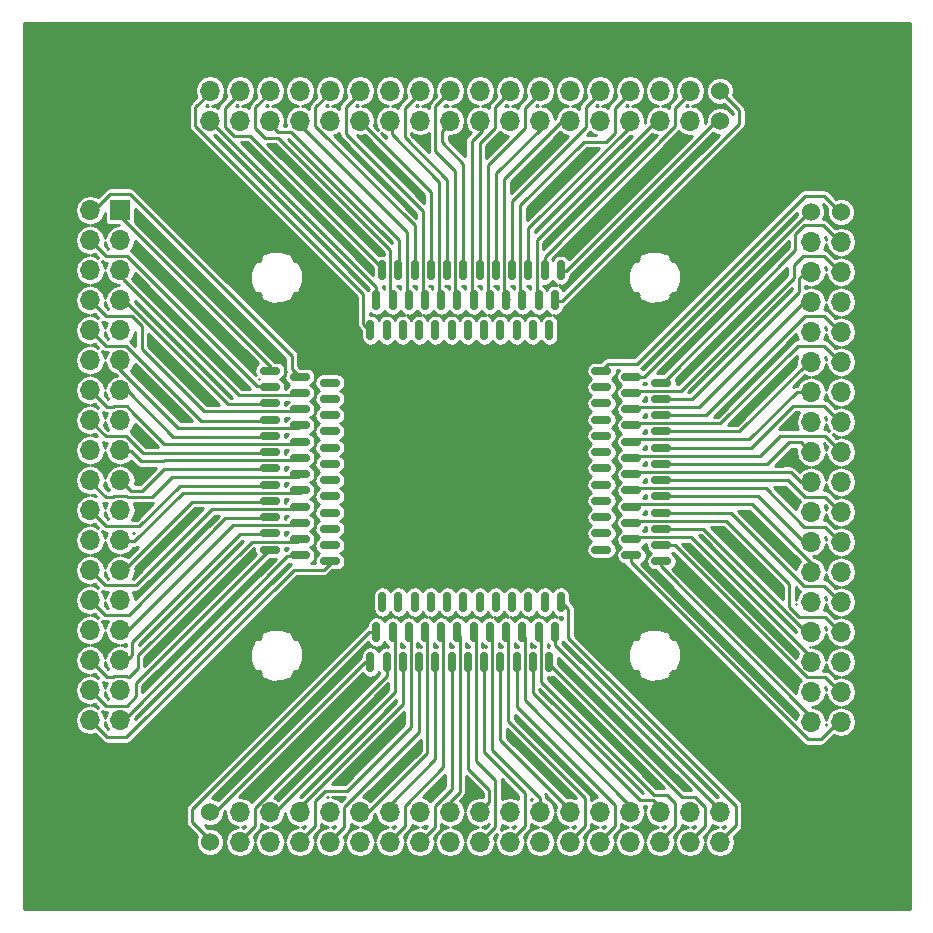
<source format=gbl>
%TF.GenerationSoftware,KiCad,Pcbnew,4.0.7*%
%TF.CreationDate,2017-11-27T18:36:11+08:00*%
%TF.ProjectId,ic51,696335312E6B696361645F7063620000,rev?*%
%TF.FileFunction,Copper,L2,Bot,Signal*%
%FSLAX46Y46*%
G04 Gerber Fmt 4.6, Leading zero omitted, Abs format (unit mm)*
G04 Created by KiCad (PCBNEW 4.0.7) date 11/27/17 18:36:11*
%MOMM*%
%LPD*%
G01*
G04 APERTURE LIST*
%ADD10C,0.100000*%
%ADD11O,0.700000X1.740000*%
%ADD12O,1.740000X0.700000*%
%ADD13R,1.700000X1.700000*%
%ADD14O,1.700000X1.700000*%
%ADD15C,1.524000*%
%ADD16C,0.250000*%
%ADD17C,0.254000*%
G04 APERTURE END LIST*
D10*
D11*
X37727501Y-49475000D03*
X36352501Y-49475000D03*
D12*
X21335001Y-29912500D03*
X21335001Y-31287500D03*
X21335001Y-32662500D03*
X21335001Y-34037500D03*
X21335001Y-35412500D03*
X21335001Y-36787500D03*
X21335001Y-38162500D03*
X21335001Y-39537500D03*
X21335001Y-40912500D03*
X21335001Y-42287500D03*
X21335001Y-43662500D03*
X21335001Y-45037500D03*
X54495001Y-30912500D03*
X54495001Y-32287500D03*
X54495001Y-33662500D03*
X54495001Y-35037500D03*
X54495001Y-36412500D03*
X54495001Y-37787500D03*
X54495001Y-39162500D03*
X54495001Y-40537500D03*
X54495001Y-41912500D03*
X54495001Y-43287500D03*
X54495001Y-44662500D03*
X54495001Y-46037500D03*
X51955001Y-30412500D03*
X51955001Y-31787500D03*
X51955001Y-33162500D03*
X51955001Y-34537500D03*
X51955001Y-35912500D03*
X51955001Y-37287500D03*
X51955001Y-38662500D03*
X51955001Y-40037500D03*
X51955001Y-41412500D03*
X51955001Y-42787500D03*
X51955001Y-44162500D03*
X51955001Y-45537500D03*
X23875001Y-30412500D03*
X23875001Y-31787500D03*
X23875001Y-33162500D03*
X23875001Y-34537500D03*
X23875001Y-35912500D03*
X23875001Y-37287500D03*
X23875001Y-38662500D03*
X23875001Y-40037500D03*
X23875001Y-41412500D03*
X23875001Y-42787500D03*
X23875001Y-44162500D03*
X23875001Y-45537500D03*
X49415001Y-29912500D03*
X49415001Y-31287500D03*
X49415001Y-32662500D03*
X49415001Y-34037500D03*
X49415001Y-35412500D03*
X49415001Y-36787500D03*
X49415001Y-38162500D03*
X49415001Y-39537500D03*
X49415001Y-40912500D03*
X49415001Y-42287500D03*
X49415001Y-43662500D03*
X26415001Y-30912500D03*
X26415001Y-32287500D03*
X26415001Y-33662500D03*
X26415001Y-35037500D03*
X26415001Y-36412500D03*
X26415001Y-37787500D03*
X26415001Y-39162500D03*
X26415001Y-40537500D03*
X26415001Y-41912500D03*
X26415001Y-43287500D03*
X26415001Y-44662500D03*
X49415001Y-45037500D03*
X26415001Y-46037500D03*
D11*
X30852501Y-21395000D03*
X30852501Y-49475000D03*
X32227501Y-21395000D03*
X33602501Y-21395000D03*
X34977501Y-21395000D03*
X36352501Y-21395000D03*
X37727501Y-21395000D03*
X39102501Y-21395000D03*
X40477501Y-21395000D03*
X41852501Y-21395000D03*
X43227501Y-21395000D03*
X44602501Y-21395000D03*
X45977501Y-21395000D03*
X32227501Y-49475000D03*
X33602501Y-49475000D03*
X34977501Y-49475000D03*
X39102501Y-49475000D03*
X40477501Y-49475000D03*
X41852501Y-49475000D03*
X43227501Y-49475000D03*
X44602501Y-49475000D03*
X45977501Y-49475000D03*
X30352501Y-23935000D03*
X31727501Y-23935000D03*
X33102501Y-23935000D03*
X34477501Y-23935000D03*
X35852501Y-23935000D03*
X37227501Y-23935000D03*
X38602501Y-23935000D03*
X39977501Y-23935000D03*
X41352501Y-23935000D03*
X42727501Y-23935000D03*
X44102501Y-23935000D03*
X45477501Y-23935000D03*
X30352501Y-52015000D03*
X31727501Y-52015000D03*
X33102501Y-52015000D03*
X34477501Y-52015000D03*
X35852501Y-52015000D03*
X37227501Y-52015000D03*
X38602501Y-52015000D03*
X39977501Y-52015000D03*
X41352501Y-52015000D03*
X42727501Y-52015000D03*
X44102501Y-52015000D03*
X45477501Y-52015000D03*
X29852501Y-54555000D03*
X31227501Y-54555000D03*
X32602501Y-54555000D03*
X33977501Y-54555000D03*
X35352501Y-54555000D03*
X36727501Y-54555000D03*
X38102501Y-54555000D03*
X39477501Y-54555000D03*
X40852501Y-54555000D03*
X42227501Y-54555000D03*
X43602501Y-54555000D03*
X44977501Y-54555000D03*
X29852501Y-26475000D03*
X31227501Y-26475000D03*
X32602501Y-26475000D03*
X33977501Y-26475000D03*
X35352501Y-26475000D03*
X36727501Y-26475000D03*
X38102501Y-26475000D03*
X39477501Y-26475000D03*
X40852501Y-26475000D03*
X42227501Y-26475000D03*
X43602501Y-26475000D03*
X44977501Y-26475000D03*
D13*
X8670000Y-16310000D03*
D14*
X6130000Y-16310000D03*
X8670000Y-18850000D03*
X6130000Y-18850000D03*
X8670000Y-21390000D03*
X6130000Y-21390000D03*
X8670000Y-23930000D03*
X6130000Y-23930000D03*
X8670000Y-26470000D03*
X6130000Y-26470000D03*
X8670000Y-29010000D03*
X6130000Y-29010000D03*
X8670000Y-31550000D03*
X6130000Y-31550000D03*
X8670000Y-34090000D03*
X6130000Y-34090000D03*
X8670000Y-36630000D03*
X6130000Y-36630000D03*
X8670000Y-39170000D03*
X6130000Y-39170000D03*
X8670000Y-41710000D03*
X6130000Y-41710000D03*
X8670000Y-44250000D03*
X6130000Y-44250000D03*
X8670000Y-46790000D03*
X6130000Y-46790000D03*
X8670000Y-49330000D03*
X6130000Y-49330000D03*
X8670000Y-51870000D03*
X6130000Y-51870000D03*
X8670000Y-54410000D03*
X6130000Y-54410000D03*
X8670000Y-56950000D03*
X6130000Y-56950000D03*
X8670000Y-59490000D03*
X6130000Y-59490000D03*
D15*
X16270000Y-67270000D03*
X16270000Y-69810000D03*
D14*
X18810000Y-67270000D03*
X18810000Y-69810000D03*
X21350000Y-67270000D03*
X21350000Y-69810000D03*
X23890000Y-67270000D03*
X23890000Y-69810000D03*
X26430000Y-67270000D03*
X26430000Y-69810000D03*
X28970000Y-67270000D03*
X28970000Y-69810000D03*
X31510000Y-67270000D03*
X31510000Y-69810000D03*
X34050000Y-67270000D03*
X34050000Y-69810000D03*
X36590000Y-67270000D03*
X36590000Y-69810000D03*
X39130000Y-67270000D03*
X39130000Y-69810000D03*
X41670000Y-67270000D03*
X41670000Y-69810000D03*
X44210000Y-67270000D03*
X44210000Y-69810000D03*
X46750000Y-67270000D03*
X46750000Y-69810000D03*
X49290000Y-67270000D03*
X49290000Y-69810000D03*
X51830000Y-67270000D03*
X51830000Y-69810000D03*
X54370000Y-67270000D03*
X54370000Y-69810000D03*
X56910000Y-67270000D03*
X56910000Y-69810000D03*
X59450000Y-67270000D03*
X59450000Y-69810000D03*
D15*
X69700000Y-16440000D03*
X67160000Y-16440000D03*
D14*
X69700000Y-18980000D03*
X67160000Y-18980000D03*
X69700000Y-21520000D03*
X67160000Y-21520000D03*
X69700000Y-24060000D03*
X67160000Y-24060000D03*
X69700000Y-26600000D03*
X67160000Y-26600000D03*
X69700000Y-29140000D03*
X67160000Y-29140000D03*
X69700000Y-31680000D03*
X67160000Y-31680000D03*
X69700000Y-34220000D03*
X67160000Y-34220000D03*
X69700000Y-36760000D03*
X67160000Y-36760000D03*
X69700000Y-39300000D03*
X67160000Y-39300000D03*
X69700000Y-41840000D03*
X67160000Y-41840000D03*
X69700000Y-44380000D03*
X67160000Y-44380000D03*
X69700000Y-46920000D03*
X67160000Y-46920000D03*
X69700000Y-49460000D03*
X67160000Y-49460000D03*
X69700000Y-52000000D03*
X67160000Y-52000000D03*
X69700000Y-54540000D03*
X67160000Y-54540000D03*
X69700000Y-57080000D03*
X67160000Y-57080000D03*
X69700000Y-59620000D03*
X67160000Y-59620000D03*
D15*
X59450000Y-8730000D03*
X59450000Y-6190000D03*
D14*
X56910000Y-8730000D03*
X56910000Y-6190000D03*
X54370000Y-8730000D03*
X54370000Y-6190000D03*
X51830000Y-8730000D03*
X51830000Y-6190000D03*
X49290000Y-8730000D03*
X49290000Y-6190000D03*
X46750000Y-8730000D03*
X46750000Y-6190000D03*
X44210000Y-8730000D03*
X44210000Y-6190000D03*
X41670000Y-8730000D03*
X41670000Y-6190000D03*
X39130000Y-8730000D03*
X39130000Y-6190000D03*
X36590000Y-8730000D03*
X36590000Y-6190000D03*
X34050000Y-8730000D03*
X34050000Y-6190000D03*
X31510000Y-8730000D03*
X31510000Y-6190000D03*
X28970000Y-8730000D03*
X28970000Y-6190000D03*
X26430000Y-8730000D03*
X26430000Y-6190000D03*
X23890000Y-8730000D03*
X23890000Y-6190000D03*
X21350000Y-8730000D03*
X21350000Y-6190000D03*
X18810000Y-8730000D03*
X18810000Y-6190000D03*
X16270000Y-8730000D03*
X16270000Y-6190000D03*
D16*
X21420566Y-29570566D02*
X9200000Y-17350000D01*
X9200000Y-17350000D02*
X8835565Y-16985565D01*
X8670000Y-16310000D02*
X8670000Y-16820000D01*
X8670000Y-16820000D02*
X9200000Y-17350000D01*
X8835565Y-16481869D02*
X8755565Y-16401869D01*
X8835565Y-16985565D02*
X8835565Y-16481869D01*
X21420566Y-30004369D02*
X21420566Y-29570566D01*
X23875001Y-30412500D02*
X23232501Y-29770000D01*
X23232501Y-29770000D02*
X23210000Y-29770000D01*
X9475000Y-14925000D02*
X7842434Y-14925000D01*
X23210000Y-29770000D02*
X23210000Y-28660000D01*
X23210000Y-28660000D02*
X9475000Y-14925000D01*
X7842434Y-14925000D02*
X6315565Y-16451869D01*
X20229369Y-31179369D02*
X21226870Y-31179369D01*
X21226870Y-31179369D02*
X21335001Y-31287500D01*
X21335001Y-31287500D02*
X21280000Y-31342501D01*
X21280000Y-31342501D02*
X21280000Y-31350000D01*
X6195565Y-18921869D02*
X7465565Y-20191869D01*
X7465565Y-20191869D02*
X9241869Y-20191869D01*
X9241869Y-20191869D02*
X20229369Y-31179369D01*
X8735565Y-21481869D02*
X8735565Y-21485565D01*
X8735565Y-21485565D02*
X8900000Y-21650000D01*
X23960566Y-31879369D02*
X23433065Y-31879369D01*
X8900000Y-21650000D02*
X8900000Y-22150000D01*
X8900000Y-22150000D02*
X18712510Y-31962510D01*
X18712510Y-31962510D02*
X23357490Y-31962510D01*
X23357490Y-31962510D02*
X23440631Y-31879369D01*
X23440631Y-31879369D02*
X23960566Y-31879369D01*
X9071869Y-24021869D02*
X8555565Y-24021869D01*
X17804369Y-32754369D02*
X9071869Y-24021869D01*
X21420566Y-32754369D02*
X17804369Y-32754369D01*
X6215565Y-24021869D02*
X7495565Y-25301869D01*
X7495565Y-25301869D02*
X8099129Y-25301869D01*
X8105999Y-25294999D02*
X9234001Y-25294999D01*
X23997510Y-33337510D02*
X24000000Y-33340000D01*
X8099129Y-25301869D02*
X8105999Y-25294999D01*
X9234001Y-25294999D02*
X9240871Y-25301869D01*
X9240871Y-25301869D02*
X9651869Y-25301869D01*
X9651869Y-25301869D02*
X10500000Y-26150000D01*
X10500000Y-26150000D02*
X10500000Y-28050000D01*
X10500000Y-28050000D02*
X15780000Y-33330000D01*
X15780000Y-33330000D02*
X20527893Y-33330000D01*
X20527893Y-33330000D02*
X20535403Y-33337510D01*
X20535403Y-33337510D02*
X23997510Y-33337510D01*
X24000000Y-33340000D02*
X24085631Y-33254369D01*
X24085631Y-33254369D02*
X24512065Y-33254369D01*
X7425565Y-27771869D02*
X6215565Y-26561869D01*
X9121869Y-27771869D02*
X7425565Y-27771869D01*
X15479369Y-34129369D02*
X9121869Y-27771869D01*
X21420566Y-34129369D02*
X15479369Y-34129369D01*
X23960566Y-34629369D02*
X23919369Y-34629369D01*
X23919369Y-34629369D02*
X23880000Y-34590000D01*
X23880000Y-34590000D02*
X23740000Y-34730000D01*
X8595565Y-29745565D02*
X8595565Y-29101869D01*
X23740000Y-34730000D02*
X13580000Y-34730000D01*
X13580000Y-34730000D02*
X8595565Y-29745565D01*
X23643065Y-34629369D02*
X23832565Y-34439869D01*
X9291869Y-31641869D02*
X8575565Y-31641869D01*
X13154369Y-35504369D02*
X9291869Y-31641869D01*
X21420566Y-35504369D02*
X13154369Y-35504369D01*
X23960566Y-36004369D02*
X23885631Y-36004369D01*
X23885631Y-36004369D02*
X23780000Y-36110000D01*
X12393696Y-36100000D02*
X9845001Y-33551305D01*
X7515565Y-32941869D02*
X6215565Y-31641869D01*
X23780000Y-36110000D02*
X23770000Y-36100000D01*
X23770000Y-36100000D02*
X12393696Y-36100000D01*
X9845001Y-33551305D02*
X9845001Y-33525999D01*
X9845001Y-33525999D02*
X9234001Y-32914999D01*
X9234001Y-32914999D02*
X8105999Y-32914999D01*
X8105999Y-32914999D02*
X8079129Y-32941869D01*
X8079129Y-32941869D02*
X7515565Y-32941869D01*
X9185565Y-35441869D02*
X7425565Y-35441869D01*
X7425565Y-35441869D02*
X6185565Y-34201869D01*
X10623065Y-36879369D02*
X9185565Y-35441869D01*
X21420566Y-36879369D02*
X10623065Y-36879369D01*
X23960566Y-37379369D02*
X23840631Y-37379369D01*
X23840631Y-37379369D02*
X23750000Y-37470000D01*
X12335565Y-37561869D02*
X10405565Y-37571869D01*
X23750000Y-37470000D02*
X12427434Y-37470000D01*
X12427434Y-37470000D02*
X12335565Y-37561869D01*
X10405565Y-37571869D02*
X9555565Y-36721869D01*
X9555565Y-36721869D02*
X8455565Y-36721869D01*
X12363065Y-38254369D02*
X10545565Y-40071869D01*
X21420566Y-38254369D02*
X12363065Y-38254369D01*
X9565565Y-40071869D02*
X8755565Y-39261869D01*
X10545565Y-40071869D02*
X9565565Y-40071869D01*
X23960566Y-38754369D02*
X23865631Y-38754369D01*
X23865631Y-38754369D02*
X23760000Y-38860000D01*
X23760000Y-38860000D02*
X13087434Y-38860000D01*
X13087434Y-38860000D02*
X11365565Y-40581869D01*
X11365565Y-40581869D02*
X9280871Y-40581869D01*
X9280871Y-40581869D02*
X9234001Y-40534999D01*
X7425565Y-40581869D02*
X6215565Y-39371869D01*
X9234001Y-40534999D02*
X8105999Y-40534999D01*
X8105999Y-40534999D02*
X8059129Y-40581869D01*
X8059129Y-40581869D02*
X7425565Y-40581869D01*
X6215565Y-39371869D02*
X6215565Y-39261869D01*
X7475565Y-43061869D02*
X6215565Y-41801869D01*
X21420566Y-39629369D02*
X13728065Y-39629369D01*
X13728065Y-39629369D02*
X10295565Y-43061869D01*
X10295565Y-43061869D02*
X7475565Y-43061869D01*
X23960566Y-40129369D02*
X23960566Y-40219434D01*
X23920000Y-40260000D02*
X23890000Y-40230000D01*
X23960566Y-40219434D02*
X23920000Y-40260000D01*
X23890000Y-40230000D02*
X13991534Y-40230000D01*
X13991534Y-40230000D02*
X9879665Y-44341869D01*
X9879665Y-44341869D02*
X8647615Y-44341869D01*
X8868131Y-46881869D02*
X8405565Y-46881869D01*
X14745631Y-41004369D02*
X8868131Y-46881869D01*
X21420566Y-41004369D02*
X14745631Y-41004369D01*
X6215565Y-46881869D02*
X7393696Y-48060000D01*
X7393696Y-48060000D02*
X9987434Y-48060000D01*
X23855631Y-41504369D02*
X23960566Y-41504369D01*
X9987434Y-48060000D02*
X16437434Y-41610000D01*
X23750000Y-41610000D02*
X23855631Y-41504369D01*
X16437434Y-41610000D02*
X23750000Y-41610000D01*
X21420566Y-42379369D02*
X17570631Y-42379369D01*
X17570631Y-42379369D02*
X9380000Y-50570000D01*
X9380000Y-50570000D02*
X7363696Y-50570000D01*
X7363696Y-50570000D02*
X6215565Y-49421869D01*
X23960566Y-42879369D02*
X23910000Y-42929935D01*
X23910000Y-42929935D02*
X23910000Y-42930000D01*
X23910000Y-42930000D02*
X23870000Y-42970000D01*
X23870000Y-42970000D02*
X18225434Y-42970000D01*
X18225434Y-42970000D02*
X9233565Y-51961869D01*
X9233565Y-51961869D02*
X8485565Y-51961869D01*
X9705965Y-53941869D02*
X9145965Y-54501869D01*
X9145965Y-54501869D02*
X8555565Y-54501869D01*
X9705965Y-53941869D02*
X9145965Y-54501869D01*
X9705965Y-52844035D02*
X9705965Y-53941869D01*
X18795631Y-43754369D02*
X9705965Y-52844035D01*
X21420566Y-43754369D02*
X18795631Y-43754369D01*
X23960566Y-44254369D02*
X23795631Y-44254369D01*
X9260871Y-55801869D02*
X9234001Y-55774999D01*
X9234001Y-55774999D02*
X8105999Y-55774999D01*
X7515565Y-55801869D02*
X6215565Y-54501869D01*
X23795631Y-44254369D02*
X23690000Y-44360000D01*
X8105999Y-55774999D02*
X8079129Y-55801869D01*
X23690000Y-44360000D02*
X19790000Y-44360000D01*
X10155975Y-55094025D02*
X9448131Y-55801869D01*
X19790000Y-44360000D02*
X10155975Y-53994025D01*
X10155975Y-53994025D02*
X10155975Y-55094025D01*
X8079129Y-55801869D02*
X7515565Y-55801869D01*
X9448131Y-55801869D02*
X9260871Y-55801869D01*
X21420566Y-45129369D02*
X21220631Y-45129369D01*
X21220631Y-45129369D02*
X10000000Y-56350000D01*
X10000000Y-56350000D02*
X10000000Y-57479002D01*
X10000000Y-57479002D02*
X9219002Y-58260000D01*
X9219002Y-58260000D02*
X7433696Y-58260000D01*
X7433696Y-58260000D02*
X6215565Y-57041869D01*
X8868131Y-59581869D02*
X8595565Y-59581869D01*
X22820631Y-45629369D02*
X8868131Y-59581869D01*
X23960566Y-45629369D02*
X22820631Y-45629369D01*
X25900000Y-46750000D02*
X26500566Y-46149434D01*
X23400000Y-46750000D02*
X25900000Y-46750000D01*
X9200000Y-60950000D02*
X23400000Y-46750000D01*
X26500566Y-46129369D02*
X25988065Y-46129369D01*
X7583696Y-60950000D02*
X9200000Y-60950000D01*
X26500566Y-46149434D02*
X26500566Y-46129369D01*
X6215565Y-59581869D02*
X7583696Y-60950000D01*
X59508131Y-8855565D02*
X59588131Y-8775565D01*
X59004435Y-8855565D02*
X59508131Y-8855565D01*
X46419434Y-21440566D02*
X59004435Y-8855565D01*
X45985631Y-21440566D02*
X46419434Y-21440566D01*
X61065000Y-7862434D02*
X59538131Y-6335565D01*
X61065000Y-8995000D02*
X61065000Y-7862434D01*
X46079434Y-23980566D02*
X61065000Y-8995000D01*
X45485631Y-23980566D02*
X46079434Y-23980566D01*
X57068131Y-6215565D02*
X55650000Y-7633696D01*
X55650000Y-7633696D02*
X55650000Y-9210000D01*
X55650000Y-9210000D02*
X44610631Y-20249369D01*
X44610631Y-20249369D02*
X44610631Y-21440566D01*
X43925031Y-18834969D02*
X43925031Y-23455031D01*
X44100000Y-23630000D02*
X44110631Y-23619369D01*
X53840000Y-8920000D02*
X43925031Y-18834969D01*
X54340000Y-8920000D02*
X53840000Y-8920000D01*
X44110631Y-23619369D02*
X44110631Y-23453065D01*
X54504435Y-8755565D02*
X54340000Y-8920000D01*
X43925031Y-23455031D02*
X44100000Y-23630000D01*
X54508131Y-8755565D02*
X54504435Y-8755565D01*
X51968131Y-9091869D02*
X51968131Y-8575565D01*
X43235631Y-17824369D02*
X51968131Y-9091869D01*
X43235631Y-21440566D02*
X43235631Y-17824369D01*
X51968131Y-6235565D02*
X50550000Y-7653696D01*
X42735631Y-23644369D02*
X42735631Y-24532065D01*
X50550000Y-7653696D02*
X50550000Y-9810000D01*
X50550000Y-9810000D02*
X49840000Y-10520000D01*
X42553431Y-15906569D02*
X42553431Y-20594462D01*
X49840000Y-10520000D02*
X47940000Y-10520000D01*
X42552491Y-20595402D02*
X42552491Y-22194598D01*
X47940000Y-10520000D02*
X42553431Y-15906569D01*
X42553431Y-20594462D02*
X42552491Y-20595402D01*
X42552491Y-22194598D02*
X42553431Y-22195538D01*
X42553431Y-22195538D02*
X42553431Y-23453431D01*
X42553431Y-23453431D02*
X42740000Y-23640000D01*
X42740000Y-23640000D02*
X42735631Y-23644369D01*
X41860631Y-21440566D02*
X41860631Y-15499369D01*
X41860631Y-15499369D02*
X48070000Y-9290000D01*
X48070000Y-7593696D02*
X49428131Y-6235565D01*
X48070000Y-9290000D02*
X48070000Y-7593696D01*
X41360631Y-23980566D02*
X41360631Y-23750631D01*
X41360631Y-23750631D02*
X41170000Y-23560000D01*
X41170000Y-23560000D02*
X41170000Y-13690000D01*
X41170000Y-13690000D02*
X46244435Y-8615565D01*
X46244435Y-8615565D02*
X46888131Y-8615565D01*
X41360631Y-23663065D02*
X41550131Y-23852565D01*
X44348131Y-9311869D02*
X44348131Y-8595565D01*
X40485631Y-13174369D02*
X44348131Y-9311869D01*
X40485631Y-21440566D02*
X40485631Y-13174369D01*
X39985631Y-23980566D02*
X39985631Y-23785631D01*
X39985631Y-23785631D02*
X39790000Y-23590000D01*
X39790000Y-23590000D02*
X39790000Y-12513696D01*
X39790000Y-12513696D02*
X42930000Y-9373696D01*
X42930000Y-9373696D02*
X42930000Y-7653696D01*
X42930000Y-7653696D02*
X44348131Y-6235565D01*
X39110631Y-21440566D02*
X39110631Y-10643065D01*
X39110631Y-10643065D02*
X40420000Y-9333696D01*
X40420000Y-9333696D02*
X40420000Y-7573696D01*
X40420000Y-7573696D02*
X41788131Y-6205565D01*
X38610631Y-23980566D02*
X38610631Y-23769369D01*
X38610631Y-23769369D02*
X38620000Y-23760000D01*
X38418131Y-10425565D02*
X39268131Y-9575565D01*
X38620000Y-23760000D02*
X38420000Y-23560000D01*
X38420000Y-23560000D02*
X38420000Y-12363696D01*
X38420000Y-12363696D02*
X38428131Y-12355565D01*
X38428131Y-12355565D02*
X38418131Y-10425565D01*
X39268131Y-9575565D02*
X39268131Y-8475565D01*
X37735631Y-12383065D02*
X35918131Y-10565565D01*
X37735631Y-21440566D02*
X37735631Y-12383065D01*
X35918131Y-9585565D02*
X36728131Y-8775565D01*
X35918131Y-10565565D02*
X35918131Y-9585565D01*
X37235631Y-23980566D02*
X37235631Y-23965631D01*
X37040000Y-13017434D02*
X35350000Y-11327434D01*
X37235631Y-23965631D02*
X37040000Y-23770000D01*
X37040000Y-23770000D02*
X37040000Y-13017434D01*
X35350000Y-11327434D02*
X35350000Y-7503696D01*
X35350000Y-7503696D02*
X36618131Y-6235565D01*
X36618131Y-6235565D02*
X36728131Y-6235565D01*
X36360631Y-21440566D02*
X36360631Y-13748065D01*
X32750000Y-7673696D02*
X34188131Y-6235565D01*
X36360631Y-13748065D02*
X32750000Y-10137434D01*
X32750000Y-10137434D02*
X32750000Y-7673696D01*
X35860631Y-23980566D02*
X35860631Y-23740631D01*
X35860631Y-23740631D02*
X35660000Y-23540000D01*
X35660000Y-23540000D02*
X35660000Y-13911534D01*
X35660000Y-13911534D02*
X31648131Y-9899665D01*
X31648131Y-9899665D02*
X31648131Y-8667615D01*
X29108131Y-8888131D02*
X29108131Y-8425565D01*
X34985631Y-14765631D02*
X29108131Y-8888131D01*
X34985631Y-21440566D02*
X34985631Y-14765631D01*
X34485631Y-23980566D02*
X34485631Y-23865631D01*
X34485631Y-23865631D02*
X34290000Y-23670000D01*
X34290000Y-23670000D02*
X34290000Y-16367434D01*
X34290000Y-16367434D02*
X27750000Y-9827434D01*
X27750000Y-9827434D02*
X27750000Y-7593696D01*
X27750000Y-7593696D02*
X29108131Y-6235565D01*
X33610631Y-21440566D02*
X33610631Y-17590631D01*
X33610631Y-17590631D02*
X25200000Y-9180000D01*
X25200000Y-9180000D02*
X25200000Y-7603696D01*
X25200000Y-7603696D02*
X26568131Y-6235565D01*
X33110631Y-23980566D02*
X33110631Y-23979369D01*
X33110631Y-23979369D02*
X33240000Y-23850000D01*
X32920000Y-18145434D02*
X24028131Y-9253565D01*
X33240000Y-23850000D02*
X32920000Y-23530000D01*
X32920000Y-23530000D02*
X32920000Y-18145434D01*
X24028131Y-9253565D02*
X24028131Y-8505565D01*
X22048131Y-9725965D02*
X21488131Y-9165965D01*
X21488131Y-9165965D02*
X21488131Y-8575565D01*
X22048131Y-9725965D02*
X21488131Y-9165965D01*
X23145965Y-9725965D02*
X22048131Y-9725965D01*
X32235631Y-18815631D02*
X23145965Y-9725965D01*
X32235631Y-21440566D02*
X32235631Y-18815631D01*
X31735631Y-23980566D02*
X31735631Y-23544369D01*
X31735631Y-23544369D02*
X31760000Y-23520000D01*
X31760000Y-23520000D02*
X31538131Y-23298131D01*
X31538131Y-23298131D02*
X31538131Y-19718131D01*
X31538131Y-19718131D02*
X21995975Y-10175975D01*
X20895975Y-10175975D02*
X20110000Y-9390000D01*
X21995975Y-10175975D02*
X20895975Y-10175975D01*
X20110000Y-9390000D02*
X20110000Y-7613696D01*
X20110000Y-7613696D02*
X21488131Y-6235565D01*
X30860631Y-21440566D02*
X30860631Y-21240631D01*
X30860631Y-21240631D02*
X19640000Y-10020000D01*
X19640000Y-10020000D02*
X18350000Y-10020000D01*
X18350000Y-10020000D02*
X18340000Y-10030000D01*
X18270000Y-10030000D02*
X17530000Y-9290000D01*
X18340000Y-10030000D02*
X18270000Y-10030000D01*
X17530000Y-9290000D02*
X17530000Y-7653696D01*
X17530000Y-7653696D02*
X18948131Y-6235565D01*
X16408131Y-8888131D02*
X16408131Y-8615565D01*
X30350000Y-22830000D02*
X16408131Y-8888131D01*
X30350000Y-23820000D02*
X30350000Y-22830000D01*
X30360631Y-23830631D02*
X30350000Y-23820000D01*
X30360631Y-23980566D02*
X30360631Y-23830631D01*
X29240000Y-25920000D02*
X29840566Y-26520566D01*
X29240000Y-23420000D02*
X29240000Y-25920000D01*
X15040000Y-9220000D02*
X29240000Y-23420000D01*
X29860631Y-26520566D02*
X29860631Y-26008065D01*
X15040000Y-7603696D02*
X15040000Y-9220000D01*
X29840566Y-26520566D02*
X29860631Y-26520566D01*
X16408131Y-6235565D02*
X15040000Y-7603696D01*
X29854369Y-54529434D02*
X29420566Y-54529434D01*
X29420566Y-54529434D02*
X16835565Y-67114435D01*
X16835565Y-67114435D02*
X16331869Y-67114435D01*
X16331869Y-67114435D02*
X16251869Y-67194435D01*
X30354369Y-51989434D02*
X29760566Y-51989434D01*
X29760566Y-51989434D02*
X14775000Y-66975000D01*
X14775000Y-66975000D02*
X14775000Y-68107566D01*
X14775000Y-68107566D02*
X16301869Y-69634435D01*
X18771869Y-69754435D02*
X20041869Y-68484435D01*
X20041869Y-68484435D02*
X20041869Y-66908131D01*
X20041869Y-66908131D02*
X31229369Y-55720631D01*
X31229369Y-55720631D02*
X31229369Y-54529434D01*
X21331869Y-67214435D02*
X21335565Y-67214435D01*
X31914969Y-52514969D02*
X31740000Y-52340000D01*
X21335565Y-67214435D02*
X21500000Y-67050000D01*
X31729369Y-52350631D02*
X31729369Y-52516935D01*
X21500000Y-67050000D02*
X22000000Y-67050000D01*
X22000000Y-67050000D02*
X31914969Y-57135031D01*
X31740000Y-52340000D02*
X31729369Y-52350631D01*
X31914969Y-57135031D02*
X31914969Y-52514969D01*
X32604369Y-54529434D02*
X32604369Y-58145631D01*
X32604369Y-58145631D02*
X23871869Y-66878131D01*
X23871869Y-66878131D02*
X23871869Y-67394435D01*
X23871869Y-69734435D02*
X25151869Y-68454435D01*
X33286569Y-52516569D02*
X33100000Y-52330000D01*
X25151869Y-68454435D02*
X25151869Y-66298131D01*
X25151869Y-66298131D02*
X26000000Y-65450000D01*
X26000000Y-65450000D02*
X27900000Y-65450000D01*
X27900000Y-65450000D02*
X33286569Y-60063431D01*
X33286569Y-60063431D02*
X33286569Y-52516569D01*
X33100000Y-52330000D02*
X33104369Y-52325631D01*
X33104369Y-52325631D02*
X33104369Y-51437935D01*
X33979369Y-54529434D02*
X33979369Y-60470631D01*
X33979369Y-60470631D02*
X27621869Y-66828131D01*
X27621869Y-66828131D02*
X27621869Y-68524435D01*
X27621869Y-68524435D02*
X26411869Y-69734435D01*
X34479369Y-51989434D02*
X34479369Y-52219369D01*
X34479369Y-52219369D02*
X34658169Y-52398169D01*
X34658169Y-52398169D02*
X34658169Y-62291831D01*
X34658169Y-62291831D02*
X29595565Y-67354435D01*
X29595565Y-67354435D02*
X28951869Y-67354435D01*
X34479369Y-52306935D02*
X34289869Y-52117435D01*
X35354369Y-54529434D02*
X35354369Y-62795631D01*
X35354369Y-62795631D02*
X31491869Y-66658131D01*
X31491869Y-66658131D02*
X31491869Y-67374435D01*
X35854369Y-51989434D02*
X35854369Y-52184369D01*
X32791869Y-66714435D02*
X32791869Y-68434435D01*
X35854369Y-52184369D02*
X36042469Y-52372469D01*
X36042469Y-52372469D02*
X36042469Y-63463835D01*
X36042469Y-63463835D02*
X32791869Y-66714435D01*
X32791869Y-68434435D02*
X31491869Y-69734435D01*
X36729369Y-54529434D02*
X36729369Y-65326935D01*
X36729369Y-65326935D02*
X35291869Y-66764435D01*
X35291869Y-68524435D02*
X34051869Y-69764435D01*
X35291869Y-66764435D02*
X35291869Y-68524435D01*
X37229369Y-51989434D02*
X37229369Y-52200631D01*
X37229369Y-52200631D02*
X37220000Y-52210000D01*
X37411869Y-63614435D02*
X37421869Y-65544435D01*
X37220000Y-52210000D02*
X37411869Y-52401869D01*
X37411869Y-52401869D02*
X37411869Y-63614435D01*
X37421869Y-65544435D02*
X36571869Y-66394435D01*
X36571869Y-66394435D02*
X36571869Y-67494435D01*
X39921869Y-65404435D02*
X39921869Y-66384435D01*
X39921869Y-66384435D02*
X39111869Y-67194435D01*
X38104369Y-54529434D02*
X38104369Y-63586935D01*
X38104369Y-63586935D02*
X39921869Y-65404435D01*
X38604369Y-51989434D02*
X38604369Y-52004369D01*
X38791869Y-62944435D02*
X40431869Y-64584435D01*
X38604369Y-52004369D02*
X38791869Y-52191869D01*
X38791869Y-52191869D02*
X38791869Y-62944435D01*
X40431869Y-68524435D02*
X39221869Y-69734435D01*
X40431869Y-64584435D02*
X40431869Y-68524435D01*
X39221869Y-69734435D02*
X39111869Y-69734435D01*
X42911869Y-65654435D02*
X42911869Y-68474435D01*
X39479369Y-62221935D02*
X42911869Y-65654435D01*
X39479369Y-54529434D02*
X39479369Y-62221935D01*
X42911869Y-68474435D02*
X41651869Y-69734435D01*
X39979369Y-51989434D02*
X39979369Y-52229369D01*
X40157269Y-52407269D02*
X40157269Y-62035735D01*
X39979369Y-52229369D02*
X40157269Y-52407269D01*
X40157269Y-62035735D02*
X44191869Y-66070335D01*
X44191869Y-66070335D02*
X44191869Y-67302385D01*
X40854369Y-54529434D02*
X40854369Y-61204369D01*
X40854369Y-61204369D02*
X46731869Y-67081869D01*
X46731869Y-67081869D02*
X46731869Y-67544435D01*
X41354369Y-51989434D02*
X41354369Y-52104369D01*
X41354369Y-52104369D02*
X41541869Y-52291869D01*
X41541869Y-52291869D02*
X41541869Y-59594435D01*
X41541869Y-59594435D02*
X48011869Y-66064435D01*
X48011869Y-66064435D02*
X48011869Y-68454435D01*
X48011869Y-68454435D02*
X46731869Y-69734435D01*
X48011869Y-66064435D02*
X48011869Y-68454435D01*
X42229369Y-54529434D02*
X42229369Y-58379369D01*
X42229369Y-58379369D02*
X50551869Y-66701869D01*
X50551869Y-66701869D02*
X50551869Y-68454435D01*
X50551869Y-68454435D02*
X49271869Y-69734435D01*
X42729369Y-51989434D02*
X42729369Y-51990631D01*
X42729369Y-51990631D02*
X42600000Y-52120000D01*
X42600000Y-52120000D02*
X42913169Y-52433169D01*
X42913169Y-52433169D02*
X42913169Y-57817735D01*
X42913169Y-57817735D02*
X51811869Y-66716435D01*
X51811869Y-66716435D02*
X51811869Y-67464435D01*
X43604369Y-54529434D02*
X43604369Y-57154369D01*
X43604369Y-57154369D02*
X52694035Y-66244035D01*
X52694035Y-66244035D02*
X53791869Y-66244035D01*
X53791869Y-66244035D02*
X54351869Y-66804035D01*
X54351869Y-66804035D02*
X54351869Y-67394435D01*
X53791869Y-66244035D02*
X54351869Y-66804035D01*
X44104369Y-51989434D02*
X44104369Y-52425631D01*
X44104369Y-52425631D02*
X44080000Y-52450000D01*
X44080000Y-52450000D02*
X44301869Y-52671869D01*
X44301869Y-52671869D02*
X44301869Y-56251869D01*
X54944025Y-65794025D02*
X55651869Y-66501869D01*
X44301869Y-56251869D02*
X53844025Y-65794025D01*
X53844025Y-65794025D02*
X54944025Y-65794025D01*
X55651869Y-66501869D02*
X55651869Y-68434435D01*
X55651869Y-68434435D02*
X54351869Y-69734435D01*
X44979369Y-54529434D02*
X44979369Y-54729369D01*
X44979369Y-54729369D02*
X56200000Y-65950000D01*
X58181869Y-66802867D02*
X58181869Y-68444435D01*
X56200000Y-65950000D02*
X57329002Y-65950000D01*
X57329002Y-65950000D02*
X58181869Y-66802867D01*
X58181869Y-68444435D02*
X56891869Y-69734435D01*
X45479369Y-51989434D02*
X45479369Y-52139369D01*
X45479369Y-52139369D02*
X45490000Y-52150000D01*
X45490000Y-52150000D02*
X45490000Y-53140000D01*
X45490000Y-53140000D02*
X59431869Y-67081869D01*
X59431869Y-67081869D02*
X59431869Y-67354435D01*
X59431869Y-69734435D02*
X60800000Y-68366304D01*
X45999434Y-49449434D02*
X45979369Y-49449434D01*
X60800000Y-68366304D02*
X60800000Y-66750000D01*
X45979369Y-49449434D02*
X45979369Y-49961935D01*
X60800000Y-66750000D02*
X46600000Y-52550000D01*
X46600000Y-52550000D02*
X46600000Y-50050000D01*
X46600000Y-50050000D02*
X45999434Y-49449434D01*
X69621835Y-16464331D02*
X68253704Y-15096200D01*
X49336834Y-29896766D02*
X49336834Y-29916831D01*
X68253704Y-15096200D02*
X66637400Y-15096200D01*
X49336834Y-29916831D02*
X49849335Y-29916831D01*
X66637400Y-15096200D02*
X52437400Y-29296200D01*
X52437400Y-29296200D02*
X49937400Y-29296200D01*
X49937400Y-29296200D02*
X49336834Y-29896766D01*
X51876834Y-30416831D02*
X52026769Y-30416831D01*
X52026769Y-30416831D02*
X52037400Y-30406200D01*
X52037400Y-30406200D02*
X53027400Y-30406200D01*
X53027400Y-30406200D02*
X66969269Y-16464331D01*
X66969269Y-16464331D02*
X67241835Y-16464331D01*
X66490000Y-16460000D02*
X67360000Y-16460000D01*
X68203704Y-17586200D02*
X69621835Y-19004331D01*
X66567400Y-17586200D02*
X68203704Y-17586200D01*
X65827400Y-18396200D02*
X65827400Y-18326200D01*
X65827400Y-18326200D02*
X66567400Y-17586200D01*
X65837400Y-18406200D02*
X65827400Y-18396200D01*
X65837400Y-19696200D02*
X65837400Y-18406200D01*
X54616769Y-30916831D02*
X65837400Y-19696200D01*
X54416834Y-30916831D02*
X54616769Y-30916831D01*
X68243704Y-20166200D02*
X69621835Y-21544331D01*
X66467400Y-20166200D02*
X68243704Y-20166200D01*
X65681425Y-22052175D02*
X65681425Y-20952175D01*
X65681425Y-20952175D02*
X66467400Y-20166200D01*
X56139269Y-31594331D02*
X65681425Y-22052175D01*
X52559269Y-31594331D02*
X56139269Y-31594331D01*
X52337400Y-31816200D02*
X52559269Y-31594331D01*
X52313031Y-31791831D02*
X52337400Y-31816200D01*
X51876834Y-31791831D02*
X52313031Y-31791831D01*
X54416834Y-32291831D02*
X57041769Y-32291831D01*
X57041769Y-32291831D02*
X66131435Y-23202165D01*
X66131435Y-23202165D02*
X66131435Y-22104331D01*
X66131435Y-22104331D02*
X66691435Y-21544331D01*
X66691435Y-21544331D02*
X67281835Y-21544331D01*
X66131435Y-22104331D02*
X66691435Y-21544331D01*
X66809600Y-21540000D02*
X67400000Y-21540000D01*
X66603835Y-24084331D02*
X67351835Y-24084331D01*
X52327400Y-32976200D02*
X57711966Y-32976200D01*
X52007400Y-33296200D02*
X52327400Y-32976200D01*
X57711966Y-32976200D02*
X66603835Y-24084331D01*
X51878031Y-33166831D02*
X52007400Y-33296200D01*
X51876834Y-33166831D02*
X51878031Y-33166831D01*
X66722000Y-24080000D02*
X67470000Y-24080000D01*
X68253704Y-25256200D02*
X69621835Y-26624331D01*
X66677400Y-25256200D02*
X68253704Y-25256200D01*
X58266769Y-33666831D02*
X66677400Y-25256200D01*
X54416834Y-33666831D02*
X58266769Y-33666831D01*
X68263704Y-27806200D02*
X69621835Y-29164331D01*
X66029966Y-27806200D02*
X68263704Y-27806200D01*
X59489966Y-34346200D02*
X66029966Y-27806200D01*
X52187400Y-34346200D02*
X59489966Y-34346200D01*
X51991769Y-34541831D02*
X52187400Y-34346200D01*
X51876834Y-34541831D02*
X51991769Y-34541831D01*
X54416834Y-35041831D02*
X61091769Y-35041831D01*
X61091769Y-35041831D02*
X66969269Y-29164331D01*
X66969269Y-29164331D02*
X67431835Y-29164331D01*
X65957735Y-31704331D02*
X67189785Y-31704331D01*
X61945866Y-35716200D02*
X65957735Y-31704331D01*
X52317400Y-35716200D02*
X61945866Y-35716200D01*
X52116769Y-35916831D02*
X52317400Y-35716200D01*
X51876834Y-35916831D02*
X52116769Y-35916831D01*
X54416834Y-36416831D02*
X62109335Y-36416831D01*
X62109335Y-36416831D02*
X65646166Y-32880000D01*
X65646166Y-32880000D02*
X68257504Y-32880000D01*
X68257504Y-32880000D02*
X69621835Y-34244331D01*
X69621835Y-36674331D02*
X69621835Y-36784331D01*
X68353704Y-35406200D02*
X69621835Y-36674331D01*
X64529966Y-35406200D02*
X68353704Y-35406200D01*
X52087400Y-37096200D02*
X62839966Y-37096200D01*
X51891769Y-37291831D02*
X52087400Y-37096200D01*
X62839966Y-37096200D02*
X64529966Y-35406200D01*
X51876834Y-37291831D02*
X51891769Y-37291831D01*
X65291835Y-35974331D02*
X66271835Y-35974331D01*
X66271835Y-35974331D02*
X67081835Y-36784331D01*
X54416834Y-37791831D02*
X63474335Y-37791831D01*
X63474335Y-37791831D02*
X65291835Y-35974331D01*
X66281835Y-39324331D02*
X67381835Y-39324331D01*
X63501835Y-38484331D02*
X65431835Y-38474331D01*
X63493704Y-38476200D02*
X63501835Y-38484331D01*
X52297400Y-38476200D02*
X63493704Y-38476200D01*
X52097400Y-38676200D02*
X52297400Y-38476200D01*
X65431835Y-38474331D02*
X66281835Y-39324331D01*
X52088031Y-38666831D02*
X52097400Y-38676200D01*
X51876834Y-38666831D02*
X52088031Y-38666831D01*
X54416834Y-39166831D02*
X65214335Y-39166831D01*
X68367504Y-40560000D02*
X69651835Y-41844331D01*
X65214335Y-39166831D02*
X66607504Y-40560000D01*
X66607504Y-40560000D02*
X68367504Y-40560000D01*
X51876834Y-40041831D02*
X52071769Y-40041831D01*
X52071769Y-40041831D02*
X52267400Y-39846200D01*
X52267400Y-39846200D02*
X63343704Y-39846200D01*
X63343704Y-39846200D02*
X66587504Y-43090000D01*
X66587504Y-43090000D02*
X68307504Y-43090000D01*
X68307504Y-43090000D02*
X69621835Y-44404331D01*
X54416834Y-40541831D02*
X62683031Y-40541831D01*
X62683031Y-40541831D02*
X66545531Y-44404331D01*
X66545531Y-44404331D02*
X67261835Y-44404331D01*
X52194335Y-41416831D02*
X52004835Y-41606331D01*
X67241835Y-46300635D02*
X67241835Y-46944331D01*
X62167400Y-41226200D02*
X67241835Y-46300635D01*
X52297400Y-41226200D02*
X62167400Y-41226200D01*
X52106769Y-41416831D02*
X52297400Y-41226200D01*
X51876834Y-41416831D02*
X52106769Y-41416831D01*
X66567400Y-48126200D02*
X68263704Y-48126200D01*
X68263704Y-48126200D02*
X69621835Y-49484331D01*
X60358031Y-41916831D02*
X66567400Y-48126200D01*
X54416834Y-41916831D02*
X60358031Y-41916831D01*
X69621835Y-52024331D02*
X68307504Y-50710000D01*
X59950831Y-42609631D02*
X55262938Y-42609631D01*
X68307504Y-50710000D02*
X66151200Y-50710000D01*
X66151200Y-50710000D02*
X65337400Y-49896200D01*
X65337400Y-49896200D02*
X65337400Y-47996200D01*
X65337400Y-47996200D02*
X59950831Y-42609631D01*
X55262938Y-42609631D02*
X55261998Y-42608691D01*
X52403969Y-42609631D02*
X52217400Y-42796200D01*
X55261998Y-42608691D02*
X53662802Y-42608691D01*
X52217400Y-42796200D02*
X52213031Y-42791831D01*
X53662802Y-42608691D02*
X53661862Y-42609631D01*
X53661862Y-42609631D02*
X52403969Y-42609631D01*
X52213031Y-42791831D02*
X51325335Y-42791831D01*
X54416834Y-43291831D02*
X58033031Y-43291831D01*
X58033031Y-43291831D02*
X66765531Y-52024331D01*
X66765531Y-52024331D02*
X67281835Y-52024331D01*
X67101835Y-54564331D02*
X67101835Y-54560635D01*
X52402369Y-43981231D02*
X52227400Y-44156200D01*
X67101835Y-54560635D02*
X66937400Y-54396200D01*
X52238031Y-44166831D02*
X52404335Y-44166831D01*
X66937400Y-54396200D02*
X66937400Y-53896200D01*
X66937400Y-53896200D02*
X57022431Y-43981231D01*
X52227400Y-44156200D02*
X52238031Y-44166831D01*
X57022431Y-43981231D02*
X52402369Y-43981231D01*
X67220000Y-54560000D02*
X66510000Y-54560000D01*
X69641835Y-57124331D02*
X68357504Y-55840000D01*
X68357504Y-55840000D02*
X66781200Y-55840000D01*
X66781200Y-55840000D02*
X55608031Y-44666831D01*
X55608031Y-44666831D02*
X54416834Y-44666831D01*
X51876834Y-45541831D02*
X51876834Y-46135634D01*
X51876834Y-46135634D02*
X66862400Y-61121200D01*
X66862400Y-61121200D02*
X67994966Y-61121200D01*
X67994966Y-61121200D02*
X69521835Y-59594331D01*
X54416834Y-46041831D02*
X54416834Y-46475634D01*
X54416834Y-46475634D02*
X67001835Y-59060635D01*
X67001835Y-59060635D02*
X67001835Y-59564331D01*
X67001835Y-59564331D02*
X67081835Y-59644331D01*
X67120000Y-58870000D02*
X67120000Y-59560000D01*
X67120000Y-59560000D02*
X67200000Y-59640000D01*
D17*
G36*
X75498000Y-75498000D02*
X502000Y-75498000D01*
X502000Y-66975000D01*
X14223000Y-66975000D01*
X14223000Y-68107566D01*
X14265018Y-68318808D01*
X14384677Y-68497889D01*
X15192125Y-69305337D01*
X15081207Y-69572456D01*
X15080794Y-70045469D01*
X15261427Y-70482635D01*
X15595606Y-70817397D01*
X16032456Y-70998793D01*
X16505469Y-70999206D01*
X16942635Y-70818573D01*
X17277397Y-70484394D01*
X17458793Y-70047544D01*
X17459206Y-69574531D01*
X17278573Y-69137365D01*
X16944394Y-68802603D01*
X16507544Y-68621207D01*
X16068904Y-68620824D01*
X15817697Y-68369617D01*
X16032456Y-68458793D01*
X16505469Y-68459206D01*
X16942635Y-68278573D01*
X17277397Y-67944394D01*
X17458793Y-67507544D01*
X17458999Y-67271647D01*
X17544754Y-67185892D01*
X17533000Y-67244982D01*
X17533000Y-67295018D01*
X17630206Y-67783705D01*
X17907025Y-68197993D01*
X18321313Y-68474812D01*
X18649035Y-68540000D01*
X18321313Y-68605188D01*
X17907025Y-68882007D01*
X17630206Y-69296295D01*
X17533000Y-69784982D01*
X17533000Y-69835018D01*
X17630206Y-70323705D01*
X17907025Y-70737993D01*
X18321313Y-71014812D01*
X18810000Y-71112018D01*
X19298687Y-71014812D01*
X19712975Y-70737993D01*
X19989794Y-70323705D01*
X20080000Y-69870209D01*
X20170206Y-70323705D01*
X20447025Y-70737993D01*
X20861313Y-71014812D01*
X21350000Y-71112018D01*
X21838687Y-71014812D01*
X22252975Y-70737993D01*
X22529794Y-70323705D01*
X22620000Y-69870209D01*
X22710206Y-70323705D01*
X22987025Y-70737993D01*
X23401313Y-71014812D01*
X23890000Y-71112018D01*
X24378687Y-71014812D01*
X24792975Y-70737993D01*
X25069794Y-70323705D01*
X25160000Y-69870209D01*
X25250206Y-70323705D01*
X25527025Y-70737993D01*
X25941313Y-71014812D01*
X26430000Y-71112018D01*
X26918687Y-71014812D01*
X27332975Y-70737993D01*
X27609794Y-70323705D01*
X27700000Y-69870209D01*
X27790206Y-70323705D01*
X28067025Y-70737993D01*
X28481313Y-71014812D01*
X28970000Y-71112018D01*
X29458687Y-71014812D01*
X29872975Y-70737993D01*
X30149794Y-70323705D01*
X30240000Y-69870209D01*
X30330206Y-70323705D01*
X30607025Y-70737993D01*
X31021313Y-71014812D01*
X31510000Y-71112018D01*
X31998687Y-71014812D01*
X32412975Y-70737993D01*
X32689794Y-70323705D01*
X32780000Y-69870209D01*
X32870206Y-70323705D01*
X33147025Y-70737993D01*
X33561313Y-71014812D01*
X34050000Y-71112018D01*
X34538687Y-71014812D01*
X34952975Y-70737993D01*
X35229794Y-70323705D01*
X35320000Y-69870209D01*
X35410206Y-70323705D01*
X35687025Y-70737993D01*
X36101313Y-71014812D01*
X36590000Y-71112018D01*
X37078687Y-71014812D01*
X37492975Y-70737993D01*
X37769794Y-70323705D01*
X37860000Y-69870209D01*
X37950206Y-70323705D01*
X38227025Y-70737993D01*
X38641313Y-71014812D01*
X39130000Y-71112018D01*
X39618687Y-71014812D01*
X40032975Y-70737993D01*
X40309794Y-70323705D01*
X40400000Y-69870209D01*
X40490206Y-70323705D01*
X40767025Y-70737993D01*
X41181313Y-71014812D01*
X41670000Y-71112018D01*
X42158687Y-71014812D01*
X42572975Y-70737993D01*
X42849794Y-70323705D01*
X42940000Y-69870209D01*
X43030206Y-70323705D01*
X43307025Y-70737993D01*
X43721313Y-71014812D01*
X44210000Y-71112018D01*
X44698687Y-71014812D01*
X45112975Y-70737993D01*
X45389794Y-70323705D01*
X45480000Y-69870209D01*
X45570206Y-70323705D01*
X45847025Y-70737993D01*
X46261313Y-71014812D01*
X46750000Y-71112018D01*
X47238687Y-71014812D01*
X47652975Y-70737993D01*
X47929794Y-70323705D01*
X48020000Y-69870209D01*
X48110206Y-70323705D01*
X48387025Y-70737993D01*
X48801313Y-71014812D01*
X49290000Y-71112018D01*
X49778687Y-71014812D01*
X50192975Y-70737993D01*
X50469794Y-70323705D01*
X50560000Y-69870209D01*
X50650206Y-70323705D01*
X50927025Y-70737993D01*
X51341313Y-71014812D01*
X51830000Y-71112018D01*
X52318687Y-71014812D01*
X52732975Y-70737993D01*
X53009794Y-70323705D01*
X53100000Y-69870209D01*
X53190206Y-70323705D01*
X53467025Y-70737993D01*
X53881313Y-71014812D01*
X54370000Y-71112018D01*
X54858687Y-71014812D01*
X55272975Y-70737993D01*
X55549794Y-70323705D01*
X55640000Y-69870209D01*
X55730206Y-70323705D01*
X56007025Y-70737993D01*
X56421313Y-71014812D01*
X56910000Y-71112018D01*
X57398687Y-71014812D01*
X57812975Y-70737993D01*
X58089794Y-70323705D01*
X58180000Y-69870209D01*
X58270206Y-70323705D01*
X58547025Y-70737993D01*
X58961313Y-71014812D01*
X59450000Y-71112018D01*
X59938687Y-71014812D01*
X60352975Y-70737993D01*
X60629794Y-70323705D01*
X60727000Y-69835018D01*
X60727000Y-69784982D01*
X60633255Y-69313695D01*
X61190323Y-68756627D01*
X61204322Y-68735676D01*
X61309982Y-68577545D01*
X61352000Y-68366304D01*
X61352000Y-66750000D01*
X61309982Y-66538759D01*
X61190323Y-66359677D01*
X48397992Y-53567346D01*
X51672975Y-53567346D01*
X51687636Y-54456363D01*
X51999641Y-55209610D01*
X52328799Y-55381597D01*
X52391971Y-55318425D01*
X52571419Y-55498187D01*
X52508404Y-55561202D01*
X52680391Y-55890360D01*
X53507347Y-56217026D01*
X54396364Y-56202365D01*
X55149611Y-55890360D01*
X55321598Y-55561202D01*
X55258426Y-55498030D01*
X55438188Y-55318582D01*
X55501203Y-55381597D01*
X55830361Y-55209610D01*
X56157027Y-54382654D01*
X56142366Y-53493637D01*
X55830361Y-52740390D01*
X55501203Y-52568403D01*
X55438031Y-52631575D01*
X55258583Y-52451813D01*
X55321598Y-52388798D01*
X55149611Y-52059640D01*
X54322655Y-51732974D01*
X53433638Y-51747635D01*
X52680391Y-52059640D01*
X52508404Y-52388798D01*
X52571576Y-52451970D01*
X52391814Y-52631418D01*
X52328799Y-52568403D01*
X51999641Y-52740390D01*
X51672975Y-53567346D01*
X48397992Y-53567346D01*
X47152000Y-52321354D01*
X47152000Y-50050000D01*
X47109982Y-49838759D01*
X46990323Y-49659677D01*
X46754501Y-49423855D01*
X46754501Y-48929590D01*
X46695355Y-48632245D01*
X46526923Y-48380168D01*
X46274846Y-48211736D01*
X45977501Y-48152590D01*
X45680156Y-48211736D01*
X45428079Y-48380168D01*
X45290001Y-48586817D01*
X45151923Y-48380168D01*
X44899846Y-48211736D01*
X44602501Y-48152590D01*
X44305156Y-48211736D01*
X44053079Y-48380168D01*
X43915001Y-48586817D01*
X43776923Y-48380168D01*
X43524846Y-48211736D01*
X43227501Y-48152590D01*
X42930156Y-48211736D01*
X42678079Y-48380168D01*
X42540001Y-48586817D01*
X42401923Y-48380168D01*
X42149846Y-48211736D01*
X41852501Y-48152590D01*
X41555156Y-48211736D01*
X41303079Y-48380168D01*
X41165001Y-48586817D01*
X41026923Y-48380168D01*
X40774846Y-48211736D01*
X40477501Y-48152590D01*
X40180156Y-48211736D01*
X39928079Y-48380168D01*
X39790001Y-48586817D01*
X39651923Y-48380168D01*
X39399846Y-48211736D01*
X39102501Y-48152590D01*
X38805156Y-48211736D01*
X38553079Y-48380168D01*
X38415001Y-48586817D01*
X38276923Y-48380168D01*
X38024846Y-48211736D01*
X37727501Y-48152590D01*
X37430156Y-48211736D01*
X37178079Y-48380168D01*
X37040001Y-48586817D01*
X36901923Y-48380168D01*
X36649846Y-48211736D01*
X36352501Y-48152590D01*
X36055156Y-48211736D01*
X35803079Y-48380168D01*
X35665001Y-48586817D01*
X35526923Y-48380168D01*
X35274846Y-48211736D01*
X34977501Y-48152590D01*
X34680156Y-48211736D01*
X34428079Y-48380168D01*
X34290001Y-48586817D01*
X34151923Y-48380168D01*
X33899846Y-48211736D01*
X33602501Y-48152590D01*
X33305156Y-48211736D01*
X33053079Y-48380168D01*
X32915001Y-48586817D01*
X32776923Y-48380168D01*
X32524846Y-48211736D01*
X32227501Y-48152590D01*
X31930156Y-48211736D01*
X31678079Y-48380168D01*
X31540001Y-48586817D01*
X31401923Y-48380168D01*
X31149846Y-48211736D01*
X30852501Y-48152590D01*
X30555156Y-48211736D01*
X30303079Y-48380168D01*
X30134647Y-48632245D01*
X30075501Y-48929590D01*
X30075501Y-50020410D01*
X30134647Y-50317755D01*
X30303079Y-50569832D01*
X30543727Y-50730628D01*
X30352501Y-50692590D01*
X30055156Y-50751736D01*
X29803079Y-50920168D01*
X29634647Y-51172245D01*
X29575501Y-51469590D01*
X29575501Y-51474245D01*
X29549324Y-51479452D01*
X29370243Y-51599111D01*
X14384677Y-66584677D01*
X14265018Y-66763758D01*
X14253013Y-66824112D01*
X14223000Y-66975000D01*
X502000Y-66975000D01*
X502000Y-16310000D01*
X4827982Y-16310000D01*
X4925188Y-16798687D01*
X5202007Y-17212975D01*
X5616295Y-17489794D01*
X6069791Y-17580000D01*
X5616295Y-17670206D01*
X5202007Y-17947025D01*
X4925188Y-18361313D01*
X4827982Y-18850000D01*
X4925188Y-19338687D01*
X5202007Y-19752975D01*
X5616295Y-20029794D01*
X6069791Y-20120000D01*
X5616295Y-20210206D01*
X5202007Y-20487025D01*
X4925188Y-20901313D01*
X4827982Y-21390000D01*
X4925188Y-21878687D01*
X5202007Y-22292975D01*
X5616295Y-22569794D01*
X6069791Y-22660000D01*
X5616295Y-22750206D01*
X5202007Y-23027025D01*
X4925188Y-23441313D01*
X4827982Y-23930000D01*
X4925188Y-24418687D01*
X5202007Y-24832975D01*
X5616295Y-25109794D01*
X6069791Y-25200000D01*
X5616295Y-25290206D01*
X5202007Y-25567025D01*
X4925188Y-25981313D01*
X4827982Y-26470000D01*
X4925188Y-26958687D01*
X5202007Y-27372975D01*
X5616295Y-27649794D01*
X6069791Y-27740000D01*
X5616295Y-27830206D01*
X5202007Y-28107025D01*
X4925188Y-28521313D01*
X4827982Y-29010000D01*
X4925188Y-29498687D01*
X5202007Y-29912975D01*
X5616295Y-30189794D01*
X6069791Y-30280000D01*
X5616295Y-30370206D01*
X5202007Y-30647025D01*
X4925188Y-31061313D01*
X4827982Y-31550000D01*
X4925188Y-32038687D01*
X5202007Y-32452975D01*
X5616295Y-32729794D01*
X6069791Y-32820000D01*
X5616295Y-32910206D01*
X5202007Y-33187025D01*
X4925188Y-33601313D01*
X4827982Y-34090000D01*
X4925188Y-34578687D01*
X5202007Y-34992975D01*
X5616295Y-35269794D01*
X6069791Y-35360000D01*
X5616295Y-35450206D01*
X5202007Y-35727025D01*
X4925188Y-36141313D01*
X4827982Y-36630000D01*
X4925188Y-37118687D01*
X5202007Y-37532975D01*
X5616295Y-37809794D01*
X6069791Y-37900000D01*
X5616295Y-37990206D01*
X5202007Y-38267025D01*
X4925188Y-38681313D01*
X4827982Y-39170000D01*
X4925188Y-39658687D01*
X5202007Y-40072975D01*
X5616295Y-40349794D01*
X6069791Y-40440000D01*
X5616295Y-40530206D01*
X5202007Y-40807025D01*
X4925188Y-41221313D01*
X4827982Y-41710000D01*
X4925188Y-42198687D01*
X5202007Y-42612975D01*
X5616295Y-42889794D01*
X6069791Y-42980000D01*
X5616295Y-43070206D01*
X5202007Y-43347025D01*
X4925188Y-43761313D01*
X4827982Y-44250000D01*
X4925188Y-44738687D01*
X5202007Y-45152975D01*
X5616295Y-45429794D01*
X6069791Y-45520000D01*
X5616295Y-45610206D01*
X5202007Y-45887025D01*
X4925188Y-46301313D01*
X4827982Y-46790000D01*
X4925188Y-47278687D01*
X5202007Y-47692975D01*
X5616295Y-47969794D01*
X6069791Y-48060000D01*
X5616295Y-48150206D01*
X5202007Y-48427025D01*
X4925188Y-48841313D01*
X4827982Y-49330000D01*
X4925188Y-49818687D01*
X5202007Y-50232975D01*
X5616295Y-50509794D01*
X6069791Y-50600000D01*
X5616295Y-50690206D01*
X5202007Y-50967025D01*
X4925188Y-51381313D01*
X4827982Y-51870000D01*
X4925188Y-52358687D01*
X5202007Y-52772975D01*
X5616295Y-53049794D01*
X6069791Y-53140000D01*
X5616295Y-53230206D01*
X5202007Y-53507025D01*
X4925188Y-53921313D01*
X4827982Y-54410000D01*
X4925188Y-54898687D01*
X5202007Y-55312975D01*
X5616295Y-55589794D01*
X6069791Y-55680000D01*
X5616295Y-55770206D01*
X5202007Y-56047025D01*
X4925188Y-56461313D01*
X4827982Y-56950000D01*
X4925188Y-57438687D01*
X5202007Y-57852975D01*
X5616295Y-58129794D01*
X6069791Y-58220000D01*
X5616295Y-58310206D01*
X5202007Y-58587025D01*
X4925188Y-59001313D01*
X4827982Y-59490000D01*
X4925188Y-59978687D01*
X5202007Y-60392975D01*
X5616295Y-60669794D01*
X6104982Y-60767000D01*
X6155018Y-60767000D01*
X6542896Y-60689846D01*
X7193373Y-61340323D01*
X7372455Y-61459982D01*
X7583696Y-61502000D01*
X9200000Y-61502000D01*
X9411242Y-61459982D01*
X9590323Y-61340323D01*
X17363300Y-53567346D01*
X19672975Y-53567346D01*
X19687636Y-54456363D01*
X19999641Y-55209610D01*
X20328799Y-55381597D01*
X20391971Y-55318425D01*
X20571419Y-55498187D01*
X20508404Y-55561202D01*
X20680391Y-55890360D01*
X21507347Y-56217026D01*
X22396364Y-56202365D01*
X23149611Y-55890360D01*
X23321598Y-55561202D01*
X23258426Y-55498030D01*
X23438188Y-55318582D01*
X23501203Y-55381597D01*
X23830361Y-55209610D01*
X24157027Y-54382654D01*
X24142366Y-53493637D01*
X23830361Y-52740390D01*
X23501203Y-52568403D01*
X23438031Y-52631575D01*
X23258583Y-52451813D01*
X23321598Y-52388798D01*
X23149611Y-52059640D01*
X22322655Y-51732974D01*
X21433638Y-51747635D01*
X20680391Y-52059640D01*
X20508404Y-52388798D01*
X20571576Y-52451970D01*
X20391814Y-52631418D01*
X20328799Y-52568403D01*
X19999641Y-52740390D01*
X19672975Y-53567346D01*
X17363300Y-53567346D01*
X23628646Y-47302000D01*
X25900000Y-47302000D01*
X26111242Y-47259982D01*
X26290323Y-47140323D01*
X26616146Y-46814500D01*
X26960411Y-46814500D01*
X27257756Y-46755354D01*
X27509833Y-46586922D01*
X27678265Y-46334845D01*
X27737411Y-46037500D01*
X27678265Y-45740155D01*
X27509833Y-45488078D01*
X27303184Y-45350000D01*
X27509833Y-45211922D01*
X27678265Y-44959845D01*
X27737411Y-44662500D01*
X27678265Y-44365155D01*
X27509833Y-44113078D01*
X27303184Y-43975000D01*
X27509833Y-43836922D01*
X27678265Y-43584845D01*
X27737411Y-43287500D01*
X27678265Y-42990155D01*
X27509833Y-42738078D01*
X27303184Y-42600000D01*
X27509833Y-42461922D01*
X27678265Y-42209845D01*
X27737411Y-41912500D01*
X27678265Y-41615155D01*
X27509833Y-41363078D01*
X27303184Y-41225000D01*
X27509833Y-41086922D01*
X27678265Y-40834845D01*
X27737411Y-40537500D01*
X27678265Y-40240155D01*
X27509833Y-39988078D01*
X27303184Y-39850000D01*
X27509833Y-39711922D01*
X27678265Y-39459845D01*
X27737411Y-39162500D01*
X27678265Y-38865155D01*
X27509833Y-38613078D01*
X27303184Y-38475000D01*
X27509833Y-38336922D01*
X27678265Y-38084845D01*
X27737411Y-37787500D01*
X27678265Y-37490155D01*
X27509833Y-37238078D01*
X27303184Y-37100000D01*
X27509833Y-36961922D01*
X27678265Y-36709845D01*
X27737411Y-36412500D01*
X27678265Y-36115155D01*
X27509833Y-35863078D01*
X27303184Y-35725000D01*
X27509833Y-35586922D01*
X27678265Y-35334845D01*
X27737411Y-35037500D01*
X27678265Y-34740155D01*
X27509833Y-34488078D01*
X27303184Y-34350000D01*
X27509833Y-34211922D01*
X27678265Y-33959845D01*
X27737411Y-33662500D01*
X27678265Y-33365155D01*
X27509833Y-33113078D01*
X27303184Y-32975000D01*
X27509833Y-32836922D01*
X27678265Y-32584845D01*
X27737411Y-32287500D01*
X27678265Y-31990155D01*
X27509833Y-31738078D01*
X27303184Y-31600000D01*
X27509833Y-31461922D01*
X27678265Y-31209845D01*
X27737411Y-30912500D01*
X27678265Y-30615155D01*
X27509833Y-30363078D01*
X27257756Y-30194646D01*
X26960411Y-30135500D01*
X25869591Y-30135500D01*
X25572246Y-30194646D01*
X25320169Y-30363078D01*
X25159373Y-30603726D01*
X25197411Y-30412500D01*
X25138265Y-30115155D01*
X25002856Y-29912500D01*
X48092591Y-29912500D01*
X48151737Y-30209845D01*
X48320169Y-30461922D01*
X48526818Y-30600000D01*
X48320169Y-30738078D01*
X48151737Y-30990155D01*
X48092591Y-31287500D01*
X48151737Y-31584845D01*
X48320169Y-31836922D01*
X48526818Y-31975000D01*
X48320169Y-32113078D01*
X48151737Y-32365155D01*
X48092591Y-32662500D01*
X48151737Y-32959845D01*
X48320169Y-33211922D01*
X48526818Y-33350000D01*
X48320169Y-33488078D01*
X48151737Y-33740155D01*
X48092591Y-34037500D01*
X48151737Y-34334845D01*
X48320169Y-34586922D01*
X48526818Y-34725000D01*
X48320169Y-34863078D01*
X48151737Y-35115155D01*
X48092591Y-35412500D01*
X48151737Y-35709845D01*
X48320169Y-35961922D01*
X48526818Y-36100000D01*
X48320169Y-36238078D01*
X48151737Y-36490155D01*
X48092591Y-36787500D01*
X48151737Y-37084845D01*
X48320169Y-37336922D01*
X48526818Y-37475000D01*
X48320169Y-37613078D01*
X48151737Y-37865155D01*
X48092591Y-38162500D01*
X48151737Y-38459845D01*
X48320169Y-38711922D01*
X48526818Y-38850000D01*
X48320169Y-38988078D01*
X48151737Y-39240155D01*
X48092591Y-39537500D01*
X48151737Y-39834845D01*
X48320169Y-40086922D01*
X48526818Y-40225000D01*
X48320169Y-40363078D01*
X48151737Y-40615155D01*
X48092591Y-40912500D01*
X48151737Y-41209845D01*
X48320169Y-41461922D01*
X48526818Y-41600000D01*
X48320169Y-41738078D01*
X48151737Y-41990155D01*
X48092591Y-42287500D01*
X48151737Y-42584845D01*
X48320169Y-42836922D01*
X48526818Y-42975000D01*
X48320169Y-43113078D01*
X48151737Y-43365155D01*
X48092591Y-43662500D01*
X48151737Y-43959845D01*
X48320169Y-44211922D01*
X48526818Y-44350000D01*
X48320169Y-44488078D01*
X48151737Y-44740155D01*
X48092591Y-45037500D01*
X48151737Y-45334845D01*
X48320169Y-45586922D01*
X48572246Y-45755354D01*
X48869591Y-45814500D01*
X49960411Y-45814500D01*
X50257756Y-45755354D01*
X50509833Y-45586922D01*
X50670629Y-45346274D01*
X50632591Y-45537500D01*
X50691737Y-45834845D01*
X50860169Y-46086922D01*
X51112246Y-46255354D01*
X51358386Y-46304315D01*
X51366852Y-46346876D01*
X51486511Y-46525957D01*
X66472077Y-61511523D01*
X66651158Y-61631182D01*
X66862400Y-61673200D01*
X67994966Y-61673200D01*
X68206208Y-61631182D01*
X68385289Y-61511523D01*
X69132777Y-60764035D01*
X69186295Y-60799794D01*
X69674982Y-60897000D01*
X69725018Y-60897000D01*
X70213705Y-60799794D01*
X70627993Y-60522975D01*
X70904812Y-60108687D01*
X71002018Y-59620000D01*
X70904812Y-59131313D01*
X70627993Y-58717025D01*
X70213705Y-58440206D01*
X69760209Y-58350000D01*
X70213705Y-58259794D01*
X70627993Y-57982975D01*
X70904812Y-57568687D01*
X71002018Y-57080000D01*
X70904812Y-56591313D01*
X70627993Y-56177025D01*
X70213705Y-55900206D01*
X69760209Y-55810000D01*
X70213705Y-55719794D01*
X70627993Y-55442975D01*
X70904812Y-55028687D01*
X71002018Y-54540000D01*
X70904812Y-54051313D01*
X70627993Y-53637025D01*
X70213705Y-53360206D01*
X69760209Y-53270000D01*
X70213705Y-53179794D01*
X70627993Y-52902975D01*
X70904812Y-52488687D01*
X71002018Y-52000000D01*
X70904812Y-51511313D01*
X70627993Y-51097025D01*
X70213705Y-50820206D01*
X69760209Y-50730000D01*
X70213705Y-50639794D01*
X70627993Y-50362975D01*
X70904812Y-49948687D01*
X71002018Y-49460000D01*
X70904812Y-48971313D01*
X70627993Y-48557025D01*
X70213705Y-48280206D01*
X69760209Y-48190000D01*
X70213705Y-48099794D01*
X70627993Y-47822975D01*
X70904812Y-47408687D01*
X71002018Y-46920000D01*
X70904812Y-46431313D01*
X70627993Y-46017025D01*
X70213705Y-45740206D01*
X69760209Y-45650000D01*
X70213705Y-45559794D01*
X70627993Y-45282975D01*
X70904812Y-44868687D01*
X71002018Y-44380000D01*
X70904812Y-43891313D01*
X70627993Y-43477025D01*
X70213705Y-43200206D01*
X69760209Y-43110000D01*
X70213705Y-43019794D01*
X70627993Y-42742975D01*
X70904812Y-42328687D01*
X71002018Y-41840000D01*
X70904812Y-41351313D01*
X70627993Y-40937025D01*
X70213705Y-40660206D01*
X69760209Y-40570000D01*
X70213705Y-40479794D01*
X70627993Y-40202975D01*
X70904812Y-39788687D01*
X71002018Y-39300000D01*
X70904812Y-38811313D01*
X70627993Y-38397025D01*
X70213705Y-38120206D01*
X69760209Y-38030000D01*
X70213705Y-37939794D01*
X70627993Y-37662975D01*
X70904812Y-37248687D01*
X71002018Y-36760000D01*
X70904812Y-36271313D01*
X70627993Y-35857025D01*
X70213705Y-35580206D01*
X69760209Y-35490000D01*
X70213705Y-35399794D01*
X70627993Y-35122975D01*
X70904812Y-34708687D01*
X71002018Y-34220000D01*
X70904812Y-33731313D01*
X70627993Y-33317025D01*
X70213705Y-33040206D01*
X69760209Y-32950000D01*
X70213705Y-32859794D01*
X70627993Y-32582975D01*
X70904812Y-32168687D01*
X71002018Y-31680000D01*
X70904812Y-31191313D01*
X70627993Y-30777025D01*
X70213705Y-30500206D01*
X69760209Y-30410000D01*
X70213705Y-30319794D01*
X70627993Y-30042975D01*
X70904812Y-29628687D01*
X71002018Y-29140000D01*
X70904812Y-28651313D01*
X70627993Y-28237025D01*
X70213705Y-27960206D01*
X69760209Y-27870000D01*
X70213705Y-27779794D01*
X70627993Y-27502975D01*
X70904812Y-27088687D01*
X71002018Y-26600000D01*
X70904812Y-26111313D01*
X70627993Y-25697025D01*
X70213705Y-25420206D01*
X69760209Y-25330000D01*
X70213705Y-25239794D01*
X70627993Y-24962975D01*
X70904812Y-24548687D01*
X71002018Y-24060000D01*
X70904812Y-23571313D01*
X70627993Y-23157025D01*
X70213705Y-22880206D01*
X69760209Y-22790000D01*
X70213705Y-22699794D01*
X70627993Y-22422975D01*
X70904812Y-22008687D01*
X71002018Y-21520000D01*
X70904812Y-21031313D01*
X70627993Y-20617025D01*
X70213705Y-20340206D01*
X69760209Y-20250000D01*
X70213705Y-20159794D01*
X70627993Y-19882975D01*
X70904812Y-19468687D01*
X71002018Y-18980000D01*
X70904812Y-18491313D01*
X70627993Y-18077025D01*
X70213705Y-17800206D01*
X69725018Y-17703000D01*
X69674982Y-17703000D01*
X69196355Y-17798205D01*
X68594027Y-17195877D01*
X68414946Y-17076218D01*
X68203704Y-17034200D01*
X68200696Y-17034200D01*
X68348793Y-16677544D01*
X68349206Y-16204531D01*
X68185719Y-15808861D01*
X68531190Y-16154332D01*
X68511207Y-16202456D01*
X68510794Y-16675469D01*
X68691427Y-17112635D01*
X69025606Y-17447397D01*
X69462456Y-17628793D01*
X69935469Y-17629206D01*
X70372635Y-17448573D01*
X70707397Y-17114394D01*
X70888793Y-16677544D01*
X70889206Y-16204531D01*
X70708573Y-15767365D01*
X70374394Y-15432603D01*
X69937544Y-15251207D01*
X69464531Y-15250794D01*
X69269521Y-15331371D01*
X68644027Y-14705877D01*
X68464946Y-14586218D01*
X68253704Y-14544200D01*
X66637400Y-14544200D01*
X66426159Y-14586218D01*
X66247077Y-14705877D01*
X52208754Y-28744200D01*
X49937400Y-28744200D01*
X49726159Y-28786218D01*
X49547077Y-28905877D01*
X49317454Y-29135500D01*
X48869591Y-29135500D01*
X48572246Y-29194646D01*
X48320169Y-29363078D01*
X48151737Y-29615155D01*
X48092591Y-29912500D01*
X25002856Y-29912500D01*
X24969833Y-29863078D01*
X24717756Y-29694646D01*
X24420411Y-29635500D01*
X23878647Y-29635500D01*
X23762000Y-29518853D01*
X23762000Y-28660000D01*
X23719982Y-28448759D01*
X23600323Y-28269677D01*
X16897992Y-21567346D01*
X19672975Y-21567346D01*
X19687636Y-22456363D01*
X19999641Y-23209610D01*
X20328799Y-23381597D01*
X20391971Y-23318425D01*
X20571419Y-23498187D01*
X20508404Y-23561202D01*
X20680391Y-23890360D01*
X21507347Y-24217026D01*
X22396364Y-24202365D01*
X23149611Y-23890360D01*
X23321598Y-23561202D01*
X23258426Y-23498030D01*
X23438188Y-23318582D01*
X23501203Y-23381597D01*
X23830361Y-23209610D01*
X24157027Y-22382654D01*
X24142366Y-21493637D01*
X23830361Y-20740390D01*
X23501203Y-20568403D01*
X23438031Y-20631575D01*
X23258583Y-20451813D01*
X23321598Y-20388798D01*
X23149611Y-20059640D01*
X22322655Y-19732974D01*
X21433638Y-19747635D01*
X20680391Y-20059640D01*
X20508404Y-20388798D01*
X20571576Y-20451970D01*
X20391814Y-20631418D01*
X20328799Y-20568403D01*
X19999641Y-20740390D01*
X19672975Y-21567346D01*
X16897992Y-21567346D01*
X9865323Y-14534677D01*
X9686242Y-14415018D01*
X9475000Y-14373000D01*
X7842434Y-14373000D01*
X7631192Y-14415018D01*
X7452111Y-14534677D01*
X6771315Y-15215473D01*
X6643705Y-15130206D01*
X6155018Y-15033000D01*
X6104982Y-15033000D01*
X5616295Y-15130206D01*
X5202007Y-15407025D01*
X4925188Y-15821313D01*
X4827982Y-16310000D01*
X502000Y-16310000D01*
X502000Y-7603696D01*
X14488000Y-7603696D01*
X14488000Y-9220000D01*
X14530018Y-9431242D01*
X14649677Y-9610323D01*
X28688000Y-23648646D01*
X28688000Y-25920000D01*
X28730018Y-26131242D01*
X28849677Y-26310323D01*
X29075501Y-26536147D01*
X29075501Y-27020410D01*
X29134647Y-27317755D01*
X29303079Y-27569832D01*
X29555156Y-27738264D01*
X29852501Y-27797410D01*
X30149846Y-27738264D01*
X30401923Y-27569832D01*
X30540001Y-27363183D01*
X30678079Y-27569832D01*
X30930156Y-27738264D01*
X31227501Y-27797410D01*
X31524846Y-27738264D01*
X31776923Y-27569832D01*
X31915001Y-27363183D01*
X32053079Y-27569832D01*
X32305156Y-27738264D01*
X32602501Y-27797410D01*
X32899846Y-27738264D01*
X33151923Y-27569832D01*
X33290001Y-27363183D01*
X33428079Y-27569832D01*
X33680156Y-27738264D01*
X33977501Y-27797410D01*
X34274846Y-27738264D01*
X34526923Y-27569832D01*
X34665001Y-27363183D01*
X34803079Y-27569832D01*
X35055156Y-27738264D01*
X35352501Y-27797410D01*
X35649846Y-27738264D01*
X35901923Y-27569832D01*
X36040001Y-27363183D01*
X36178079Y-27569832D01*
X36430156Y-27738264D01*
X36727501Y-27797410D01*
X37024846Y-27738264D01*
X37276923Y-27569832D01*
X37415001Y-27363183D01*
X37553079Y-27569832D01*
X37805156Y-27738264D01*
X38102501Y-27797410D01*
X38399846Y-27738264D01*
X38651923Y-27569832D01*
X38790001Y-27363183D01*
X38928079Y-27569832D01*
X39180156Y-27738264D01*
X39477501Y-27797410D01*
X39774846Y-27738264D01*
X40026923Y-27569832D01*
X40165001Y-27363183D01*
X40303079Y-27569832D01*
X40555156Y-27738264D01*
X40852501Y-27797410D01*
X41149846Y-27738264D01*
X41401923Y-27569832D01*
X41540001Y-27363183D01*
X41678079Y-27569832D01*
X41930156Y-27738264D01*
X42227501Y-27797410D01*
X42524846Y-27738264D01*
X42776923Y-27569832D01*
X42915001Y-27363183D01*
X43053079Y-27569832D01*
X43305156Y-27738264D01*
X43602501Y-27797410D01*
X43899846Y-27738264D01*
X44151923Y-27569832D01*
X44290001Y-27363183D01*
X44428079Y-27569832D01*
X44680156Y-27738264D01*
X44977501Y-27797410D01*
X45274846Y-27738264D01*
X45526923Y-27569832D01*
X45695355Y-27317755D01*
X45754501Y-27020410D01*
X45754501Y-25929590D01*
X45695355Y-25632245D01*
X45526923Y-25380168D01*
X45286275Y-25219372D01*
X45477501Y-25257410D01*
X45774846Y-25198264D01*
X46026923Y-25029832D01*
X46195355Y-24777755D01*
X46250911Y-24498458D01*
X46290676Y-24490548D01*
X46469757Y-24370889D01*
X49273300Y-21567346D01*
X51672975Y-21567346D01*
X51687636Y-22456363D01*
X51999641Y-23209610D01*
X52328799Y-23381597D01*
X52391971Y-23318425D01*
X52571419Y-23498187D01*
X52508404Y-23561202D01*
X52680391Y-23890360D01*
X53507347Y-24217026D01*
X54396364Y-24202365D01*
X55149611Y-23890360D01*
X55321598Y-23561202D01*
X55258426Y-23498030D01*
X55438188Y-23318582D01*
X55501203Y-23381597D01*
X55830361Y-23209610D01*
X56157027Y-22382654D01*
X56142366Y-21493637D01*
X55830361Y-20740390D01*
X55501203Y-20568403D01*
X55438031Y-20631575D01*
X55258583Y-20451813D01*
X55321598Y-20388798D01*
X55149611Y-20059640D01*
X54322655Y-19732974D01*
X53433638Y-19747635D01*
X52680391Y-20059640D01*
X52508404Y-20388798D01*
X52571576Y-20451970D01*
X52391814Y-20631418D01*
X52328799Y-20568403D01*
X51999641Y-20740390D01*
X51672975Y-21567346D01*
X49273300Y-21567346D01*
X61455323Y-9385323D01*
X61574982Y-9206242D01*
X61617000Y-8995000D01*
X61617000Y-7862434D01*
X61607553Y-7814938D01*
X61574982Y-7651192D01*
X61455323Y-7472111D01*
X60571886Y-6588674D01*
X60638793Y-6427544D01*
X60639206Y-5954531D01*
X60458573Y-5517365D01*
X60124394Y-5182603D01*
X59687544Y-5001207D01*
X59214531Y-5000794D01*
X58777365Y-5181427D01*
X58442603Y-5515606D01*
X58261207Y-5952456D01*
X58260794Y-6425469D01*
X58441427Y-6862635D01*
X58775606Y-7197397D01*
X59212456Y-7378793D01*
X59685469Y-7379206D01*
X59767310Y-7345390D01*
X60513000Y-8091080D01*
X60513000Y-8189089D01*
X60458573Y-8057365D01*
X60124394Y-7722603D01*
X59687544Y-7541207D01*
X59214531Y-7540794D01*
X58777365Y-7721427D01*
X58442603Y-8055606D01*
X58261207Y-8492456D01*
X58260922Y-8818432D01*
X58152899Y-8926455D01*
X58187000Y-8755018D01*
X58187000Y-8704982D01*
X58089794Y-8216295D01*
X57812975Y-7802007D01*
X57398687Y-7525188D01*
X57070965Y-7460000D01*
X57398687Y-7394812D01*
X57812975Y-7117993D01*
X58089794Y-6703705D01*
X58187000Y-6215018D01*
X58187000Y-6164982D01*
X58089794Y-5676295D01*
X57812975Y-5262007D01*
X57398687Y-4985188D01*
X56910000Y-4887982D01*
X56421313Y-4985188D01*
X56007025Y-5262007D01*
X55730206Y-5676295D01*
X55640000Y-6129791D01*
X55549794Y-5676295D01*
X55272975Y-5262007D01*
X54858687Y-4985188D01*
X54370000Y-4887982D01*
X53881313Y-4985188D01*
X53467025Y-5262007D01*
X53190206Y-5676295D01*
X53100000Y-6129791D01*
X53009794Y-5676295D01*
X52732975Y-5262007D01*
X52318687Y-4985188D01*
X51830000Y-4887982D01*
X51341313Y-4985188D01*
X50927025Y-5262007D01*
X50650206Y-5676295D01*
X50560000Y-6129791D01*
X50469794Y-5676295D01*
X50192975Y-5262007D01*
X49778687Y-4985188D01*
X49290000Y-4887982D01*
X48801313Y-4985188D01*
X48387025Y-5262007D01*
X48110206Y-5676295D01*
X48020000Y-6129791D01*
X47929794Y-5676295D01*
X47652975Y-5262007D01*
X47238687Y-4985188D01*
X46750000Y-4887982D01*
X46261313Y-4985188D01*
X45847025Y-5262007D01*
X45570206Y-5676295D01*
X45480000Y-6129791D01*
X45389794Y-5676295D01*
X45112975Y-5262007D01*
X44698687Y-4985188D01*
X44210000Y-4887982D01*
X43721313Y-4985188D01*
X43307025Y-5262007D01*
X43030206Y-5676295D01*
X42940000Y-6129791D01*
X42849794Y-5676295D01*
X42572975Y-5262007D01*
X42158687Y-4985188D01*
X41670000Y-4887982D01*
X41181313Y-4985188D01*
X40767025Y-5262007D01*
X40490206Y-5676295D01*
X40400000Y-6129791D01*
X40309794Y-5676295D01*
X40032975Y-5262007D01*
X39618687Y-4985188D01*
X39130000Y-4887982D01*
X38641313Y-4985188D01*
X38227025Y-5262007D01*
X37950206Y-5676295D01*
X37860000Y-6129791D01*
X37769794Y-5676295D01*
X37492975Y-5262007D01*
X37078687Y-4985188D01*
X36590000Y-4887982D01*
X36101313Y-4985188D01*
X35687025Y-5262007D01*
X35410206Y-5676295D01*
X35320000Y-6129791D01*
X35229794Y-5676295D01*
X34952975Y-5262007D01*
X34538687Y-4985188D01*
X34050000Y-4887982D01*
X33561313Y-4985188D01*
X33147025Y-5262007D01*
X32870206Y-5676295D01*
X32780000Y-6129791D01*
X32689794Y-5676295D01*
X32412975Y-5262007D01*
X31998687Y-4985188D01*
X31510000Y-4887982D01*
X31021313Y-4985188D01*
X30607025Y-5262007D01*
X30330206Y-5676295D01*
X30240000Y-6129791D01*
X30149794Y-5676295D01*
X29872975Y-5262007D01*
X29458687Y-4985188D01*
X28970000Y-4887982D01*
X28481313Y-4985188D01*
X28067025Y-5262007D01*
X27790206Y-5676295D01*
X27700000Y-6129791D01*
X27609794Y-5676295D01*
X27332975Y-5262007D01*
X26918687Y-4985188D01*
X26430000Y-4887982D01*
X25941313Y-4985188D01*
X25527025Y-5262007D01*
X25250206Y-5676295D01*
X25160000Y-6129791D01*
X25069794Y-5676295D01*
X24792975Y-5262007D01*
X24378687Y-4985188D01*
X23890000Y-4887982D01*
X23401313Y-4985188D01*
X22987025Y-5262007D01*
X22710206Y-5676295D01*
X22620000Y-6129791D01*
X22529794Y-5676295D01*
X22252975Y-5262007D01*
X21838687Y-4985188D01*
X21350000Y-4887982D01*
X20861313Y-4985188D01*
X20447025Y-5262007D01*
X20170206Y-5676295D01*
X20080000Y-6129791D01*
X19989794Y-5676295D01*
X19712975Y-5262007D01*
X19298687Y-4985188D01*
X18810000Y-4887982D01*
X18321313Y-4985188D01*
X17907025Y-5262007D01*
X17630206Y-5676295D01*
X17540000Y-6129791D01*
X17449794Y-5676295D01*
X17172975Y-5262007D01*
X16758687Y-4985188D01*
X16270000Y-4887982D01*
X15781313Y-4985188D01*
X15367025Y-5262007D01*
X15090206Y-5676295D01*
X14993000Y-6164982D01*
X14993000Y-6215018D01*
X15090206Y-6703705D01*
X15117899Y-6745151D01*
X14649677Y-7213373D01*
X14530018Y-7392454D01*
X14510214Y-7492018D01*
X14488000Y-7603696D01*
X502000Y-7603696D01*
X502000Y-502000D01*
X75498000Y-502000D01*
X75498000Y-75498000D01*
X75498000Y-75498000D01*
G37*
X75498000Y-75498000D02*
X502000Y-75498000D01*
X502000Y-66975000D01*
X14223000Y-66975000D01*
X14223000Y-68107566D01*
X14265018Y-68318808D01*
X14384677Y-68497889D01*
X15192125Y-69305337D01*
X15081207Y-69572456D01*
X15080794Y-70045469D01*
X15261427Y-70482635D01*
X15595606Y-70817397D01*
X16032456Y-70998793D01*
X16505469Y-70999206D01*
X16942635Y-70818573D01*
X17277397Y-70484394D01*
X17458793Y-70047544D01*
X17459206Y-69574531D01*
X17278573Y-69137365D01*
X16944394Y-68802603D01*
X16507544Y-68621207D01*
X16068904Y-68620824D01*
X15817697Y-68369617D01*
X16032456Y-68458793D01*
X16505469Y-68459206D01*
X16942635Y-68278573D01*
X17277397Y-67944394D01*
X17458793Y-67507544D01*
X17458999Y-67271647D01*
X17544754Y-67185892D01*
X17533000Y-67244982D01*
X17533000Y-67295018D01*
X17630206Y-67783705D01*
X17907025Y-68197993D01*
X18321313Y-68474812D01*
X18649035Y-68540000D01*
X18321313Y-68605188D01*
X17907025Y-68882007D01*
X17630206Y-69296295D01*
X17533000Y-69784982D01*
X17533000Y-69835018D01*
X17630206Y-70323705D01*
X17907025Y-70737993D01*
X18321313Y-71014812D01*
X18810000Y-71112018D01*
X19298687Y-71014812D01*
X19712975Y-70737993D01*
X19989794Y-70323705D01*
X20080000Y-69870209D01*
X20170206Y-70323705D01*
X20447025Y-70737993D01*
X20861313Y-71014812D01*
X21350000Y-71112018D01*
X21838687Y-71014812D01*
X22252975Y-70737993D01*
X22529794Y-70323705D01*
X22620000Y-69870209D01*
X22710206Y-70323705D01*
X22987025Y-70737993D01*
X23401313Y-71014812D01*
X23890000Y-71112018D01*
X24378687Y-71014812D01*
X24792975Y-70737993D01*
X25069794Y-70323705D01*
X25160000Y-69870209D01*
X25250206Y-70323705D01*
X25527025Y-70737993D01*
X25941313Y-71014812D01*
X26430000Y-71112018D01*
X26918687Y-71014812D01*
X27332975Y-70737993D01*
X27609794Y-70323705D01*
X27700000Y-69870209D01*
X27790206Y-70323705D01*
X28067025Y-70737993D01*
X28481313Y-71014812D01*
X28970000Y-71112018D01*
X29458687Y-71014812D01*
X29872975Y-70737993D01*
X30149794Y-70323705D01*
X30240000Y-69870209D01*
X30330206Y-70323705D01*
X30607025Y-70737993D01*
X31021313Y-71014812D01*
X31510000Y-71112018D01*
X31998687Y-71014812D01*
X32412975Y-70737993D01*
X32689794Y-70323705D01*
X32780000Y-69870209D01*
X32870206Y-70323705D01*
X33147025Y-70737993D01*
X33561313Y-71014812D01*
X34050000Y-71112018D01*
X34538687Y-71014812D01*
X34952975Y-70737993D01*
X35229794Y-70323705D01*
X35320000Y-69870209D01*
X35410206Y-70323705D01*
X35687025Y-70737993D01*
X36101313Y-71014812D01*
X36590000Y-71112018D01*
X37078687Y-71014812D01*
X37492975Y-70737993D01*
X37769794Y-70323705D01*
X37860000Y-69870209D01*
X37950206Y-70323705D01*
X38227025Y-70737993D01*
X38641313Y-71014812D01*
X39130000Y-71112018D01*
X39618687Y-71014812D01*
X40032975Y-70737993D01*
X40309794Y-70323705D01*
X40400000Y-69870209D01*
X40490206Y-70323705D01*
X40767025Y-70737993D01*
X41181313Y-71014812D01*
X41670000Y-71112018D01*
X42158687Y-71014812D01*
X42572975Y-70737993D01*
X42849794Y-70323705D01*
X42940000Y-69870209D01*
X43030206Y-70323705D01*
X43307025Y-70737993D01*
X43721313Y-71014812D01*
X44210000Y-71112018D01*
X44698687Y-71014812D01*
X45112975Y-70737993D01*
X45389794Y-70323705D01*
X45480000Y-69870209D01*
X45570206Y-70323705D01*
X45847025Y-70737993D01*
X46261313Y-71014812D01*
X46750000Y-71112018D01*
X47238687Y-71014812D01*
X47652975Y-70737993D01*
X47929794Y-70323705D01*
X48020000Y-69870209D01*
X48110206Y-70323705D01*
X48387025Y-70737993D01*
X48801313Y-71014812D01*
X49290000Y-71112018D01*
X49778687Y-71014812D01*
X50192975Y-70737993D01*
X50469794Y-70323705D01*
X50560000Y-69870209D01*
X50650206Y-70323705D01*
X50927025Y-70737993D01*
X51341313Y-71014812D01*
X51830000Y-71112018D01*
X52318687Y-71014812D01*
X52732975Y-70737993D01*
X53009794Y-70323705D01*
X53100000Y-69870209D01*
X53190206Y-70323705D01*
X53467025Y-70737993D01*
X53881313Y-71014812D01*
X54370000Y-71112018D01*
X54858687Y-71014812D01*
X55272975Y-70737993D01*
X55549794Y-70323705D01*
X55640000Y-69870209D01*
X55730206Y-70323705D01*
X56007025Y-70737993D01*
X56421313Y-71014812D01*
X56910000Y-71112018D01*
X57398687Y-71014812D01*
X57812975Y-70737993D01*
X58089794Y-70323705D01*
X58180000Y-69870209D01*
X58270206Y-70323705D01*
X58547025Y-70737993D01*
X58961313Y-71014812D01*
X59450000Y-71112018D01*
X59938687Y-71014812D01*
X60352975Y-70737993D01*
X60629794Y-70323705D01*
X60727000Y-69835018D01*
X60727000Y-69784982D01*
X60633255Y-69313695D01*
X61190323Y-68756627D01*
X61204322Y-68735676D01*
X61309982Y-68577545D01*
X61352000Y-68366304D01*
X61352000Y-66750000D01*
X61309982Y-66538759D01*
X61190323Y-66359677D01*
X48397992Y-53567346D01*
X51672975Y-53567346D01*
X51687636Y-54456363D01*
X51999641Y-55209610D01*
X52328799Y-55381597D01*
X52391971Y-55318425D01*
X52571419Y-55498187D01*
X52508404Y-55561202D01*
X52680391Y-55890360D01*
X53507347Y-56217026D01*
X54396364Y-56202365D01*
X55149611Y-55890360D01*
X55321598Y-55561202D01*
X55258426Y-55498030D01*
X55438188Y-55318582D01*
X55501203Y-55381597D01*
X55830361Y-55209610D01*
X56157027Y-54382654D01*
X56142366Y-53493637D01*
X55830361Y-52740390D01*
X55501203Y-52568403D01*
X55438031Y-52631575D01*
X55258583Y-52451813D01*
X55321598Y-52388798D01*
X55149611Y-52059640D01*
X54322655Y-51732974D01*
X53433638Y-51747635D01*
X52680391Y-52059640D01*
X52508404Y-52388798D01*
X52571576Y-52451970D01*
X52391814Y-52631418D01*
X52328799Y-52568403D01*
X51999641Y-52740390D01*
X51672975Y-53567346D01*
X48397992Y-53567346D01*
X47152000Y-52321354D01*
X47152000Y-50050000D01*
X47109982Y-49838759D01*
X46990323Y-49659677D01*
X46754501Y-49423855D01*
X46754501Y-48929590D01*
X46695355Y-48632245D01*
X46526923Y-48380168D01*
X46274846Y-48211736D01*
X45977501Y-48152590D01*
X45680156Y-48211736D01*
X45428079Y-48380168D01*
X45290001Y-48586817D01*
X45151923Y-48380168D01*
X44899846Y-48211736D01*
X44602501Y-48152590D01*
X44305156Y-48211736D01*
X44053079Y-48380168D01*
X43915001Y-48586817D01*
X43776923Y-48380168D01*
X43524846Y-48211736D01*
X43227501Y-48152590D01*
X42930156Y-48211736D01*
X42678079Y-48380168D01*
X42540001Y-48586817D01*
X42401923Y-48380168D01*
X42149846Y-48211736D01*
X41852501Y-48152590D01*
X41555156Y-48211736D01*
X41303079Y-48380168D01*
X41165001Y-48586817D01*
X41026923Y-48380168D01*
X40774846Y-48211736D01*
X40477501Y-48152590D01*
X40180156Y-48211736D01*
X39928079Y-48380168D01*
X39790001Y-48586817D01*
X39651923Y-48380168D01*
X39399846Y-48211736D01*
X39102501Y-48152590D01*
X38805156Y-48211736D01*
X38553079Y-48380168D01*
X38415001Y-48586817D01*
X38276923Y-48380168D01*
X38024846Y-48211736D01*
X37727501Y-48152590D01*
X37430156Y-48211736D01*
X37178079Y-48380168D01*
X37040001Y-48586817D01*
X36901923Y-48380168D01*
X36649846Y-48211736D01*
X36352501Y-48152590D01*
X36055156Y-48211736D01*
X35803079Y-48380168D01*
X35665001Y-48586817D01*
X35526923Y-48380168D01*
X35274846Y-48211736D01*
X34977501Y-48152590D01*
X34680156Y-48211736D01*
X34428079Y-48380168D01*
X34290001Y-48586817D01*
X34151923Y-48380168D01*
X33899846Y-48211736D01*
X33602501Y-48152590D01*
X33305156Y-48211736D01*
X33053079Y-48380168D01*
X32915001Y-48586817D01*
X32776923Y-48380168D01*
X32524846Y-48211736D01*
X32227501Y-48152590D01*
X31930156Y-48211736D01*
X31678079Y-48380168D01*
X31540001Y-48586817D01*
X31401923Y-48380168D01*
X31149846Y-48211736D01*
X30852501Y-48152590D01*
X30555156Y-48211736D01*
X30303079Y-48380168D01*
X30134647Y-48632245D01*
X30075501Y-48929590D01*
X30075501Y-50020410D01*
X30134647Y-50317755D01*
X30303079Y-50569832D01*
X30543727Y-50730628D01*
X30352501Y-50692590D01*
X30055156Y-50751736D01*
X29803079Y-50920168D01*
X29634647Y-51172245D01*
X29575501Y-51469590D01*
X29575501Y-51474245D01*
X29549324Y-51479452D01*
X29370243Y-51599111D01*
X14384677Y-66584677D01*
X14265018Y-66763758D01*
X14253013Y-66824112D01*
X14223000Y-66975000D01*
X502000Y-66975000D01*
X502000Y-16310000D01*
X4827982Y-16310000D01*
X4925188Y-16798687D01*
X5202007Y-17212975D01*
X5616295Y-17489794D01*
X6069791Y-17580000D01*
X5616295Y-17670206D01*
X5202007Y-17947025D01*
X4925188Y-18361313D01*
X4827982Y-18850000D01*
X4925188Y-19338687D01*
X5202007Y-19752975D01*
X5616295Y-20029794D01*
X6069791Y-20120000D01*
X5616295Y-20210206D01*
X5202007Y-20487025D01*
X4925188Y-20901313D01*
X4827982Y-21390000D01*
X4925188Y-21878687D01*
X5202007Y-22292975D01*
X5616295Y-22569794D01*
X6069791Y-22660000D01*
X5616295Y-22750206D01*
X5202007Y-23027025D01*
X4925188Y-23441313D01*
X4827982Y-23930000D01*
X4925188Y-24418687D01*
X5202007Y-24832975D01*
X5616295Y-25109794D01*
X6069791Y-25200000D01*
X5616295Y-25290206D01*
X5202007Y-25567025D01*
X4925188Y-25981313D01*
X4827982Y-26470000D01*
X4925188Y-26958687D01*
X5202007Y-27372975D01*
X5616295Y-27649794D01*
X6069791Y-27740000D01*
X5616295Y-27830206D01*
X5202007Y-28107025D01*
X4925188Y-28521313D01*
X4827982Y-29010000D01*
X4925188Y-29498687D01*
X5202007Y-29912975D01*
X5616295Y-30189794D01*
X6069791Y-30280000D01*
X5616295Y-30370206D01*
X5202007Y-30647025D01*
X4925188Y-31061313D01*
X4827982Y-31550000D01*
X4925188Y-32038687D01*
X5202007Y-32452975D01*
X5616295Y-32729794D01*
X6069791Y-32820000D01*
X5616295Y-32910206D01*
X5202007Y-33187025D01*
X4925188Y-33601313D01*
X4827982Y-34090000D01*
X4925188Y-34578687D01*
X5202007Y-34992975D01*
X5616295Y-35269794D01*
X6069791Y-35360000D01*
X5616295Y-35450206D01*
X5202007Y-35727025D01*
X4925188Y-36141313D01*
X4827982Y-36630000D01*
X4925188Y-37118687D01*
X5202007Y-37532975D01*
X5616295Y-37809794D01*
X6069791Y-37900000D01*
X5616295Y-37990206D01*
X5202007Y-38267025D01*
X4925188Y-38681313D01*
X4827982Y-39170000D01*
X4925188Y-39658687D01*
X5202007Y-40072975D01*
X5616295Y-40349794D01*
X6069791Y-40440000D01*
X5616295Y-40530206D01*
X5202007Y-40807025D01*
X4925188Y-41221313D01*
X4827982Y-41710000D01*
X4925188Y-42198687D01*
X5202007Y-42612975D01*
X5616295Y-42889794D01*
X6069791Y-42980000D01*
X5616295Y-43070206D01*
X5202007Y-43347025D01*
X4925188Y-43761313D01*
X4827982Y-44250000D01*
X4925188Y-44738687D01*
X5202007Y-45152975D01*
X5616295Y-45429794D01*
X6069791Y-45520000D01*
X5616295Y-45610206D01*
X5202007Y-45887025D01*
X4925188Y-46301313D01*
X4827982Y-46790000D01*
X4925188Y-47278687D01*
X5202007Y-47692975D01*
X5616295Y-47969794D01*
X6069791Y-48060000D01*
X5616295Y-48150206D01*
X5202007Y-48427025D01*
X4925188Y-48841313D01*
X4827982Y-49330000D01*
X4925188Y-49818687D01*
X5202007Y-50232975D01*
X5616295Y-50509794D01*
X6069791Y-50600000D01*
X5616295Y-50690206D01*
X5202007Y-50967025D01*
X4925188Y-51381313D01*
X4827982Y-51870000D01*
X4925188Y-52358687D01*
X5202007Y-52772975D01*
X5616295Y-53049794D01*
X6069791Y-53140000D01*
X5616295Y-53230206D01*
X5202007Y-53507025D01*
X4925188Y-53921313D01*
X4827982Y-54410000D01*
X4925188Y-54898687D01*
X5202007Y-55312975D01*
X5616295Y-55589794D01*
X6069791Y-55680000D01*
X5616295Y-55770206D01*
X5202007Y-56047025D01*
X4925188Y-56461313D01*
X4827982Y-56950000D01*
X4925188Y-57438687D01*
X5202007Y-57852975D01*
X5616295Y-58129794D01*
X6069791Y-58220000D01*
X5616295Y-58310206D01*
X5202007Y-58587025D01*
X4925188Y-59001313D01*
X4827982Y-59490000D01*
X4925188Y-59978687D01*
X5202007Y-60392975D01*
X5616295Y-60669794D01*
X6104982Y-60767000D01*
X6155018Y-60767000D01*
X6542896Y-60689846D01*
X7193373Y-61340323D01*
X7372455Y-61459982D01*
X7583696Y-61502000D01*
X9200000Y-61502000D01*
X9411242Y-61459982D01*
X9590323Y-61340323D01*
X17363300Y-53567346D01*
X19672975Y-53567346D01*
X19687636Y-54456363D01*
X19999641Y-55209610D01*
X20328799Y-55381597D01*
X20391971Y-55318425D01*
X20571419Y-55498187D01*
X20508404Y-55561202D01*
X20680391Y-55890360D01*
X21507347Y-56217026D01*
X22396364Y-56202365D01*
X23149611Y-55890360D01*
X23321598Y-55561202D01*
X23258426Y-55498030D01*
X23438188Y-55318582D01*
X23501203Y-55381597D01*
X23830361Y-55209610D01*
X24157027Y-54382654D01*
X24142366Y-53493637D01*
X23830361Y-52740390D01*
X23501203Y-52568403D01*
X23438031Y-52631575D01*
X23258583Y-52451813D01*
X23321598Y-52388798D01*
X23149611Y-52059640D01*
X22322655Y-51732974D01*
X21433638Y-51747635D01*
X20680391Y-52059640D01*
X20508404Y-52388798D01*
X20571576Y-52451970D01*
X20391814Y-52631418D01*
X20328799Y-52568403D01*
X19999641Y-52740390D01*
X19672975Y-53567346D01*
X17363300Y-53567346D01*
X23628646Y-47302000D01*
X25900000Y-47302000D01*
X26111242Y-47259982D01*
X26290323Y-47140323D01*
X26616146Y-46814500D01*
X26960411Y-46814500D01*
X27257756Y-46755354D01*
X27509833Y-46586922D01*
X27678265Y-46334845D01*
X27737411Y-46037500D01*
X27678265Y-45740155D01*
X27509833Y-45488078D01*
X27303184Y-45350000D01*
X27509833Y-45211922D01*
X27678265Y-44959845D01*
X27737411Y-44662500D01*
X27678265Y-44365155D01*
X27509833Y-44113078D01*
X27303184Y-43975000D01*
X27509833Y-43836922D01*
X27678265Y-43584845D01*
X27737411Y-43287500D01*
X27678265Y-42990155D01*
X27509833Y-42738078D01*
X27303184Y-42600000D01*
X27509833Y-42461922D01*
X27678265Y-42209845D01*
X27737411Y-41912500D01*
X27678265Y-41615155D01*
X27509833Y-41363078D01*
X27303184Y-41225000D01*
X27509833Y-41086922D01*
X27678265Y-40834845D01*
X27737411Y-40537500D01*
X27678265Y-40240155D01*
X27509833Y-39988078D01*
X27303184Y-39850000D01*
X27509833Y-39711922D01*
X27678265Y-39459845D01*
X27737411Y-39162500D01*
X27678265Y-38865155D01*
X27509833Y-38613078D01*
X27303184Y-38475000D01*
X27509833Y-38336922D01*
X27678265Y-38084845D01*
X27737411Y-37787500D01*
X27678265Y-37490155D01*
X27509833Y-37238078D01*
X27303184Y-37100000D01*
X27509833Y-36961922D01*
X27678265Y-36709845D01*
X27737411Y-36412500D01*
X27678265Y-36115155D01*
X27509833Y-35863078D01*
X27303184Y-35725000D01*
X27509833Y-35586922D01*
X27678265Y-35334845D01*
X27737411Y-35037500D01*
X27678265Y-34740155D01*
X27509833Y-34488078D01*
X27303184Y-34350000D01*
X27509833Y-34211922D01*
X27678265Y-33959845D01*
X27737411Y-33662500D01*
X27678265Y-33365155D01*
X27509833Y-33113078D01*
X27303184Y-32975000D01*
X27509833Y-32836922D01*
X27678265Y-32584845D01*
X27737411Y-32287500D01*
X27678265Y-31990155D01*
X27509833Y-31738078D01*
X27303184Y-31600000D01*
X27509833Y-31461922D01*
X27678265Y-31209845D01*
X27737411Y-30912500D01*
X27678265Y-30615155D01*
X27509833Y-30363078D01*
X27257756Y-30194646D01*
X26960411Y-30135500D01*
X25869591Y-30135500D01*
X25572246Y-30194646D01*
X25320169Y-30363078D01*
X25159373Y-30603726D01*
X25197411Y-30412500D01*
X25138265Y-30115155D01*
X25002856Y-29912500D01*
X48092591Y-29912500D01*
X48151737Y-30209845D01*
X48320169Y-30461922D01*
X48526818Y-30600000D01*
X48320169Y-30738078D01*
X48151737Y-30990155D01*
X48092591Y-31287500D01*
X48151737Y-31584845D01*
X48320169Y-31836922D01*
X48526818Y-31975000D01*
X48320169Y-32113078D01*
X48151737Y-32365155D01*
X48092591Y-32662500D01*
X48151737Y-32959845D01*
X48320169Y-33211922D01*
X48526818Y-33350000D01*
X48320169Y-33488078D01*
X48151737Y-33740155D01*
X48092591Y-34037500D01*
X48151737Y-34334845D01*
X48320169Y-34586922D01*
X48526818Y-34725000D01*
X48320169Y-34863078D01*
X48151737Y-35115155D01*
X48092591Y-35412500D01*
X48151737Y-35709845D01*
X48320169Y-35961922D01*
X48526818Y-36100000D01*
X48320169Y-36238078D01*
X48151737Y-36490155D01*
X48092591Y-36787500D01*
X48151737Y-37084845D01*
X48320169Y-37336922D01*
X48526818Y-37475000D01*
X48320169Y-37613078D01*
X48151737Y-37865155D01*
X48092591Y-38162500D01*
X48151737Y-38459845D01*
X48320169Y-38711922D01*
X48526818Y-38850000D01*
X48320169Y-38988078D01*
X48151737Y-39240155D01*
X48092591Y-39537500D01*
X48151737Y-39834845D01*
X48320169Y-40086922D01*
X48526818Y-40225000D01*
X48320169Y-40363078D01*
X48151737Y-40615155D01*
X48092591Y-40912500D01*
X48151737Y-41209845D01*
X48320169Y-41461922D01*
X48526818Y-41600000D01*
X48320169Y-41738078D01*
X48151737Y-41990155D01*
X48092591Y-42287500D01*
X48151737Y-42584845D01*
X48320169Y-42836922D01*
X48526818Y-42975000D01*
X48320169Y-43113078D01*
X48151737Y-43365155D01*
X48092591Y-43662500D01*
X48151737Y-43959845D01*
X48320169Y-44211922D01*
X48526818Y-44350000D01*
X48320169Y-44488078D01*
X48151737Y-44740155D01*
X48092591Y-45037500D01*
X48151737Y-45334845D01*
X48320169Y-45586922D01*
X48572246Y-45755354D01*
X48869591Y-45814500D01*
X49960411Y-45814500D01*
X50257756Y-45755354D01*
X50509833Y-45586922D01*
X50670629Y-45346274D01*
X50632591Y-45537500D01*
X50691737Y-45834845D01*
X50860169Y-46086922D01*
X51112246Y-46255354D01*
X51358386Y-46304315D01*
X51366852Y-46346876D01*
X51486511Y-46525957D01*
X66472077Y-61511523D01*
X66651158Y-61631182D01*
X66862400Y-61673200D01*
X67994966Y-61673200D01*
X68206208Y-61631182D01*
X68385289Y-61511523D01*
X69132777Y-60764035D01*
X69186295Y-60799794D01*
X69674982Y-60897000D01*
X69725018Y-60897000D01*
X70213705Y-60799794D01*
X70627993Y-60522975D01*
X70904812Y-60108687D01*
X71002018Y-59620000D01*
X70904812Y-59131313D01*
X70627993Y-58717025D01*
X70213705Y-58440206D01*
X69760209Y-58350000D01*
X70213705Y-58259794D01*
X70627993Y-57982975D01*
X70904812Y-57568687D01*
X71002018Y-57080000D01*
X70904812Y-56591313D01*
X70627993Y-56177025D01*
X70213705Y-55900206D01*
X69760209Y-55810000D01*
X70213705Y-55719794D01*
X70627993Y-55442975D01*
X70904812Y-55028687D01*
X71002018Y-54540000D01*
X70904812Y-54051313D01*
X70627993Y-53637025D01*
X70213705Y-53360206D01*
X69760209Y-53270000D01*
X70213705Y-53179794D01*
X70627993Y-52902975D01*
X70904812Y-52488687D01*
X71002018Y-52000000D01*
X70904812Y-51511313D01*
X70627993Y-51097025D01*
X70213705Y-50820206D01*
X69760209Y-50730000D01*
X70213705Y-50639794D01*
X70627993Y-50362975D01*
X70904812Y-49948687D01*
X71002018Y-49460000D01*
X70904812Y-48971313D01*
X70627993Y-48557025D01*
X70213705Y-48280206D01*
X69760209Y-48190000D01*
X70213705Y-48099794D01*
X70627993Y-47822975D01*
X70904812Y-47408687D01*
X71002018Y-46920000D01*
X70904812Y-46431313D01*
X70627993Y-46017025D01*
X70213705Y-45740206D01*
X69760209Y-45650000D01*
X70213705Y-45559794D01*
X70627993Y-45282975D01*
X70904812Y-44868687D01*
X71002018Y-44380000D01*
X70904812Y-43891313D01*
X70627993Y-43477025D01*
X70213705Y-43200206D01*
X69760209Y-43110000D01*
X70213705Y-43019794D01*
X70627993Y-42742975D01*
X70904812Y-42328687D01*
X71002018Y-41840000D01*
X70904812Y-41351313D01*
X70627993Y-40937025D01*
X70213705Y-40660206D01*
X69760209Y-40570000D01*
X70213705Y-40479794D01*
X70627993Y-40202975D01*
X70904812Y-39788687D01*
X71002018Y-39300000D01*
X70904812Y-38811313D01*
X70627993Y-38397025D01*
X70213705Y-38120206D01*
X69760209Y-38030000D01*
X70213705Y-37939794D01*
X70627993Y-37662975D01*
X70904812Y-37248687D01*
X71002018Y-36760000D01*
X70904812Y-36271313D01*
X70627993Y-35857025D01*
X70213705Y-35580206D01*
X69760209Y-35490000D01*
X70213705Y-35399794D01*
X70627993Y-35122975D01*
X70904812Y-34708687D01*
X71002018Y-34220000D01*
X70904812Y-33731313D01*
X70627993Y-33317025D01*
X70213705Y-33040206D01*
X69760209Y-32950000D01*
X70213705Y-32859794D01*
X70627993Y-32582975D01*
X70904812Y-32168687D01*
X71002018Y-31680000D01*
X70904812Y-31191313D01*
X70627993Y-30777025D01*
X70213705Y-30500206D01*
X69760209Y-30410000D01*
X70213705Y-30319794D01*
X70627993Y-30042975D01*
X70904812Y-29628687D01*
X71002018Y-29140000D01*
X70904812Y-28651313D01*
X70627993Y-28237025D01*
X70213705Y-27960206D01*
X69760209Y-27870000D01*
X70213705Y-27779794D01*
X70627993Y-27502975D01*
X70904812Y-27088687D01*
X71002018Y-26600000D01*
X70904812Y-26111313D01*
X70627993Y-25697025D01*
X70213705Y-25420206D01*
X69760209Y-25330000D01*
X70213705Y-25239794D01*
X70627993Y-24962975D01*
X70904812Y-24548687D01*
X71002018Y-24060000D01*
X70904812Y-23571313D01*
X70627993Y-23157025D01*
X70213705Y-22880206D01*
X69760209Y-22790000D01*
X70213705Y-22699794D01*
X70627993Y-22422975D01*
X70904812Y-22008687D01*
X71002018Y-21520000D01*
X70904812Y-21031313D01*
X70627993Y-20617025D01*
X70213705Y-20340206D01*
X69760209Y-20250000D01*
X70213705Y-20159794D01*
X70627993Y-19882975D01*
X70904812Y-19468687D01*
X71002018Y-18980000D01*
X70904812Y-18491313D01*
X70627993Y-18077025D01*
X70213705Y-17800206D01*
X69725018Y-17703000D01*
X69674982Y-17703000D01*
X69196355Y-17798205D01*
X68594027Y-17195877D01*
X68414946Y-17076218D01*
X68203704Y-17034200D01*
X68200696Y-17034200D01*
X68348793Y-16677544D01*
X68349206Y-16204531D01*
X68185719Y-15808861D01*
X68531190Y-16154332D01*
X68511207Y-16202456D01*
X68510794Y-16675469D01*
X68691427Y-17112635D01*
X69025606Y-17447397D01*
X69462456Y-17628793D01*
X69935469Y-17629206D01*
X70372635Y-17448573D01*
X70707397Y-17114394D01*
X70888793Y-16677544D01*
X70889206Y-16204531D01*
X70708573Y-15767365D01*
X70374394Y-15432603D01*
X69937544Y-15251207D01*
X69464531Y-15250794D01*
X69269521Y-15331371D01*
X68644027Y-14705877D01*
X68464946Y-14586218D01*
X68253704Y-14544200D01*
X66637400Y-14544200D01*
X66426159Y-14586218D01*
X66247077Y-14705877D01*
X52208754Y-28744200D01*
X49937400Y-28744200D01*
X49726159Y-28786218D01*
X49547077Y-28905877D01*
X49317454Y-29135500D01*
X48869591Y-29135500D01*
X48572246Y-29194646D01*
X48320169Y-29363078D01*
X48151737Y-29615155D01*
X48092591Y-29912500D01*
X25002856Y-29912500D01*
X24969833Y-29863078D01*
X24717756Y-29694646D01*
X24420411Y-29635500D01*
X23878647Y-29635500D01*
X23762000Y-29518853D01*
X23762000Y-28660000D01*
X23719982Y-28448759D01*
X23600323Y-28269677D01*
X16897992Y-21567346D01*
X19672975Y-21567346D01*
X19687636Y-22456363D01*
X19999641Y-23209610D01*
X20328799Y-23381597D01*
X20391971Y-23318425D01*
X20571419Y-23498187D01*
X20508404Y-23561202D01*
X20680391Y-23890360D01*
X21507347Y-24217026D01*
X22396364Y-24202365D01*
X23149611Y-23890360D01*
X23321598Y-23561202D01*
X23258426Y-23498030D01*
X23438188Y-23318582D01*
X23501203Y-23381597D01*
X23830361Y-23209610D01*
X24157027Y-22382654D01*
X24142366Y-21493637D01*
X23830361Y-20740390D01*
X23501203Y-20568403D01*
X23438031Y-20631575D01*
X23258583Y-20451813D01*
X23321598Y-20388798D01*
X23149611Y-20059640D01*
X22322655Y-19732974D01*
X21433638Y-19747635D01*
X20680391Y-20059640D01*
X20508404Y-20388798D01*
X20571576Y-20451970D01*
X20391814Y-20631418D01*
X20328799Y-20568403D01*
X19999641Y-20740390D01*
X19672975Y-21567346D01*
X16897992Y-21567346D01*
X9865323Y-14534677D01*
X9686242Y-14415018D01*
X9475000Y-14373000D01*
X7842434Y-14373000D01*
X7631192Y-14415018D01*
X7452111Y-14534677D01*
X6771315Y-15215473D01*
X6643705Y-15130206D01*
X6155018Y-15033000D01*
X6104982Y-15033000D01*
X5616295Y-15130206D01*
X5202007Y-15407025D01*
X4925188Y-15821313D01*
X4827982Y-16310000D01*
X502000Y-16310000D01*
X502000Y-7603696D01*
X14488000Y-7603696D01*
X14488000Y-9220000D01*
X14530018Y-9431242D01*
X14649677Y-9610323D01*
X28688000Y-23648646D01*
X28688000Y-25920000D01*
X28730018Y-26131242D01*
X28849677Y-26310323D01*
X29075501Y-26536147D01*
X29075501Y-27020410D01*
X29134647Y-27317755D01*
X29303079Y-27569832D01*
X29555156Y-27738264D01*
X29852501Y-27797410D01*
X30149846Y-27738264D01*
X30401923Y-27569832D01*
X30540001Y-27363183D01*
X30678079Y-27569832D01*
X30930156Y-27738264D01*
X31227501Y-27797410D01*
X31524846Y-27738264D01*
X31776923Y-27569832D01*
X31915001Y-27363183D01*
X32053079Y-27569832D01*
X32305156Y-27738264D01*
X32602501Y-27797410D01*
X32899846Y-27738264D01*
X33151923Y-27569832D01*
X33290001Y-27363183D01*
X33428079Y-27569832D01*
X33680156Y-27738264D01*
X33977501Y-27797410D01*
X34274846Y-27738264D01*
X34526923Y-27569832D01*
X34665001Y-27363183D01*
X34803079Y-27569832D01*
X35055156Y-27738264D01*
X35352501Y-27797410D01*
X35649846Y-27738264D01*
X35901923Y-27569832D01*
X36040001Y-27363183D01*
X36178079Y-27569832D01*
X36430156Y-27738264D01*
X36727501Y-27797410D01*
X37024846Y-27738264D01*
X37276923Y-27569832D01*
X37415001Y-27363183D01*
X37553079Y-27569832D01*
X37805156Y-27738264D01*
X38102501Y-27797410D01*
X38399846Y-27738264D01*
X38651923Y-27569832D01*
X38790001Y-27363183D01*
X38928079Y-27569832D01*
X39180156Y-27738264D01*
X39477501Y-27797410D01*
X39774846Y-27738264D01*
X40026923Y-27569832D01*
X40165001Y-27363183D01*
X40303079Y-27569832D01*
X40555156Y-27738264D01*
X40852501Y-27797410D01*
X41149846Y-27738264D01*
X41401923Y-27569832D01*
X41540001Y-27363183D01*
X41678079Y-27569832D01*
X41930156Y-27738264D01*
X42227501Y-27797410D01*
X42524846Y-27738264D01*
X42776923Y-27569832D01*
X42915001Y-27363183D01*
X43053079Y-27569832D01*
X43305156Y-27738264D01*
X43602501Y-27797410D01*
X43899846Y-27738264D01*
X44151923Y-27569832D01*
X44290001Y-27363183D01*
X44428079Y-27569832D01*
X44680156Y-27738264D01*
X44977501Y-27797410D01*
X45274846Y-27738264D01*
X45526923Y-27569832D01*
X45695355Y-27317755D01*
X45754501Y-27020410D01*
X45754501Y-25929590D01*
X45695355Y-25632245D01*
X45526923Y-25380168D01*
X45286275Y-25219372D01*
X45477501Y-25257410D01*
X45774846Y-25198264D01*
X46026923Y-25029832D01*
X46195355Y-24777755D01*
X46250911Y-24498458D01*
X46290676Y-24490548D01*
X46469757Y-24370889D01*
X49273300Y-21567346D01*
X51672975Y-21567346D01*
X51687636Y-22456363D01*
X51999641Y-23209610D01*
X52328799Y-23381597D01*
X52391971Y-23318425D01*
X52571419Y-23498187D01*
X52508404Y-23561202D01*
X52680391Y-23890360D01*
X53507347Y-24217026D01*
X54396364Y-24202365D01*
X55149611Y-23890360D01*
X55321598Y-23561202D01*
X55258426Y-23498030D01*
X55438188Y-23318582D01*
X55501203Y-23381597D01*
X55830361Y-23209610D01*
X56157027Y-22382654D01*
X56142366Y-21493637D01*
X55830361Y-20740390D01*
X55501203Y-20568403D01*
X55438031Y-20631575D01*
X55258583Y-20451813D01*
X55321598Y-20388798D01*
X55149611Y-20059640D01*
X54322655Y-19732974D01*
X53433638Y-19747635D01*
X52680391Y-20059640D01*
X52508404Y-20388798D01*
X52571576Y-20451970D01*
X52391814Y-20631418D01*
X52328799Y-20568403D01*
X51999641Y-20740390D01*
X51672975Y-21567346D01*
X49273300Y-21567346D01*
X61455323Y-9385323D01*
X61574982Y-9206242D01*
X61617000Y-8995000D01*
X61617000Y-7862434D01*
X61607553Y-7814938D01*
X61574982Y-7651192D01*
X61455323Y-7472111D01*
X60571886Y-6588674D01*
X60638793Y-6427544D01*
X60639206Y-5954531D01*
X60458573Y-5517365D01*
X60124394Y-5182603D01*
X59687544Y-5001207D01*
X59214531Y-5000794D01*
X58777365Y-5181427D01*
X58442603Y-5515606D01*
X58261207Y-5952456D01*
X58260794Y-6425469D01*
X58441427Y-6862635D01*
X58775606Y-7197397D01*
X59212456Y-7378793D01*
X59685469Y-7379206D01*
X59767310Y-7345390D01*
X60513000Y-8091080D01*
X60513000Y-8189089D01*
X60458573Y-8057365D01*
X60124394Y-7722603D01*
X59687544Y-7541207D01*
X59214531Y-7540794D01*
X58777365Y-7721427D01*
X58442603Y-8055606D01*
X58261207Y-8492456D01*
X58260922Y-8818432D01*
X58152899Y-8926455D01*
X58187000Y-8755018D01*
X58187000Y-8704982D01*
X58089794Y-8216295D01*
X57812975Y-7802007D01*
X57398687Y-7525188D01*
X57070965Y-7460000D01*
X57398687Y-7394812D01*
X57812975Y-7117993D01*
X58089794Y-6703705D01*
X58187000Y-6215018D01*
X58187000Y-6164982D01*
X58089794Y-5676295D01*
X57812975Y-5262007D01*
X57398687Y-4985188D01*
X56910000Y-4887982D01*
X56421313Y-4985188D01*
X56007025Y-5262007D01*
X55730206Y-5676295D01*
X55640000Y-6129791D01*
X55549794Y-5676295D01*
X55272975Y-5262007D01*
X54858687Y-4985188D01*
X54370000Y-4887982D01*
X53881313Y-4985188D01*
X53467025Y-5262007D01*
X53190206Y-5676295D01*
X53100000Y-6129791D01*
X53009794Y-5676295D01*
X52732975Y-5262007D01*
X52318687Y-4985188D01*
X51830000Y-4887982D01*
X51341313Y-4985188D01*
X50927025Y-5262007D01*
X50650206Y-5676295D01*
X50560000Y-6129791D01*
X50469794Y-5676295D01*
X50192975Y-5262007D01*
X49778687Y-4985188D01*
X49290000Y-4887982D01*
X48801313Y-4985188D01*
X48387025Y-5262007D01*
X48110206Y-5676295D01*
X48020000Y-6129791D01*
X47929794Y-5676295D01*
X47652975Y-5262007D01*
X47238687Y-4985188D01*
X46750000Y-4887982D01*
X46261313Y-4985188D01*
X45847025Y-5262007D01*
X45570206Y-5676295D01*
X45480000Y-6129791D01*
X45389794Y-5676295D01*
X45112975Y-5262007D01*
X44698687Y-4985188D01*
X44210000Y-4887982D01*
X43721313Y-4985188D01*
X43307025Y-5262007D01*
X43030206Y-5676295D01*
X42940000Y-6129791D01*
X42849794Y-5676295D01*
X42572975Y-5262007D01*
X42158687Y-4985188D01*
X41670000Y-4887982D01*
X41181313Y-4985188D01*
X40767025Y-5262007D01*
X40490206Y-5676295D01*
X40400000Y-6129791D01*
X40309794Y-5676295D01*
X40032975Y-5262007D01*
X39618687Y-4985188D01*
X39130000Y-4887982D01*
X38641313Y-4985188D01*
X38227025Y-5262007D01*
X37950206Y-5676295D01*
X37860000Y-6129791D01*
X37769794Y-5676295D01*
X37492975Y-5262007D01*
X37078687Y-4985188D01*
X36590000Y-4887982D01*
X36101313Y-4985188D01*
X35687025Y-5262007D01*
X35410206Y-5676295D01*
X35320000Y-6129791D01*
X35229794Y-5676295D01*
X34952975Y-5262007D01*
X34538687Y-4985188D01*
X34050000Y-4887982D01*
X33561313Y-4985188D01*
X33147025Y-5262007D01*
X32870206Y-5676295D01*
X32780000Y-6129791D01*
X32689794Y-5676295D01*
X32412975Y-5262007D01*
X31998687Y-4985188D01*
X31510000Y-4887982D01*
X31021313Y-4985188D01*
X30607025Y-5262007D01*
X30330206Y-5676295D01*
X30240000Y-6129791D01*
X30149794Y-5676295D01*
X29872975Y-5262007D01*
X29458687Y-4985188D01*
X28970000Y-4887982D01*
X28481313Y-4985188D01*
X28067025Y-5262007D01*
X27790206Y-5676295D01*
X27700000Y-6129791D01*
X27609794Y-5676295D01*
X27332975Y-5262007D01*
X26918687Y-4985188D01*
X26430000Y-4887982D01*
X25941313Y-4985188D01*
X25527025Y-5262007D01*
X25250206Y-5676295D01*
X25160000Y-6129791D01*
X25069794Y-5676295D01*
X24792975Y-5262007D01*
X24378687Y-4985188D01*
X23890000Y-4887982D01*
X23401313Y-4985188D01*
X22987025Y-5262007D01*
X22710206Y-5676295D01*
X22620000Y-6129791D01*
X22529794Y-5676295D01*
X22252975Y-5262007D01*
X21838687Y-4985188D01*
X21350000Y-4887982D01*
X20861313Y-4985188D01*
X20447025Y-5262007D01*
X20170206Y-5676295D01*
X20080000Y-6129791D01*
X19989794Y-5676295D01*
X19712975Y-5262007D01*
X19298687Y-4985188D01*
X18810000Y-4887982D01*
X18321313Y-4985188D01*
X17907025Y-5262007D01*
X17630206Y-5676295D01*
X17540000Y-6129791D01*
X17449794Y-5676295D01*
X17172975Y-5262007D01*
X16758687Y-4985188D01*
X16270000Y-4887982D01*
X15781313Y-4985188D01*
X15367025Y-5262007D01*
X15090206Y-5676295D01*
X14993000Y-6164982D01*
X14993000Y-6215018D01*
X15090206Y-6703705D01*
X15117899Y-6745151D01*
X14649677Y-7213373D01*
X14530018Y-7392454D01*
X14510214Y-7492018D01*
X14488000Y-7603696D01*
X502000Y-7603696D01*
X502000Y-502000D01*
X75498000Y-502000D01*
X75498000Y-75498000D01*
G36*
X58961313Y-68474812D02*
X59289035Y-68540000D01*
X58961313Y-68605188D01*
X58547025Y-68882007D01*
X58270206Y-69296295D01*
X58180000Y-69749791D01*
X58093255Y-69313695D01*
X58572192Y-68834758D01*
X58594463Y-68801427D01*
X58691851Y-68655676D01*
X58733869Y-68444435D01*
X58733869Y-68322838D01*
X58961313Y-68474812D01*
X58961313Y-68474812D01*
G37*
X58961313Y-68474812D02*
X59289035Y-68540000D01*
X58961313Y-68605188D01*
X58547025Y-68882007D01*
X58270206Y-69296295D01*
X58180000Y-69749791D01*
X58093255Y-69313695D01*
X58572192Y-68834758D01*
X58594463Y-68801427D01*
X58691851Y-68655676D01*
X58733869Y-68444435D01*
X58733869Y-68322838D01*
X58961313Y-68474812D01*
G36*
X40490206Y-69296295D02*
X40400000Y-69749791D01*
X40331505Y-69405445D01*
X40589986Y-69146964D01*
X40490206Y-69296295D01*
X40490206Y-69296295D01*
G37*
X40490206Y-69296295D02*
X40400000Y-69749791D01*
X40331505Y-69405445D01*
X40589986Y-69146964D01*
X40490206Y-69296295D01*
G36*
X56421313Y-68474812D02*
X56749035Y-68540000D01*
X56421313Y-68605188D01*
X56007025Y-68882007D01*
X55730206Y-69296295D01*
X55640000Y-69749791D01*
X55553255Y-69313695D01*
X56042192Y-68824758D01*
X56161851Y-68645677D01*
X56203869Y-68434435D01*
X56203869Y-68329520D01*
X56421313Y-68474812D01*
X56421313Y-68474812D01*
G37*
X56421313Y-68474812D02*
X56749035Y-68540000D01*
X56421313Y-68605188D01*
X56007025Y-68882007D01*
X55730206Y-69296295D01*
X55640000Y-69749791D01*
X55553255Y-69313695D01*
X56042192Y-68824758D01*
X56161851Y-68645677D01*
X56203869Y-68434435D01*
X56203869Y-68329520D01*
X56421313Y-68474812D01*
G36*
X53190206Y-67783705D02*
X53467025Y-68197993D01*
X53881313Y-68474812D01*
X54209035Y-68540000D01*
X53881313Y-68605188D01*
X53467025Y-68882007D01*
X53190206Y-69296295D01*
X53100000Y-69749791D01*
X53009794Y-69296295D01*
X52732975Y-68882007D01*
X52318687Y-68605188D01*
X51990965Y-68540000D01*
X52318687Y-68474812D01*
X52732975Y-68197993D01*
X53009794Y-67783705D01*
X53100000Y-67330209D01*
X53190206Y-67783705D01*
X53190206Y-67783705D01*
G37*
X53190206Y-67783705D02*
X53467025Y-68197993D01*
X53881313Y-68474812D01*
X54209035Y-68540000D01*
X53881313Y-68605188D01*
X53467025Y-68882007D01*
X53190206Y-69296295D01*
X53100000Y-69749791D01*
X53009794Y-69296295D01*
X52732975Y-68882007D01*
X52318687Y-68605188D01*
X51990965Y-68540000D01*
X52318687Y-68474812D01*
X52732975Y-68197993D01*
X53009794Y-67783705D01*
X53100000Y-67330209D01*
X53190206Y-67783705D01*
G36*
X51341313Y-68474812D02*
X51669035Y-68540000D01*
X51341313Y-68605188D01*
X50927025Y-68882007D01*
X50650206Y-69296295D01*
X50560000Y-69749791D01*
X50473255Y-69313695D01*
X50942192Y-68844758D01*
X51041805Y-68695677D01*
X51061851Y-68665676D01*
X51103869Y-68454435D01*
X51103869Y-68316157D01*
X51341313Y-68474812D01*
X51341313Y-68474812D01*
G37*
X51341313Y-68474812D02*
X51669035Y-68540000D01*
X51341313Y-68605188D01*
X50927025Y-68882007D01*
X50650206Y-69296295D01*
X50560000Y-69749791D01*
X50473255Y-69313695D01*
X50942192Y-68844758D01*
X51041805Y-68695677D01*
X51061851Y-68665676D01*
X51103869Y-68454435D01*
X51103869Y-68316157D01*
X51341313Y-68474812D01*
G36*
X48801313Y-68474812D02*
X49129035Y-68540000D01*
X48801313Y-68605188D01*
X48387025Y-68882007D01*
X48110206Y-69296295D01*
X48020000Y-69749791D01*
X47933255Y-69313695D01*
X48402192Y-68844758D01*
X48501805Y-68695677D01*
X48521851Y-68665676D01*
X48563869Y-68454435D01*
X48563869Y-68316157D01*
X48801313Y-68474812D01*
X48801313Y-68474812D01*
G37*
X48801313Y-68474812D02*
X49129035Y-68540000D01*
X48801313Y-68605188D01*
X48387025Y-68882007D01*
X48110206Y-69296295D01*
X48020000Y-69749791D01*
X47933255Y-69313695D01*
X48402192Y-68844758D01*
X48501805Y-68695677D01*
X48521851Y-68665676D01*
X48563869Y-68454435D01*
X48563869Y-68316157D01*
X48801313Y-68474812D01*
G36*
X45570206Y-67783705D02*
X45847025Y-68197993D01*
X46261313Y-68474812D01*
X46589035Y-68540000D01*
X46261313Y-68605188D01*
X45847025Y-68882007D01*
X45570206Y-69296295D01*
X45480000Y-69749791D01*
X45389794Y-69296295D01*
X45112975Y-68882007D01*
X44698687Y-68605188D01*
X44370965Y-68540000D01*
X44698687Y-68474812D01*
X45112975Y-68197993D01*
X45389794Y-67783705D01*
X45480000Y-67330209D01*
X45570206Y-67783705D01*
X45570206Y-67783705D01*
G37*
X45570206Y-67783705D02*
X45847025Y-68197993D01*
X46261313Y-68474812D01*
X46589035Y-68540000D01*
X46261313Y-68605188D01*
X45847025Y-68882007D01*
X45570206Y-69296295D01*
X45480000Y-69749791D01*
X45389794Y-69296295D01*
X45112975Y-68882007D01*
X44698687Y-68605188D01*
X44370965Y-68540000D01*
X44698687Y-68474812D01*
X45112975Y-68197993D01*
X45389794Y-67783705D01*
X45480000Y-67330209D01*
X45570206Y-67783705D01*
G36*
X43721313Y-68474812D02*
X44049035Y-68540000D01*
X43721313Y-68605188D01*
X43307025Y-68882007D01*
X43030206Y-69296295D01*
X42940000Y-69749791D01*
X42853255Y-69313695D01*
X43302192Y-68864758D01*
X43421851Y-68685677D01*
X43463869Y-68474435D01*
X43463869Y-68302793D01*
X43721313Y-68474812D01*
X43721313Y-68474812D01*
G37*
X43721313Y-68474812D02*
X44049035Y-68540000D01*
X43721313Y-68605188D01*
X43307025Y-68882007D01*
X43030206Y-69296295D01*
X42940000Y-69749791D01*
X42853255Y-69313695D01*
X43302192Y-68864758D01*
X43421851Y-68685677D01*
X43463869Y-68474435D01*
X43463869Y-68302793D01*
X43721313Y-68474812D01*
G36*
X33561313Y-68474812D02*
X33889035Y-68540000D01*
X33561313Y-68605188D01*
X33147025Y-68882007D01*
X32870206Y-69296295D01*
X32780000Y-69749791D01*
X32693255Y-69313695D01*
X33182192Y-68824758D01*
X33301851Y-68645677D01*
X33343869Y-68434435D01*
X33343869Y-68329520D01*
X33561313Y-68474812D01*
X33561313Y-68474812D01*
G37*
X33561313Y-68474812D02*
X33889035Y-68540000D01*
X33561313Y-68605188D01*
X33147025Y-68882007D01*
X32870206Y-69296295D01*
X32780000Y-69749791D01*
X32693255Y-69313695D01*
X33182192Y-68824758D01*
X33301851Y-68645677D01*
X33343869Y-68434435D01*
X33343869Y-68329520D01*
X33561313Y-68474812D01*
G36*
X30330206Y-67783705D02*
X30607025Y-68197993D01*
X31021313Y-68474812D01*
X31349035Y-68540000D01*
X31021313Y-68605188D01*
X30607025Y-68882007D01*
X30330206Y-69296295D01*
X30240000Y-69749791D01*
X30149794Y-69296295D01*
X29872975Y-68882007D01*
X29458687Y-68605188D01*
X29130965Y-68540000D01*
X29458687Y-68474812D01*
X29872975Y-68197993D01*
X30149794Y-67783705D01*
X30200163Y-67530483D01*
X30266618Y-67464028D01*
X30330206Y-67783705D01*
X30330206Y-67783705D01*
G37*
X30330206Y-67783705D02*
X30607025Y-68197993D01*
X31021313Y-68474812D01*
X31349035Y-68540000D01*
X31021313Y-68605188D01*
X30607025Y-68882007D01*
X30330206Y-69296295D01*
X30240000Y-69749791D01*
X30149794Y-69296295D01*
X29872975Y-68882007D01*
X29458687Y-68605188D01*
X29130965Y-68540000D01*
X29458687Y-68474812D01*
X29872975Y-68197993D01*
X30149794Y-67783705D01*
X30200163Y-67530483D01*
X30266618Y-67464028D01*
X30330206Y-67783705D01*
G36*
X28481313Y-68474812D02*
X28809035Y-68540000D01*
X28481313Y-68605188D01*
X28067025Y-68882007D01*
X27790206Y-69296295D01*
X27700000Y-69749791D01*
X27613255Y-69313695D01*
X28012192Y-68914758D01*
X28045601Y-68864758D01*
X28131851Y-68735676D01*
X28173869Y-68524435D01*
X28173869Y-68269384D01*
X28481313Y-68474812D01*
X28481313Y-68474812D01*
G37*
X28481313Y-68474812D02*
X28809035Y-68540000D01*
X28481313Y-68605188D01*
X28067025Y-68882007D01*
X27790206Y-69296295D01*
X27700000Y-69749791D01*
X27613255Y-69313695D01*
X28012192Y-68914758D01*
X28045601Y-68864758D01*
X28131851Y-68735676D01*
X28173869Y-68524435D01*
X28173869Y-68269384D01*
X28481313Y-68474812D01*
G36*
X25941313Y-68474812D02*
X26269035Y-68540000D01*
X25941313Y-68605188D01*
X25527025Y-68882007D01*
X25250206Y-69296295D01*
X25160000Y-69749791D01*
X25073255Y-69313695D01*
X25542192Y-68844758D01*
X25641805Y-68695677D01*
X25661851Y-68665676D01*
X25703869Y-68454435D01*
X25703869Y-68316157D01*
X25941313Y-68474812D01*
X25941313Y-68474812D01*
G37*
X25941313Y-68474812D02*
X26269035Y-68540000D01*
X25941313Y-68605188D01*
X25527025Y-68882007D01*
X25250206Y-69296295D01*
X25160000Y-69749791D01*
X25073255Y-69313695D01*
X25542192Y-68844758D01*
X25641805Y-68695677D01*
X25661851Y-68665676D01*
X25703869Y-68454435D01*
X25703869Y-68316157D01*
X25941313Y-68474812D01*
G36*
X22710206Y-67783705D02*
X22987025Y-68197993D01*
X23401313Y-68474812D01*
X23729035Y-68540000D01*
X23401313Y-68605188D01*
X22987025Y-68882007D01*
X22710206Y-69296295D01*
X22620000Y-69749791D01*
X22529794Y-69296295D01*
X22252975Y-68882007D01*
X21838687Y-68605188D01*
X21510965Y-68540000D01*
X21838687Y-68474812D01*
X22252975Y-68197993D01*
X22529794Y-67783705D01*
X22620000Y-67330209D01*
X22710206Y-67783705D01*
X22710206Y-67783705D01*
G37*
X22710206Y-67783705D02*
X22987025Y-68197993D01*
X23401313Y-68474812D01*
X23729035Y-68540000D01*
X23401313Y-68605188D01*
X22987025Y-68882007D01*
X22710206Y-69296295D01*
X22620000Y-69749791D01*
X22529794Y-69296295D01*
X22252975Y-68882007D01*
X21838687Y-68605188D01*
X21510965Y-68540000D01*
X21838687Y-68474812D01*
X22252975Y-68197993D01*
X22529794Y-67783705D01*
X22620000Y-67330209D01*
X22710206Y-67783705D01*
G36*
X20861313Y-68474812D02*
X21189035Y-68540000D01*
X20861313Y-68605188D01*
X20447025Y-68882007D01*
X20170206Y-69296295D01*
X20080000Y-69749791D01*
X19993255Y-69313695D01*
X20432192Y-68874758D01*
X20551851Y-68695677D01*
X20593869Y-68484435D01*
X20593869Y-68296111D01*
X20861313Y-68474812D01*
X20861313Y-68474812D01*
G37*
X20861313Y-68474812D02*
X21189035Y-68540000D01*
X20861313Y-68605188D01*
X20447025Y-68882007D01*
X20170206Y-69296295D01*
X20080000Y-69749791D01*
X19993255Y-69313695D01*
X20432192Y-68874758D01*
X20551851Y-68695677D01*
X20593869Y-68484435D01*
X20593869Y-68296111D01*
X20861313Y-68474812D01*
G36*
X35410206Y-69296295D02*
X35320000Y-69749791D01*
X35241551Y-69355399D01*
X35630807Y-68966143D01*
X35410206Y-69296295D01*
X35410206Y-69296295D01*
G37*
X35410206Y-69296295D02*
X35320000Y-69749791D01*
X35241551Y-69355399D01*
X35630807Y-68966143D01*
X35410206Y-69296295D01*
G36*
X37950206Y-67783705D02*
X38227025Y-68197993D01*
X38641313Y-68474812D01*
X38969035Y-68540000D01*
X38641313Y-68605188D01*
X38227025Y-68882007D01*
X37950206Y-69296295D01*
X37860000Y-69749791D01*
X37769794Y-69296295D01*
X37492975Y-68882007D01*
X37078687Y-68605188D01*
X36750965Y-68540000D01*
X37078687Y-68474812D01*
X37492975Y-68197993D01*
X37769794Y-67783705D01*
X37860000Y-67330209D01*
X37950206Y-67783705D01*
X37950206Y-67783705D01*
G37*
X37950206Y-67783705D02*
X38227025Y-68197993D01*
X38641313Y-68474812D01*
X38969035Y-68540000D01*
X38641313Y-68605188D01*
X38227025Y-68882007D01*
X37950206Y-69296295D01*
X37860000Y-69749791D01*
X37769794Y-69296295D01*
X37492975Y-68882007D01*
X37078687Y-68605188D01*
X36750965Y-68540000D01*
X37078687Y-68474812D01*
X37492975Y-68197993D01*
X37769794Y-67783705D01*
X37860000Y-67330209D01*
X37950206Y-67783705D01*
G36*
X36101313Y-68474812D02*
X36429035Y-68540000D01*
X36101313Y-68605188D01*
X35717828Y-68861425D01*
X35801851Y-68735677D01*
X35843869Y-68524435D01*
X35843869Y-68302793D01*
X36101313Y-68474812D01*
X36101313Y-68474812D01*
G37*
X36101313Y-68474812D02*
X36429035Y-68540000D01*
X36101313Y-68605188D01*
X35717828Y-68861425D01*
X35801851Y-68735677D01*
X35843869Y-68524435D01*
X35843869Y-68302793D01*
X36101313Y-68474812D01*
G36*
X41181313Y-68474812D02*
X41509035Y-68540000D01*
X41181313Y-68605188D01*
X40906222Y-68788998D01*
X40941851Y-68735676D01*
X40983869Y-68524435D01*
X40983869Y-68342884D01*
X41181313Y-68474812D01*
X41181313Y-68474812D01*
G37*
X41181313Y-68474812D02*
X41509035Y-68540000D01*
X41181313Y-68605188D01*
X40906222Y-68788998D01*
X40941851Y-68735676D01*
X40983869Y-68524435D01*
X40983869Y-68342884D01*
X41181313Y-68474812D01*
G36*
X39578470Y-68597188D02*
X39290965Y-68540000D01*
X39618687Y-68474812D01*
X39866288Y-68309370D01*
X39578470Y-68597188D01*
X39578470Y-68597188D01*
G37*
X39578470Y-68597188D02*
X39290965Y-68540000D01*
X39618687Y-68474812D01*
X39866288Y-68309370D01*
X39578470Y-68597188D01*
G36*
X34448424Y-68587234D02*
X34210965Y-68540000D01*
X34538687Y-68474812D01*
X34605467Y-68430191D01*
X34448424Y-68587234D01*
X34448424Y-68587234D01*
G37*
X34448424Y-68587234D02*
X34210965Y-68540000D01*
X34538687Y-68474812D01*
X34605467Y-68430191D01*
X34448424Y-68587234D01*
G36*
X19166720Y-68578938D02*
X18970965Y-68540000D01*
X19263933Y-68481725D01*
X19166720Y-68578938D01*
X19166720Y-68578938D01*
G37*
X19166720Y-68578938D02*
X18970965Y-68540000D01*
X19263933Y-68481725D01*
X19166720Y-68578938D01*
G36*
X54726720Y-68578938D02*
X54530965Y-68540000D01*
X54823933Y-68481725D01*
X54726720Y-68578938D01*
X54726720Y-68578938D01*
G37*
X54726720Y-68578938D02*
X54530965Y-68540000D01*
X54823933Y-68481725D01*
X54726720Y-68578938D01*
G36*
X49646720Y-68578938D02*
X49450965Y-68540000D01*
X49743933Y-68481725D01*
X49646720Y-68578938D01*
X49646720Y-68578938D01*
G37*
X49646720Y-68578938D02*
X49450965Y-68540000D01*
X49743933Y-68481725D01*
X49646720Y-68578938D01*
G36*
X47106720Y-68578938D02*
X46910965Y-68540000D01*
X47203933Y-68481725D01*
X47106720Y-68578938D01*
X47106720Y-68578938D01*
G37*
X47106720Y-68578938D02*
X46910965Y-68540000D01*
X47203933Y-68481725D01*
X47106720Y-68578938D01*
G36*
X42026720Y-68578938D02*
X41830965Y-68540000D01*
X42123933Y-68481725D01*
X42026720Y-68578938D01*
X42026720Y-68578938D01*
G37*
X42026720Y-68578938D02*
X41830965Y-68540000D01*
X42123933Y-68481725D01*
X42026720Y-68578938D01*
G36*
X31866720Y-68578938D02*
X31670965Y-68540000D01*
X31963933Y-68481725D01*
X31866720Y-68578938D01*
X31866720Y-68578938D01*
G37*
X31866720Y-68578938D02*
X31670965Y-68540000D01*
X31963933Y-68481725D01*
X31866720Y-68578938D01*
G36*
X26786720Y-68578938D02*
X26590965Y-68540000D01*
X26883933Y-68481725D01*
X26786720Y-68578938D01*
X26786720Y-68578938D01*
G37*
X26786720Y-68578938D02*
X26590965Y-68540000D01*
X26883933Y-68481725D01*
X26786720Y-68578938D01*
G36*
X24246720Y-68578938D02*
X24050965Y-68540000D01*
X24343933Y-68481725D01*
X24246720Y-68578938D01*
X24246720Y-68578938D01*
G37*
X24246720Y-68578938D02*
X24050965Y-68540000D01*
X24343933Y-68481725D01*
X24246720Y-68578938D01*
G36*
X57266720Y-68578938D02*
X57070965Y-68540000D01*
X57363933Y-68481725D01*
X57266720Y-68578938D01*
X57266720Y-68578938D01*
G37*
X57266720Y-68578938D02*
X57070965Y-68540000D01*
X57363933Y-68481725D01*
X57266720Y-68578938D01*
G36*
X59806720Y-68578938D02*
X59610965Y-68540000D01*
X59903933Y-68481725D01*
X59806720Y-68578938D01*
X59806720Y-68578938D01*
G37*
X59806720Y-68578938D02*
X59610965Y-68540000D01*
X59903933Y-68481725D01*
X59806720Y-68578938D01*
G36*
X45592413Y-66723059D02*
X45570206Y-66756295D01*
X45480000Y-67209791D01*
X45389794Y-66756295D01*
X45112975Y-66342007D01*
X44743869Y-66095378D01*
X44743869Y-66070335D01*
X44730697Y-66004112D01*
X44701851Y-65859093D01*
X44648294Y-65778940D01*
X45592413Y-66723059D01*
X45592413Y-66723059D01*
G37*
X45592413Y-66723059D02*
X45570206Y-66756295D01*
X45480000Y-67209791D01*
X45389794Y-66756295D01*
X45112975Y-66342007D01*
X44743869Y-66095378D01*
X44743869Y-66070335D01*
X44730697Y-66004112D01*
X44701851Y-65859093D01*
X44648294Y-65778940D01*
X45592413Y-66723059D01*
G36*
X53100000Y-67209791D02*
X53017699Y-66796035D01*
X53182301Y-66796035D01*
X53100000Y-67209791D01*
X53100000Y-67209791D01*
G37*
X53100000Y-67209791D02*
X53017699Y-66796035D01*
X53182301Y-66796035D01*
X53100000Y-67209791D01*
G36*
X39369869Y-65633081D02*
X39369869Y-66015695D01*
X39130000Y-65967982D01*
X38641313Y-66065188D01*
X38227025Y-66342007D01*
X37950206Y-66756295D01*
X37860000Y-67209791D01*
X37769794Y-66756295D01*
X37492975Y-66342007D01*
X37440204Y-66306746D01*
X37812192Y-65934758D01*
X37813002Y-65933545D01*
X37814209Y-65932730D01*
X37872804Y-65844046D01*
X37931851Y-65755676D01*
X37932135Y-65754248D01*
X37932939Y-65753031D01*
X37953149Y-65648604D01*
X37973869Y-65544435D01*
X37973585Y-65543007D01*
X37973862Y-65541575D01*
X37967068Y-64230280D01*
X39369869Y-65633081D01*
X39369869Y-65633081D01*
G37*
X39369869Y-65633081D02*
X39369869Y-66015695D01*
X39130000Y-65967982D01*
X38641313Y-66065188D01*
X38227025Y-66342007D01*
X37950206Y-66756295D01*
X37860000Y-67209791D01*
X37769794Y-66756295D01*
X37492975Y-66342007D01*
X37440204Y-66306746D01*
X37812192Y-65934758D01*
X37813002Y-65933545D01*
X37814209Y-65932730D01*
X37872804Y-65844046D01*
X37931851Y-65755676D01*
X37932135Y-65754248D01*
X37932939Y-65753031D01*
X37953149Y-65648604D01*
X37973869Y-65544435D01*
X37973585Y-65543007D01*
X37973862Y-65541575D01*
X37967068Y-64230280D01*
X39369869Y-65633081D01*
G36*
X30614570Y-55554784D02*
X19758786Y-66410568D01*
X19712975Y-66342007D01*
X19298687Y-66065188D01*
X18810000Y-65967982D01*
X18750910Y-65979736D01*
X29214052Y-55516594D01*
X29303079Y-55649832D01*
X29555156Y-55818264D01*
X29852501Y-55877410D01*
X30149846Y-55818264D01*
X30401923Y-55649832D01*
X30540001Y-55443183D01*
X30614570Y-55554784D01*
X30614570Y-55554784D01*
G37*
X30614570Y-55554784D02*
X19758786Y-66410568D01*
X19712975Y-66342007D01*
X19298687Y-66065188D01*
X18810000Y-65967982D01*
X18750910Y-65979736D01*
X29214052Y-55516594D01*
X29303079Y-55649832D01*
X29555156Y-55818264D01*
X29852501Y-55877410D01*
X30149846Y-55818264D01*
X30401923Y-55649832D01*
X30540001Y-55443183D01*
X30614570Y-55554784D01*
G36*
X27329601Y-66339753D02*
X26918687Y-66065188D01*
X26601020Y-66002000D01*
X27667354Y-66002000D01*
X27329601Y-66339753D01*
X27329601Y-66339753D01*
G37*
X27329601Y-66339753D02*
X26918687Y-66065188D01*
X26601020Y-66002000D01*
X27667354Y-66002000D01*
X27329601Y-66339753D01*
G36*
X36177369Y-65098289D02*
X34941391Y-66334267D01*
X34538687Y-66065188D01*
X34274343Y-66012607D01*
X36177369Y-64109581D01*
X36177369Y-65098289D01*
X36177369Y-65098289D01*
G37*
X36177369Y-65098289D02*
X34941391Y-66334267D01*
X34538687Y-66065188D01*
X34274343Y-66012607D01*
X36177369Y-64109581D01*
X36177369Y-65098289D01*
G36*
X34106169Y-62063185D02*
X29845623Y-66323731D01*
X29458687Y-66065188D01*
X29214108Y-66016538D01*
X34106169Y-61124477D01*
X34106169Y-62063185D01*
X34106169Y-62063185D01*
G37*
X34106169Y-62063185D02*
X29845623Y-66323731D01*
X29458687Y-66065188D01*
X29214108Y-66016538D01*
X34106169Y-61124477D01*
X34106169Y-62063185D01*
G36*
X29803079Y-53109832D02*
X30043727Y-53270628D01*
X29852501Y-53232590D01*
X29555156Y-53291736D01*
X29303079Y-53460168D01*
X29134647Y-53712245D01*
X29075501Y-54009590D01*
X29075501Y-54108870D01*
X29030243Y-54139111D01*
X16917796Y-66251558D01*
X16507544Y-66081207D01*
X16449490Y-66081156D01*
X29649965Y-52880681D01*
X29803079Y-53109832D01*
X29803079Y-53109832D01*
G37*
X29803079Y-53109832D02*
X30043727Y-53270628D01*
X29852501Y-53232590D01*
X29555156Y-53291736D01*
X29303079Y-53460168D01*
X29134647Y-53712245D01*
X29075501Y-54009590D01*
X29075501Y-54108870D01*
X29030243Y-54139111D01*
X16917796Y-66251558D01*
X16507544Y-66081207D01*
X16449490Y-66081156D01*
X29649965Y-52880681D01*
X29803079Y-53109832D01*
G36*
X43532342Y-66191454D02*
X43463869Y-66237207D01*
X43463869Y-66122981D01*
X43532342Y-66191454D01*
X43532342Y-66191454D01*
G37*
X43532342Y-66191454D02*
X43463869Y-66237207D01*
X43463869Y-66122981D01*
X43532342Y-66191454D01*
G36*
X49079256Y-66009902D02*
X48801313Y-66065188D01*
X48563869Y-66223843D01*
X48563869Y-66064435D01*
X48549881Y-65994112D01*
X48521851Y-65853193D01*
X48402192Y-65674112D01*
X42093869Y-59365789D01*
X42093869Y-59024515D01*
X49079256Y-66009902D01*
X49079256Y-66009902D01*
G37*
X49079256Y-66009902D02*
X48801313Y-66065188D01*
X48563869Y-66223843D01*
X48563869Y-66064435D01*
X48549881Y-65994112D01*
X48521851Y-65853193D01*
X48402192Y-65674112D01*
X42093869Y-59365789D01*
X42093869Y-59024515D01*
X49079256Y-66009902D01*
G36*
X31362969Y-56906385D02*
X22057775Y-66211579D01*
X21838687Y-66065188D01*
X21694199Y-66036447D01*
X31362969Y-56367677D01*
X31362969Y-56906385D01*
X31362969Y-56906385D01*
G37*
X31362969Y-56906385D02*
X22057775Y-66211579D01*
X21838687Y-66065188D01*
X21694199Y-66036447D01*
X31362969Y-56367677D01*
X31362969Y-56906385D01*
G36*
X42359869Y-65883081D02*
X42359869Y-66199614D01*
X42158687Y-66065188D01*
X41670000Y-65967982D01*
X41181313Y-66065188D01*
X40983869Y-66197116D01*
X40983869Y-64584435D01*
X40964662Y-64487874D01*
X42359869Y-65883081D01*
X42359869Y-65883081D01*
G37*
X42359869Y-65883081D02*
X42359869Y-66199614D01*
X42158687Y-66065188D01*
X41670000Y-65967982D01*
X41181313Y-66065188D01*
X40983869Y-66197116D01*
X40983869Y-64584435D01*
X40964662Y-64487874D01*
X42359869Y-65883081D01*
G36*
X47230310Y-66063522D02*
X46750000Y-65967982D01*
X46456924Y-66026278D01*
X41406369Y-60975723D01*
X41406369Y-60239581D01*
X47230310Y-66063522D01*
X47230310Y-66063522D01*
G37*
X47230310Y-66063522D02*
X46750000Y-65967982D01*
X46456924Y-66026278D01*
X41406369Y-60975723D01*
X41406369Y-60239581D01*
X47230310Y-66063522D01*
G36*
X46209677Y-52940323D02*
X59272619Y-66003265D01*
X59156924Y-66026278D01*
X46112461Y-52981815D01*
X46174931Y-52888322D01*
X46209677Y-52940323D01*
X46209677Y-52940323D01*
G37*
X46209677Y-52940323D02*
X59272619Y-66003265D01*
X59156924Y-66026278D01*
X46112461Y-52981815D01*
X46174931Y-52888322D01*
X46209677Y-52940323D01*
G36*
X26221114Y-66009532D02*
X26228646Y-66002000D01*
X26258980Y-66002000D01*
X26221114Y-66009532D01*
X26221114Y-66009532D01*
G37*
X26221114Y-66009532D02*
X26228646Y-66002000D01*
X26258980Y-66002000D01*
X26221114Y-66009532D01*
G36*
X32052369Y-57916985D02*
X23982894Y-65986460D01*
X23890000Y-65967982D01*
X23855876Y-65974770D01*
X32052369Y-57778277D01*
X32052369Y-57916985D01*
X32052369Y-57916985D01*
G37*
X32052369Y-57916985D02*
X23982894Y-65986460D01*
X23890000Y-65967982D01*
X23855876Y-65974770D01*
X32052369Y-57778277D01*
X32052369Y-57916985D01*
G36*
X52961389Y-65692035D02*
X52922681Y-65692035D01*
X44156369Y-56925723D01*
X44156369Y-56887015D01*
X52961389Y-65692035D01*
X52961389Y-65692035D01*
G37*
X52961389Y-65692035D02*
X52922681Y-65692035D01*
X44156369Y-56925723D01*
X44156369Y-56887015D01*
X52961389Y-65692035D01*
G36*
X56967354Y-65398000D02*
X56428646Y-65398000D01*
X45754501Y-54723855D01*
X45754501Y-54185147D01*
X56967354Y-65398000D01*
X56967354Y-65398000D01*
G37*
X56967354Y-65398000D02*
X56428646Y-65398000D01*
X45754501Y-54723855D01*
X45754501Y-54185147D01*
X56967354Y-65398000D01*
G36*
X54711379Y-65242025D02*
X54072671Y-65242025D01*
X44853869Y-56023223D01*
X44853869Y-55852818D01*
X44977501Y-55877410D01*
X45274846Y-55818264D01*
X45282502Y-55813148D01*
X54711379Y-65242025D01*
X54711379Y-65242025D01*
G37*
X54711379Y-65242025D02*
X54072671Y-65242025D01*
X44853869Y-56023223D01*
X44853869Y-55852818D01*
X44977501Y-55877410D01*
X45274846Y-55818264D01*
X45282502Y-55813148D01*
X54711379Y-65242025D01*
G36*
X32734569Y-59834785D02*
X27671354Y-64898000D01*
X26632646Y-64898000D01*
X32734569Y-58796077D01*
X32734569Y-59834785D01*
X32734569Y-59834785D01*
G37*
X32734569Y-59834785D02*
X27671354Y-64898000D01*
X26632646Y-64898000D01*
X32734569Y-58796077D01*
X32734569Y-59834785D01*
G36*
X31178079Y-53109832D02*
X31362969Y-53233371D01*
X31362969Y-53259536D01*
X31227501Y-53232590D01*
X30930156Y-53291736D01*
X30678079Y-53460168D01*
X30540001Y-53666817D01*
X30401923Y-53460168D01*
X30161275Y-53299372D01*
X30352501Y-53337410D01*
X30649846Y-53278264D01*
X30901923Y-53109832D01*
X31040001Y-52903183D01*
X31178079Y-53109832D01*
X31178079Y-53109832D01*
G37*
X31178079Y-53109832D02*
X31362969Y-53233371D01*
X31362969Y-53259536D01*
X31227501Y-53232590D01*
X30930156Y-53291736D01*
X30678079Y-53460168D01*
X30540001Y-53666817D01*
X30401923Y-53460168D01*
X30161275Y-53299372D01*
X30352501Y-53337410D01*
X30649846Y-53278264D01*
X30901923Y-53109832D01*
X31040001Y-52903183D01*
X31178079Y-53109832D01*
G36*
X43553079Y-53109832D02*
X43749869Y-53241323D01*
X43749869Y-53261904D01*
X43602501Y-53232590D01*
X43465169Y-53259907D01*
X43465169Y-52978265D01*
X43553079Y-53109832D01*
X43553079Y-53109832D01*
G37*
X43553079Y-53109832D02*
X43749869Y-53241323D01*
X43749869Y-53261904D01*
X43602501Y-53232590D01*
X43465169Y-53259907D01*
X43465169Y-52978265D01*
X43553079Y-53109832D01*
G36*
X40803079Y-53109832D02*
X40989869Y-53234641D01*
X40989869Y-53259914D01*
X40852501Y-53232590D01*
X40709269Y-53261081D01*
X40709269Y-52969435D01*
X40803079Y-53109832D01*
X40803079Y-53109832D01*
G37*
X40803079Y-53109832D02*
X40989869Y-53234641D01*
X40989869Y-53259914D01*
X40852501Y-53232590D01*
X40709269Y-53261081D01*
X40709269Y-52969435D01*
X40803079Y-53109832D01*
G36*
X35303079Y-53109832D02*
X35490469Y-53235042D01*
X35490469Y-53260034D01*
X35352501Y-53232590D01*
X35210169Y-53260902D01*
X35210169Y-52970782D01*
X35303079Y-53109832D01*
X35303079Y-53109832D01*
G37*
X35303079Y-53109832D02*
X35490469Y-53235042D01*
X35490469Y-53260034D01*
X35352501Y-53232590D01*
X35210169Y-53260902D01*
X35210169Y-52970782D01*
X35303079Y-53109832D01*
G36*
X33928079Y-53109832D02*
X34106169Y-53228828D01*
X34106169Y-53258184D01*
X33977501Y-53232590D01*
X33838569Y-53260225D01*
X33838569Y-52975870D01*
X33928079Y-53109832D01*
X33928079Y-53109832D01*
G37*
X33928079Y-53109832D02*
X34106169Y-53228828D01*
X34106169Y-53258184D01*
X33977501Y-53232590D01*
X33838569Y-53260225D01*
X33838569Y-52975870D01*
X33928079Y-53109832D01*
G36*
X38053079Y-53109832D02*
X38239869Y-53234641D01*
X38239869Y-53259914D01*
X38102501Y-53232590D01*
X37963869Y-53260166D01*
X37963869Y-52976319D01*
X38053079Y-53109832D01*
X38053079Y-53109832D01*
G37*
X38053079Y-53109832D02*
X38239869Y-53234641D01*
X38239869Y-53259914D01*
X38102501Y-53232590D01*
X37963869Y-53260166D01*
X37963869Y-52976319D01*
X38053079Y-53109832D01*
G36*
X32553079Y-53109832D02*
X32734569Y-53231099D01*
X32734569Y-53258860D01*
X32602501Y-53232590D01*
X32466969Y-53259549D01*
X32466969Y-52980959D01*
X32553079Y-53109832D01*
X32553079Y-53109832D01*
G37*
X32553079Y-53109832D02*
X32734569Y-53231099D01*
X32734569Y-53258860D01*
X32602501Y-53232590D01*
X32466969Y-53259549D01*
X32466969Y-52980959D01*
X32553079Y-53109832D01*
G36*
X42178079Y-53109832D02*
X42361169Y-53232168D01*
X42361169Y-53259178D01*
X42227501Y-53232590D01*
X42093869Y-53259171D01*
X42093869Y-52983802D01*
X42178079Y-53109832D01*
X42178079Y-53109832D01*
G37*
X42178079Y-53109832D02*
X42361169Y-53232168D01*
X42361169Y-53259178D01*
X42227501Y-53232590D01*
X42093869Y-53259171D01*
X42093869Y-52983802D01*
X42178079Y-53109832D01*
G36*
X39428079Y-53109832D02*
X39605269Y-53228226D01*
X39605269Y-53258005D01*
X39477501Y-53232590D01*
X39343869Y-53259171D01*
X39343869Y-52983802D01*
X39428079Y-53109832D01*
X39428079Y-53109832D01*
G37*
X39428079Y-53109832D02*
X39605269Y-53228226D01*
X39605269Y-53258005D01*
X39477501Y-53232590D01*
X39343869Y-53259171D01*
X39343869Y-52983802D01*
X39428079Y-53109832D01*
G36*
X36678079Y-53109832D02*
X36859869Y-53231300D01*
X36859869Y-53258920D01*
X36727501Y-53232590D01*
X36594469Y-53259052D01*
X36594469Y-52984700D01*
X36678079Y-53109832D01*
X36678079Y-53109832D01*
G37*
X36678079Y-53109832D02*
X36859869Y-53231300D01*
X36859869Y-53258920D01*
X36727501Y-53232590D01*
X36594469Y-53259052D01*
X36594469Y-52984700D01*
X36678079Y-53109832D01*
G36*
X44928079Y-53109832D02*
X44938000Y-53116461D01*
X44938000Y-53140000D01*
X44957219Y-53236624D01*
X44853869Y-53257182D01*
X44853869Y-52998769D01*
X44928079Y-53109832D01*
X44928079Y-53109832D01*
G37*
X44928079Y-53109832D02*
X44938000Y-53116461D01*
X44938000Y-53140000D01*
X44957219Y-53236624D01*
X44853869Y-53257182D01*
X44853869Y-52998769D01*
X44928079Y-53109832D01*
G36*
X31678079Y-50569832D02*
X31918727Y-50730628D01*
X31727501Y-50692590D01*
X31430156Y-50751736D01*
X31178079Y-50920168D01*
X31040001Y-51126817D01*
X30901923Y-50920168D01*
X30661275Y-50759372D01*
X30852501Y-50797410D01*
X31149846Y-50738264D01*
X31401923Y-50569832D01*
X31540001Y-50363183D01*
X31678079Y-50569832D01*
X31678079Y-50569832D01*
G37*
X31678079Y-50569832D02*
X31918727Y-50730628D01*
X31727501Y-50692590D01*
X31430156Y-50751736D01*
X31178079Y-50920168D01*
X31040001Y-51126817D01*
X30901923Y-50920168D01*
X30661275Y-50759372D01*
X30852501Y-50797410D01*
X31149846Y-50738264D01*
X31401923Y-50569832D01*
X31540001Y-50363183D01*
X31678079Y-50569832D01*
G36*
X45428079Y-50569832D02*
X45668727Y-50730628D01*
X45477501Y-50692590D01*
X45180156Y-50751736D01*
X44928079Y-50920168D01*
X44790001Y-51126817D01*
X44651923Y-50920168D01*
X44411275Y-50759372D01*
X44602501Y-50797410D01*
X44899846Y-50738264D01*
X45151923Y-50569832D01*
X45290001Y-50363183D01*
X45428079Y-50569832D01*
X45428079Y-50569832D01*
G37*
X45428079Y-50569832D02*
X45668727Y-50730628D01*
X45477501Y-50692590D01*
X45180156Y-50751736D01*
X44928079Y-50920168D01*
X44790001Y-51126817D01*
X44651923Y-50920168D01*
X44411275Y-50759372D01*
X44602501Y-50797410D01*
X44899846Y-50738264D01*
X45151923Y-50569832D01*
X45290001Y-50363183D01*
X45428079Y-50569832D01*
G36*
X44053079Y-50569832D02*
X44293727Y-50730628D01*
X44102501Y-50692590D01*
X43805156Y-50751736D01*
X43553079Y-50920168D01*
X43415001Y-51126817D01*
X43276923Y-50920168D01*
X43036275Y-50759372D01*
X43227501Y-50797410D01*
X43524846Y-50738264D01*
X43776923Y-50569832D01*
X43915001Y-50363183D01*
X44053079Y-50569832D01*
X44053079Y-50569832D01*
G37*
X44053079Y-50569832D02*
X44293727Y-50730628D01*
X44102501Y-50692590D01*
X43805156Y-50751736D01*
X43553079Y-50920168D01*
X43415001Y-51126817D01*
X43276923Y-50920168D01*
X43036275Y-50759372D01*
X43227501Y-50797410D01*
X43524846Y-50738264D01*
X43776923Y-50569832D01*
X43915001Y-50363183D01*
X44053079Y-50569832D01*
G36*
X35803079Y-50569832D02*
X36043727Y-50730628D01*
X35852501Y-50692590D01*
X35555156Y-50751736D01*
X35303079Y-50920168D01*
X35165001Y-51126817D01*
X35026923Y-50920168D01*
X34786275Y-50759372D01*
X34977501Y-50797410D01*
X35274846Y-50738264D01*
X35526923Y-50569832D01*
X35665001Y-50363183D01*
X35803079Y-50569832D01*
X35803079Y-50569832D01*
G37*
X35803079Y-50569832D02*
X36043727Y-50730628D01*
X35852501Y-50692590D01*
X35555156Y-50751736D01*
X35303079Y-50920168D01*
X35165001Y-51126817D01*
X35026923Y-50920168D01*
X34786275Y-50759372D01*
X34977501Y-50797410D01*
X35274846Y-50738264D01*
X35526923Y-50569832D01*
X35665001Y-50363183D01*
X35803079Y-50569832D01*
G36*
X34428079Y-50569832D02*
X34668727Y-50730628D01*
X34477501Y-50692590D01*
X34180156Y-50751736D01*
X33928079Y-50920168D01*
X33790001Y-51126817D01*
X33651923Y-50920168D01*
X33411275Y-50759372D01*
X33602501Y-50797410D01*
X33899846Y-50738264D01*
X34151923Y-50569832D01*
X34290001Y-50363183D01*
X34428079Y-50569832D01*
X34428079Y-50569832D01*
G37*
X34428079Y-50569832D02*
X34668727Y-50730628D01*
X34477501Y-50692590D01*
X34180156Y-50751736D01*
X33928079Y-50920168D01*
X33790001Y-51126817D01*
X33651923Y-50920168D01*
X33411275Y-50759372D01*
X33602501Y-50797410D01*
X33899846Y-50738264D01*
X34151923Y-50569832D01*
X34290001Y-50363183D01*
X34428079Y-50569832D01*
G36*
X33053079Y-50569832D02*
X33293727Y-50730628D01*
X33102501Y-50692590D01*
X32805156Y-50751736D01*
X32553079Y-50920168D01*
X32415001Y-51126817D01*
X32276923Y-50920168D01*
X32036275Y-50759372D01*
X32227501Y-50797410D01*
X32524846Y-50738264D01*
X32776923Y-50569832D01*
X32915001Y-50363183D01*
X33053079Y-50569832D01*
X33053079Y-50569832D01*
G37*
X33053079Y-50569832D02*
X33293727Y-50730628D01*
X33102501Y-50692590D01*
X32805156Y-50751736D01*
X32553079Y-50920168D01*
X32415001Y-51126817D01*
X32276923Y-50920168D01*
X32036275Y-50759372D01*
X32227501Y-50797410D01*
X32524846Y-50738264D01*
X32776923Y-50569832D01*
X32915001Y-50363183D01*
X33053079Y-50569832D01*
G36*
X41303079Y-50569832D02*
X41543727Y-50730628D01*
X41352501Y-50692590D01*
X41055156Y-50751736D01*
X40803079Y-50920168D01*
X40665001Y-51126817D01*
X40526923Y-50920168D01*
X40286275Y-50759372D01*
X40477501Y-50797410D01*
X40774846Y-50738264D01*
X41026923Y-50569832D01*
X41165001Y-50363183D01*
X41303079Y-50569832D01*
X41303079Y-50569832D01*
G37*
X41303079Y-50569832D02*
X41543727Y-50730628D01*
X41352501Y-50692590D01*
X41055156Y-50751736D01*
X40803079Y-50920168D01*
X40665001Y-51126817D01*
X40526923Y-50920168D01*
X40286275Y-50759372D01*
X40477501Y-50797410D01*
X40774846Y-50738264D01*
X41026923Y-50569832D01*
X41165001Y-50363183D01*
X41303079Y-50569832D01*
G36*
X37178079Y-50569832D02*
X37418727Y-50730628D01*
X37227501Y-50692590D01*
X36930156Y-50751736D01*
X36678079Y-50920168D01*
X36540001Y-51126817D01*
X36401923Y-50920168D01*
X36161275Y-50759372D01*
X36352501Y-50797410D01*
X36649846Y-50738264D01*
X36901923Y-50569832D01*
X37040001Y-50363183D01*
X37178079Y-50569832D01*
X37178079Y-50569832D01*
G37*
X37178079Y-50569832D02*
X37418727Y-50730628D01*
X37227501Y-50692590D01*
X36930156Y-50751736D01*
X36678079Y-50920168D01*
X36540001Y-51126817D01*
X36401923Y-50920168D01*
X36161275Y-50759372D01*
X36352501Y-50797410D01*
X36649846Y-50738264D01*
X36901923Y-50569832D01*
X37040001Y-50363183D01*
X37178079Y-50569832D01*
G36*
X39928079Y-50569832D02*
X40168727Y-50730628D01*
X39977501Y-50692590D01*
X39680156Y-50751736D01*
X39428079Y-50920168D01*
X39290001Y-51126817D01*
X39151923Y-50920168D01*
X38911275Y-50759372D01*
X39102501Y-50797410D01*
X39399846Y-50738264D01*
X39651923Y-50569832D01*
X39790001Y-50363183D01*
X39928079Y-50569832D01*
X39928079Y-50569832D01*
G37*
X39928079Y-50569832D02*
X40168727Y-50730628D01*
X39977501Y-50692590D01*
X39680156Y-50751736D01*
X39428079Y-50920168D01*
X39290001Y-51126817D01*
X39151923Y-50920168D01*
X38911275Y-50759372D01*
X39102501Y-50797410D01*
X39399846Y-50738264D01*
X39651923Y-50569832D01*
X39790001Y-50363183D01*
X39928079Y-50569832D01*
G36*
X38553079Y-50569832D02*
X38793727Y-50730628D01*
X38602501Y-50692590D01*
X38305156Y-50751736D01*
X38053079Y-50920168D01*
X37915001Y-51126817D01*
X37776923Y-50920168D01*
X37536275Y-50759372D01*
X37727501Y-50797410D01*
X38024846Y-50738264D01*
X38276923Y-50569832D01*
X38415001Y-50363183D01*
X38553079Y-50569832D01*
X38553079Y-50569832D01*
G37*
X38553079Y-50569832D02*
X38793727Y-50730628D01*
X38602501Y-50692590D01*
X38305156Y-50751736D01*
X38053079Y-50920168D01*
X37915001Y-51126817D01*
X37776923Y-50920168D01*
X37536275Y-50759372D01*
X37727501Y-50797410D01*
X38024846Y-50738264D01*
X38276923Y-50569832D01*
X38415001Y-50363183D01*
X38553079Y-50569832D01*
G36*
X42678079Y-50569832D02*
X42918727Y-50730628D01*
X42727501Y-50692590D01*
X42430156Y-50751736D01*
X42178079Y-50920168D01*
X42040001Y-51126817D01*
X41901923Y-50920168D01*
X41661275Y-50759372D01*
X41852501Y-50797410D01*
X42149846Y-50738264D01*
X42401923Y-50569832D01*
X42540001Y-50363183D01*
X42678079Y-50569832D01*
X42678079Y-50569832D01*
G37*
X42678079Y-50569832D02*
X42918727Y-50730628D01*
X42727501Y-50692590D01*
X42430156Y-50751736D01*
X42178079Y-50920168D01*
X42040001Y-51126817D01*
X41901923Y-50920168D01*
X41661275Y-50759372D01*
X41852501Y-50797410D01*
X42149846Y-50738264D01*
X42401923Y-50569832D01*
X42540001Y-50363183D01*
X42678079Y-50569832D01*
G36*
X45977501Y-50797410D02*
X46048000Y-50783387D01*
X46048000Y-50951712D01*
X46026923Y-50920168D01*
X45786275Y-50759372D01*
X45977501Y-50797410D01*
X45977501Y-50797410D01*
G37*
X45977501Y-50797410D02*
X46048000Y-50783387D01*
X46048000Y-50951712D01*
X46026923Y-50920168D01*
X45786275Y-50759372D01*
X45977501Y-50797410D01*
G36*
X68450665Y-59884855D02*
X68399073Y-59936447D01*
X68430000Y-59780965D01*
X68450665Y-59884855D01*
X68450665Y-59884855D01*
G37*
X68450665Y-59884855D02*
X68399073Y-59936447D01*
X68430000Y-59780965D01*
X68450665Y-59884855D01*
G36*
X68495188Y-57568687D02*
X68772007Y-57982975D01*
X69186295Y-58259794D01*
X69639791Y-58350000D01*
X69186295Y-58440206D01*
X68772007Y-58717025D01*
X68495188Y-59131313D01*
X68430000Y-59459035D01*
X68364812Y-59131313D01*
X68087993Y-58717025D01*
X67673705Y-58440206D01*
X67356957Y-58377201D01*
X67331241Y-58360018D01*
X67250543Y-58343966D01*
X67673705Y-58259794D01*
X68087993Y-57982975D01*
X68364812Y-57568687D01*
X68430000Y-57240965D01*
X68495188Y-57568687D01*
X68495188Y-57568687D01*
G37*
X68495188Y-57568687D02*
X68772007Y-57982975D01*
X69186295Y-58259794D01*
X69639791Y-58350000D01*
X69186295Y-58440206D01*
X68772007Y-58717025D01*
X68495188Y-59131313D01*
X68430000Y-59459035D01*
X68364812Y-59131313D01*
X68087993Y-58717025D01*
X67673705Y-58440206D01*
X67356957Y-58377201D01*
X67331241Y-58360018D01*
X67250543Y-58343966D01*
X67673705Y-58259794D01*
X68087993Y-57982975D01*
X68364812Y-57568687D01*
X68430000Y-57240965D01*
X68495188Y-57568687D01*
G36*
X53172591Y-46037500D02*
X53231737Y-46334845D01*
X53400169Y-46586922D01*
X53652246Y-46755354D01*
X53949591Y-46814500D01*
X53992128Y-46814500D01*
X54026511Y-46865957D01*
X66090043Y-58929489D01*
X65955188Y-59131313D01*
X65905078Y-59383232D01*
X52780610Y-46258764D01*
X52797756Y-46255354D01*
X53049833Y-46086922D01*
X53210629Y-45846274D01*
X53172591Y-46037500D01*
X53172591Y-46037500D01*
G37*
X53172591Y-46037500D02*
X53231737Y-46334845D01*
X53400169Y-46586922D01*
X53652246Y-46755354D01*
X53949591Y-46814500D01*
X53992128Y-46814500D01*
X54026511Y-46865957D01*
X66090043Y-58929489D01*
X65955188Y-59131313D01*
X65905078Y-59383232D01*
X52780610Y-46258764D01*
X52797756Y-46255354D01*
X53049833Y-46086922D01*
X53210629Y-45846274D01*
X53172591Y-46037500D01*
G36*
X66295293Y-56134739D02*
X66232007Y-56177025D01*
X65955188Y-56591313D01*
X65857982Y-57080000D01*
X65871921Y-57150075D01*
X55421347Y-46699501D01*
X55589833Y-46586922D01*
X55758265Y-46334845D01*
X55817411Y-46037500D01*
X55758265Y-45740155D01*
X55589833Y-45488078D01*
X55383184Y-45350000D01*
X55459537Y-45298983D01*
X66295293Y-56134739D01*
X66295293Y-56134739D01*
G37*
X66295293Y-56134739D02*
X66232007Y-56177025D01*
X65955188Y-56591313D01*
X65857982Y-57080000D01*
X65871921Y-57150075D01*
X55421347Y-46699501D01*
X55589833Y-46586922D01*
X55758265Y-46334845D01*
X55817411Y-46037500D01*
X55758265Y-45740155D01*
X55589833Y-45488078D01*
X55383184Y-45350000D01*
X55459537Y-45298983D01*
X66295293Y-56134739D01*
G36*
X68467478Y-56730620D02*
X68430000Y-56919035D01*
X68373910Y-56637052D01*
X68467478Y-56730620D01*
X68467478Y-56730620D01*
G37*
X68467478Y-56730620D02*
X68430000Y-56919035D01*
X68373910Y-56637052D01*
X68467478Y-56730620D01*
G36*
X68495188Y-55028687D02*
X68772007Y-55442975D01*
X69186295Y-55719794D01*
X69639791Y-55810000D01*
X69196355Y-55898205D01*
X68747827Y-55449677D01*
X68568746Y-55330018D01*
X68357504Y-55288000D01*
X68191544Y-55288000D01*
X68364812Y-55028687D01*
X68430000Y-54700965D01*
X68495188Y-55028687D01*
X68495188Y-55028687D01*
G37*
X68495188Y-55028687D02*
X68772007Y-55442975D01*
X69186295Y-55719794D01*
X69639791Y-55810000D01*
X69196355Y-55898205D01*
X68747827Y-55449677D01*
X68568746Y-55330018D01*
X68357504Y-55288000D01*
X68191544Y-55288000D01*
X68364812Y-55028687D01*
X68430000Y-54700965D01*
X68495188Y-55028687D01*
G36*
X68495188Y-52488687D02*
X68772007Y-52902975D01*
X69186295Y-53179794D01*
X69639791Y-53270000D01*
X69186295Y-53360206D01*
X68772007Y-53637025D01*
X68495188Y-54051313D01*
X68430000Y-54379035D01*
X68364812Y-54051313D01*
X68087993Y-53637025D01*
X67673705Y-53360206D01*
X67220209Y-53270000D01*
X67673705Y-53179794D01*
X68087993Y-52902975D01*
X68364812Y-52488687D01*
X68430000Y-52160965D01*
X68495188Y-52488687D01*
X68495188Y-52488687D01*
G37*
X68495188Y-52488687D02*
X68772007Y-52902975D01*
X69186295Y-53179794D01*
X69639791Y-53270000D01*
X69186295Y-53360206D01*
X68772007Y-53637025D01*
X68495188Y-54051313D01*
X68430000Y-54379035D01*
X68364812Y-54051313D01*
X68087993Y-53637025D01*
X67673705Y-53360206D01*
X67220209Y-53270000D01*
X67673705Y-53179794D01*
X68087993Y-52902975D01*
X68364812Y-52488687D01*
X68430000Y-52160965D01*
X68495188Y-52488687D01*
G36*
X66098054Y-53837500D02*
X65955188Y-54051313D01*
X65924987Y-54203141D01*
X56255077Y-44533231D01*
X56793785Y-44533231D01*
X66098054Y-53837500D01*
X66098054Y-53837500D01*
G37*
X66098054Y-53837500D02*
X65955188Y-54051313D01*
X65924987Y-54203141D01*
X56255077Y-44533231D01*
X56793785Y-44533231D01*
X66098054Y-53837500D01*
G36*
X67099791Y-53270000D02*
X67093164Y-53271318D01*
X67089873Y-53268027D01*
X67099791Y-53270000D01*
X67099791Y-53270000D01*
G37*
X67099791Y-53270000D02*
X67093164Y-53271318D01*
X67089873Y-53268027D01*
X67099791Y-53270000D01*
G36*
X65875000Y-51914446D02*
X65857982Y-52000000D01*
X65866955Y-52045109D01*
X57665677Y-43843831D01*
X57804385Y-43843831D01*
X65875000Y-51914446D01*
X65875000Y-51914446D01*
G37*
X65875000Y-51914446D02*
X65857982Y-52000000D01*
X65866955Y-52045109D01*
X57665677Y-43843831D01*
X57804385Y-43843831D01*
X65875000Y-51914446D01*
G36*
X68467478Y-51650620D02*
X68430000Y-51839035D01*
X68373910Y-51557052D01*
X68467478Y-51650620D01*
X68467478Y-51650620D01*
G37*
X68467478Y-51650620D02*
X68430000Y-51839035D01*
X68373910Y-51557052D01*
X68467478Y-51650620D01*
G36*
X68495188Y-49948687D02*
X68772007Y-50362975D01*
X69186295Y-50639794D01*
X69639791Y-50730000D01*
X69196355Y-50818205D01*
X68697827Y-50319677D01*
X68518746Y-50200018D01*
X68307504Y-50158000D01*
X68224953Y-50158000D01*
X68364812Y-49948687D01*
X68430000Y-49620965D01*
X68495188Y-49948687D01*
X68495188Y-49948687D01*
G37*
X68495188Y-49948687D02*
X68772007Y-50362975D01*
X69186295Y-50639794D01*
X69639791Y-50730000D01*
X69196355Y-50818205D01*
X68697827Y-50319677D01*
X68518746Y-50200018D01*
X68307504Y-50158000D01*
X68224953Y-50158000D01*
X68364812Y-49948687D01*
X68430000Y-49620965D01*
X68495188Y-49948687D01*
G36*
X65901717Y-49679871D02*
X65889400Y-49667554D01*
X65889400Y-49617949D01*
X65901717Y-49679871D01*
X65901717Y-49679871D01*
G37*
X65901717Y-49679871D02*
X65889400Y-49667554D01*
X65889400Y-49617949D01*
X65901717Y-49679871D01*
G36*
X66177077Y-48516523D02*
X66234850Y-48555126D01*
X66232007Y-48557025D01*
X65955188Y-48971313D01*
X65889400Y-49302051D01*
X65889400Y-48228846D01*
X66177077Y-48516523D01*
X66177077Y-48516523D01*
G37*
X66177077Y-48516523D02*
X66234850Y-48555126D01*
X66232007Y-48557025D01*
X65955188Y-48971313D01*
X65889400Y-49302051D01*
X65889400Y-48228846D01*
X66177077Y-48516523D01*
G36*
X68467478Y-49110620D02*
X68430000Y-49299035D01*
X68373910Y-49017052D01*
X68467478Y-49110620D01*
X68467478Y-49110620D01*
G37*
X68467478Y-49110620D02*
X68430000Y-49299035D01*
X68373910Y-49017052D01*
X68467478Y-49110620D01*
G36*
X64785400Y-48224846D02*
X64785400Y-49263554D01*
X58683477Y-43161631D01*
X59722185Y-43161631D01*
X64785400Y-48224846D01*
X64785400Y-48224846D01*
G37*
X64785400Y-48224846D02*
X64785400Y-49263554D01*
X58683477Y-43161631D01*
X59722185Y-43161631D01*
X64785400Y-48224846D01*
G36*
X68495188Y-47408687D02*
X68772007Y-47822975D01*
X69186295Y-48099794D01*
X69639791Y-48190000D01*
X69196355Y-48278205D01*
X68654027Y-47735877D01*
X68474946Y-47616218D01*
X68263704Y-47574200D01*
X68254220Y-47574200D01*
X68364812Y-47408687D01*
X68430000Y-47080965D01*
X68495188Y-47408687D01*
X68495188Y-47408687D01*
G37*
X68495188Y-47408687D02*
X68772007Y-47822975D01*
X69186295Y-48099794D01*
X69639791Y-48190000D01*
X69196355Y-48278205D01*
X68654027Y-47735877D01*
X68474946Y-47616218D01*
X68263704Y-47574200D01*
X68254220Y-47574200D01*
X68364812Y-47408687D01*
X68430000Y-47080965D01*
X68495188Y-47408687D01*
G36*
X68495188Y-44868687D02*
X68772007Y-45282975D01*
X69186295Y-45559794D01*
X69639791Y-45650000D01*
X69186295Y-45740206D01*
X68772007Y-46017025D01*
X68495188Y-46431313D01*
X68430000Y-46759035D01*
X68364812Y-46431313D01*
X68087993Y-46017025D01*
X67673705Y-45740206D01*
X67409498Y-45687652D01*
X67346688Y-45624842D01*
X67673705Y-45559794D01*
X68087993Y-45282975D01*
X68364812Y-44868687D01*
X68430000Y-44540965D01*
X68495188Y-44868687D01*
X68495188Y-44868687D01*
G37*
X68495188Y-44868687D02*
X68772007Y-45282975D01*
X69186295Y-45559794D01*
X69639791Y-45650000D01*
X69186295Y-45740206D01*
X68772007Y-46017025D01*
X68495188Y-46431313D01*
X68430000Y-46759035D01*
X68364812Y-46431313D01*
X68087993Y-46017025D01*
X67673705Y-45740206D01*
X67409498Y-45687652D01*
X67346688Y-45624842D01*
X67673705Y-45559794D01*
X68087993Y-45282975D01*
X68364812Y-44868687D01*
X68430000Y-44540965D01*
X68495188Y-44868687D01*
G36*
X66210206Y-46049652D02*
X65955188Y-46431313D01*
X65905078Y-46683232D01*
X61000046Y-41778200D01*
X61938754Y-41778200D01*
X66210206Y-46049652D01*
X66210206Y-46049652D01*
G37*
X66210206Y-46049652D02*
X65955188Y-46431313D01*
X65905078Y-46683232D01*
X61000046Y-41778200D01*
X61938754Y-41778200D01*
X66210206Y-46049652D01*
G36*
X53172591Y-44662500D02*
X53231737Y-44959845D01*
X53400169Y-45211922D01*
X53606818Y-45350000D01*
X53400169Y-45488078D01*
X53239373Y-45728726D01*
X53277411Y-45537500D01*
X53218265Y-45240155D01*
X53049833Y-44988078D01*
X52843184Y-44850000D01*
X53049833Y-44711922D01*
X53169230Y-44533231D01*
X53198304Y-44533231D01*
X53172591Y-44662500D01*
X53172591Y-44662500D01*
G37*
X53172591Y-44662500D02*
X53231737Y-44959845D01*
X53400169Y-45211922D01*
X53606818Y-45350000D01*
X53400169Y-45488078D01*
X53239373Y-45728726D01*
X53277411Y-45537500D01*
X53218265Y-45240155D01*
X53049833Y-44988078D01*
X52843184Y-44850000D01*
X53049833Y-44711922D01*
X53169230Y-44533231D01*
X53198304Y-44533231D01*
X53172591Y-44662500D01*
G36*
X50632591Y-44162500D02*
X50691737Y-44459845D01*
X50860169Y-44711922D01*
X51066818Y-44850000D01*
X50860169Y-44988078D01*
X50699373Y-45228726D01*
X50737411Y-45037500D01*
X50678265Y-44740155D01*
X50509833Y-44488078D01*
X50303184Y-44350000D01*
X50509833Y-44211922D01*
X50670629Y-43971274D01*
X50632591Y-44162500D01*
X50632591Y-44162500D01*
G37*
X50632591Y-44162500D02*
X50691737Y-44459845D01*
X50860169Y-44711922D01*
X51066818Y-44850000D01*
X50860169Y-44988078D01*
X50699373Y-45228726D01*
X50737411Y-45037500D01*
X50678265Y-44740155D01*
X50509833Y-44488078D01*
X50303184Y-44350000D01*
X50509833Y-44211922D01*
X50670629Y-43971274D01*
X50632591Y-44162500D01*
G36*
X68467478Y-44030620D02*
X68430000Y-44219035D01*
X68373910Y-43937052D01*
X68467478Y-44030620D01*
X68467478Y-44030620D01*
G37*
X68467478Y-44030620D02*
X68430000Y-44219035D01*
X68373910Y-43937052D01*
X68467478Y-44030620D01*
G36*
X50632591Y-42787500D02*
X50691737Y-43084845D01*
X50860169Y-43336922D01*
X51066818Y-43475000D01*
X50860169Y-43613078D01*
X50699373Y-43853726D01*
X50737411Y-43662500D01*
X50678265Y-43365155D01*
X50509833Y-43113078D01*
X50303184Y-42975000D01*
X50509833Y-42836922D01*
X50670629Y-42596274D01*
X50632591Y-42787500D01*
X50632591Y-42787500D01*
G37*
X50632591Y-42787500D02*
X50691737Y-43084845D01*
X50860169Y-43336922D01*
X51066818Y-43475000D01*
X50860169Y-43613078D01*
X50699373Y-43853726D01*
X50737411Y-43662500D01*
X50678265Y-43365155D01*
X50509833Y-43113078D01*
X50303184Y-42975000D01*
X50509833Y-42836922D01*
X50670629Y-42596274D01*
X50632591Y-42787500D01*
G36*
X53172591Y-43287500D02*
X53200783Y-43429231D01*
X52911682Y-43429231D01*
X53049833Y-43336922D01*
X53166958Y-43161631D01*
X53197628Y-43161631D01*
X53172591Y-43287500D01*
X53172591Y-43287500D01*
G37*
X53172591Y-43287500D02*
X53200783Y-43429231D01*
X52911682Y-43429231D01*
X53049833Y-43336922D01*
X53166958Y-43161631D01*
X53197628Y-43161631D01*
X53172591Y-43287500D01*
G36*
X68495188Y-42328687D02*
X68772007Y-42742975D01*
X69186295Y-43019794D01*
X69639791Y-43110000D01*
X69196355Y-43198205D01*
X68697827Y-42699677D01*
X68518746Y-42580018D01*
X68307504Y-42538000D01*
X68224953Y-42538000D01*
X68364812Y-42328687D01*
X68430000Y-42000965D01*
X68495188Y-42328687D01*
X68495188Y-42328687D01*
G37*
X68495188Y-42328687D02*
X68772007Y-42742975D01*
X69186295Y-43019794D01*
X69639791Y-43110000D01*
X69196355Y-43198205D01*
X68697827Y-42699677D01*
X68518746Y-42580018D01*
X68307504Y-42538000D01*
X68224953Y-42538000D01*
X68364812Y-42328687D01*
X68430000Y-42000965D01*
X68495188Y-42328687D01*
G36*
X50632591Y-41412500D02*
X50691737Y-41709845D01*
X50860169Y-41961922D01*
X51066818Y-42100000D01*
X50860169Y-42238078D01*
X50699373Y-42478726D01*
X50737411Y-42287500D01*
X50678265Y-41990155D01*
X50509833Y-41738078D01*
X50303184Y-41600000D01*
X50509833Y-41461922D01*
X50670629Y-41221274D01*
X50632591Y-41412500D01*
X50632591Y-41412500D01*
G37*
X50632591Y-41412500D02*
X50691737Y-41709845D01*
X50860169Y-41961922D01*
X51066818Y-42100000D01*
X50860169Y-42238078D01*
X50699373Y-42478726D01*
X50737411Y-42287500D01*
X50678265Y-41990155D01*
X50509833Y-41738078D01*
X50303184Y-41600000D01*
X50509833Y-41461922D01*
X50670629Y-41221274D01*
X50632591Y-41412500D01*
G36*
X53172591Y-41912500D02*
X53201460Y-42057631D01*
X52906594Y-42057631D01*
X53049833Y-41961922D01*
X53172592Y-41778200D01*
X53199305Y-41778200D01*
X53172591Y-41912500D01*
X53172591Y-41912500D01*
G37*
X53172591Y-41912500D02*
X53201460Y-42057631D01*
X52906594Y-42057631D01*
X53049833Y-41961922D01*
X53172592Y-41778200D01*
X53199305Y-41778200D01*
X53172591Y-41912500D01*
G36*
X68475774Y-41448916D02*
X68430000Y-41679035D01*
X68364812Y-41351313D01*
X68337911Y-41311053D01*
X68475774Y-41448916D01*
X68475774Y-41448916D01*
G37*
X68475774Y-41448916D02*
X68430000Y-41679035D01*
X68364812Y-41351313D01*
X68337911Y-41311053D01*
X68475774Y-41448916D01*
G36*
X66217181Y-40950323D02*
X66221288Y-40953067D01*
X65955188Y-41351313D01*
X65901147Y-41622997D01*
X63996981Y-39718831D01*
X64985689Y-39718831D01*
X66217181Y-40950323D01*
X66217181Y-40950323D01*
G37*
X66217181Y-40950323D02*
X66221288Y-40953067D01*
X65955188Y-41351313D01*
X65901147Y-41622997D01*
X63996981Y-39718831D01*
X64985689Y-39718831D01*
X66217181Y-40950323D01*
G36*
X50632591Y-40037500D02*
X50691737Y-40334845D01*
X50860169Y-40586922D01*
X51066818Y-40725000D01*
X50860169Y-40863078D01*
X50699373Y-41103726D01*
X50737411Y-40912500D01*
X50678265Y-40615155D01*
X50509833Y-40363078D01*
X50303184Y-40225000D01*
X50509833Y-40086922D01*
X50670629Y-39846274D01*
X50632591Y-40037500D01*
X50632591Y-40037500D01*
G37*
X50632591Y-40037500D02*
X50691737Y-40334845D01*
X50860169Y-40586922D01*
X51066818Y-40725000D01*
X50860169Y-40863078D01*
X50699373Y-41103726D01*
X50737411Y-40912500D01*
X50678265Y-40615155D01*
X50509833Y-40363078D01*
X50303184Y-40225000D01*
X50509833Y-40086922D01*
X50670629Y-39846274D01*
X50632591Y-40037500D01*
G36*
X53172591Y-40537500D02*
X53199783Y-40674200D01*
X52919212Y-40674200D01*
X53049833Y-40586922D01*
X53175933Y-40398200D01*
X53200300Y-40398200D01*
X53172591Y-40537500D01*
X53172591Y-40537500D01*
G37*
X53172591Y-40537500D02*
X53199783Y-40674200D01*
X52919212Y-40674200D01*
X53049833Y-40586922D01*
X53175933Y-40398200D01*
X53200300Y-40398200D01*
X53172591Y-40537500D01*
G36*
X69186295Y-40479794D02*
X69639791Y-40570000D01*
X69238059Y-40649909D01*
X68829623Y-40241473D01*
X69186295Y-40479794D01*
X69186295Y-40479794D01*
G37*
X69186295Y-40479794D02*
X69639791Y-40570000D01*
X69238059Y-40649909D01*
X68829623Y-40241473D01*
X69186295Y-40479794D01*
G36*
X68495188Y-39788687D02*
X68743250Y-40159937D01*
X68578746Y-40050018D01*
X68367504Y-40008000D01*
X68218271Y-40008000D01*
X68364812Y-39788687D01*
X68430000Y-39460965D01*
X68495188Y-39788687D01*
X68495188Y-39788687D01*
G37*
X68495188Y-39788687D02*
X68743250Y-40159937D01*
X68578746Y-40050018D01*
X68367504Y-40008000D01*
X68218271Y-40008000D01*
X68364812Y-39788687D01*
X68430000Y-39460965D01*
X68495188Y-39788687D01*
G36*
X50632591Y-38662500D02*
X50691737Y-38959845D01*
X50860169Y-39211922D01*
X51066818Y-39350000D01*
X50860169Y-39488078D01*
X50699373Y-39728726D01*
X50737411Y-39537500D01*
X50678265Y-39240155D01*
X50509833Y-38988078D01*
X50303184Y-38850000D01*
X50509833Y-38711922D01*
X50670629Y-38471274D01*
X50632591Y-38662500D01*
X50632591Y-38662500D01*
G37*
X50632591Y-38662500D02*
X50691737Y-38959845D01*
X50860169Y-39211922D01*
X51066818Y-39350000D01*
X50860169Y-39488078D01*
X50699373Y-39728726D01*
X50737411Y-39537500D01*
X50678265Y-39240155D01*
X50509833Y-38988078D01*
X50303184Y-38850000D01*
X50509833Y-38711922D01*
X50670629Y-38471274D01*
X50632591Y-38662500D01*
G36*
X53172591Y-39162500D02*
X53198788Y-39294200D01*
X52926695Y-39294200D01*
X53049833Y-39211922D01*
X53172592Y-39028200D01*
X53199305Y-39028200D01*
X53172591Y-39162500D01*
X53172591Y-39162500D01*
G37*
X53172591Y-39162500D02*
X53198788Y-39294200D01*
X52926695Y-39294200D01*
X53049833Y-39211922D01*
X53172592Y-39028200D01*
X53199305Y-39028200D01*
X53172591Y-39162500D01*
G36*
X68495188Y-37248687D02*
X68772007Y-37662975D01*
X69186295Y-37939794D01*
X69639791Y-38030000D01*
X69186295Y-38120206D01*
X68772007Y-38397025D01*
X68495188Y-38811313D01*
X68430000Y-39139035D01*
X68364812Y-38811313D01*
X68087993Y-38397025D01*
X67673705Y-38120206D01*
X67220209Y-38030000D01*
X67673705Y-37939794D01*
X68087993Y-37662975D01*
X68364812Y-37248687D01*
X68430000Y-36920965D01*
X68495188Y-37248687D01*
X68495188Y-37248687D01*
G37*
X68495188Y-37248687D02*
X68772007Y-37662975D01*
X69186295Y-37939794D01*
X69639791Y-38030000D01*
X69186295Y-38120206D01*
X68772007Y-38397025D01*
X68495188Y-38811313D01*
X68430000Y-39139035D01*
X68364812Y-38811313D01*
X68087993Y-38397025D01*
X67673705Y-38120206D01*
X67220209Y-38030000D01*
X67673705Y-37939794D01*
X68087993Y-37662975D01*
X68364812Y-37248687D01*
X68430000Y-36920965D01*
X68495188Y-37248687D01*
G36*
X65857982Y-36760000D02*
X65955188Y-37248687D01*
X66232007Y-37662975D01*
X66646295Y-37939794D01*
X67099791Y-38030000D01*
X66646295Y-38120206D01*
X66232007Y-38397025D01*
X66193221Y-38455071D01*
X65822158Y-38084008D01*
X65820945Y-38083198D01*
X65820130Y-38081991D01*
X65731492Y-38023426D01*
X65643077Y-37964349D01*
X65641647Y-37964065D01*
X65640431Y-37963261D01*
X65536022Y-37943055D01*
X65431835Y-37922331D01*
X65430407Y-37922615D01*
X65428975Y-37922338D01*
X64117680Y-37929132D01*
X65520481Y-36526331D01*
X65904462Y-36526331D01*
X65857982Y-36760000D01*
X65857982Y-36760000D01*
G37*
X65857982Y-36760000D02*
X65955188Y-37248687D01*
X66232007Y-37662975D01*
X66646295Y-37939794D01*
X67099791Y-38030000D01*
X66646295Y-38120206D01*
X66232007Y-38397025D01*
X66193221Y-38455071D01*
X65822158Y-38084008D01*
X65820945Y-38083198D01*
X65820130Y-38081991D01*
X65731492Y-38023426D01*
X65643077Y-37964349D01*
X65641647Y-37964065D01*
X65640431Y-37963261D01*
X65536022Y-37943055D01*
X65431835Y-37922331D01*
X65430407Y-37922615D01*
X65428975Y-37922338D01*
X64117680Y-37929132D01*
X65520481Y-36526331D01*
X65904462Y-36526331D01*
X65857982Y-36760000D01*
G36*
X50632591Y-37287500D02*
X50691737Y-37584845D01*
X50860169Y-37836922D01*
X51066818Y-37975000D01*
X50860169Y-38113078D01*
X50699373Y-38353726D01*
X50737411Y-38162500D01*
X50678265Y-37865155D01*
X50509833Y-37613078D01*
X50303184Y-37475000D01*
X50509833Y-37336922D01*
X50670629Y-37096274D01*
X50632591Y-37287500D01*
X50632591Y-37287500D01*
G37*
X50632591Y-37287500D02*
X50691737Y-37584845D01*
X50860169Y-37836922D01*
X51066818Y-37975000D01*
X50860169Y-38113078D01*
X50699373Y-38353726D01*
X50737411Y-38162500D01*
X50678265Y-37865155D01*
X50509833Y-37613078D01*
X50303184Y-37475000D01*
X50509833Y-37336922D01*
X50670629Y-37096274D01*
X50632591Y-37287500D01*
G36*
X53172591Y-37787500D02*
X53199783Y-37924200D01*
X52919212Y-37924200D01*
X53049833Y-37836922D01*
X53175933Y-37648200D01*
X53200300Y-37648200D01*
X53172591Y-37787500D01*
X53172591Y-37787500D01*
G37*
X53172591Y-37787500D02*
X53199783Y-37924200D01*
X52919212Y-37924200D01*
X53049833Y-37836922D01*
X53175933Y-37648200D01*
X53200300Y-37648200D01*
X53172591Y-37787500D01*
G36*
X50632591Y-35912500D02*
X50691737Y-36209845D01*
X50860169Y-36461922D01*
X51066818Y-36600000D01*
X50860169Y-36738078D01*
X50699373Y-36978726D01*
X50737411Y-36787500D01*
X50678265Y-36490155D01*
X50509833Y-36238078D01*
X50303184Y-36100000D01*
X50509833Y-35961922D01*
X50670629Y-35721274D01*
X50632591Y-35912500D01*
X50632591Y-35912500D01*
G37*
X50632591Y-35912500D02*
X50691737Y-36209845D01*
X50860169Y-36461922D01*
X51066818Y-36600000D01*
X50860169Y-36738078D01*
X50699373Y-36978726D01*
X50737411Y-36787500D01*
X50678265Y-36490155D01*
X50509833Y-36238078D01*
X50303184Y-36100000D01*
X50509833Y-35961922D01*
X50670629Y-35721274D01*
X50632591Y-35912500D01*
G36*
X68485728Y-36318870D02*
X68430000Y-36599035D01*
X68364812Y-36271313D01*
X68217090Y-36050232D01*
X68485728Y-36318870D01*
X68485728Y-36318870D01*
G37*
X68485728Y-36318870D02*
X68430000Y-36599035D01*
X68364812Y-36271313D01*
X68217090Y-36050232D01*
X68485728Y-36318870D01*
G36*
X53172591Y-36412500D02*
X53198788Y-36544200D01*
X52926695Y-36544200D01*
X53049833Y-36461922D01*
X53179274Y-36268200D01*
X53201294Y-36268200D01*
X53172591Y-36412500D01*
X53172591Y-36412500D01*
G37*
X53172591Y-36412500D02*
X53198788Y-36544200D01*
X52926695Y-36544200D01*
X53049833Y-36461922D01*
X53179274Y-36268200D01*
X53201294Y-36268200D01*
X53172591Y-36412500D01*
G36*
X50632591Y-34537500D02*
X50691737Y-34834845D01*
X50860169Y-35086922D01*
X51066818Y-35225000D01*
X50860169Y-35363078D01*
X50699373Y-35603726D01*
X50737411Y-35412500D01*
X50678265Y-35115155D01*
X50509833Y-34863078D01*
X50303184Y-34725000D01*
X50509833Y-34586922D01*
X50670629Y-34346274D01*
X50632591Y-34537500D01*
X50632591Y-34537500D01*
G37*
X50632591Y-34537500D02*
X50691737Y-34834845D01*
X50860169Y-35086922D01*
X51066818Y-35225000D01*
X50860169Y-35363078D01*
X50699373Y-35603726D01*
X50737411Y-35412500D01*
X50678265Y-35115155D01*
X50509833Y-34863078D01*
X50303184Y-34725000D01*
X50509833Y-34586922D01*
X50670629Y-34346274D01*
X50632591Y-34537500D01*
G36*
X69186295Y-35399794D02*
X69639791Y-35490000D01*
X69288105Y-35559955D01*
X69010444Y-35282294D01*
X69186295Y-35399794D01*
X69186295Y-35399794D01*
G37*
X69186295Y-35399794D02*
X69639791Y-35490000D01*
X69288105Y-35559955D01*
X69010444Y-35282294D01*
X69186295Y-35399794D01*
G36*
X53172591Y-35037500D02*
X53197793Y-35164200D01*
X52934178Y-35164200D01*
X53049833Y-35086922D01*
X53175933Y-34898200D01*
X53200300Y-34898200D01*
X53172591Y-35037500D01*
X53172591Y-35037500D01*
G37*
X53172591Y-35037500D02*
X53197793Y-35164200D01*
X52934178Y-35164200D01*
X53049833Y-35086922D01*
X53175933Y-34898200D01*
X53200300Y-34898200D01*
X53172591Y-35037500D01*
G36*
X68495188Y-34708687D02*
X68665295Y-34963270D01*
X68564946Y-34896218D01*
X68353704Y-34854200D01*
X68267583Y-34854200D01*
X68364812Y-34708687D01*
X68430000Y-34380965D01*
X68495188Y-34708687D01*
X68495188Y-34708687D01*
G37*
X68495188Y-34708687D02*
X68665295Y-34963270D01*
X68564946Y-34896218D01*
X68353704Y-34854200D01*
X68267583Y-34854200D01*
X68364812Y-34708687D01*
X68430000Y-34380965D01*
X68495188Y-34708687D01*
G36*
X65955188Y-33731313D02*
X65857982Y-34220000D01*
X65955188Y-34708687D01*
X66052417Y-34854200D01*
X64529966Y-34854200D01*
X64433405Y-34873407D01*
X65874812Y-33432000D01*
X66155183Y-33432000D01*
X65955188Y-33731313D01*
X65955188Y-33731313D01*
G37*
X65955188Y-33731313D02*
X65857982Y-34220000D01*
X65955188Y-34708687D01*
X66052417Y-34854200D01*
X64529966Y-34854200D01*
X64433405Y-34873407D01*
X65874812Y-33432000D01*
X66155183Y-33432000D01*
X65955188Y-33731313D01*
G36*
X65857982Y-29140000D02*
X65916876Y-29436078D01*
X60863123Y-34489831D01*
X60126981Y-34489831D01*
X65952628Y-28664184D01*
X65857982Y-29140000D01*
X65857982Y-29140000D01*
G37*
X65857982Y-29140000D02*
X65916876Y-29436078D01*
X60863123Y-34489831D01*
X60126981Y-34489831D01*
X65952628Y-28664184D01*
X65857982Y-29140000D01*
G36*
X50632591Y-33162500D02*
X50691737Y-33459845D01*
X50860169Y-33711922D01*
X51066818Y-33850000D01*
X50860169Y-33988078D01*
X50699373Y-34228726D01*
X50737411Y-34037500D01*
X50678265Y-33740155D01*
X50509833Y-33488078D01*
X50303184Y-33350000D01*
X50509833Y-33211922D01*
X50670629Y-32971274D01*
X50632591Y-33162500D01*
X50632591Y-33162500D01*
G37*
X50632591Y-33162500D02*
X50691737Y-33459845D01*
X50860169Y-33711922D01*
X51066818Y-33850000D01*
X50860169Y-33988078D01*
X50699373Y-34228726D01*
X50737411Y-34037500D01*
X50678265Y-33740155D01*
X50509833Y-33488078D01*
X50303184Y-33350000D01*
X50509833Y-33211922D01*
X50670629Y-32971274D01*
X50632591Y-33162500D01*
G36*
X68467478Y-33870620D02*
X68430000Y-34059035D01*
X68373910Y-33777052D01*
X68467478Y-33870620D01*
X68467478Y-33870620D01*
G37*
X68467478Y-33870620D02*
X68430000Y-34059035D01*
X68373910Y-33777052D01*
X68467478Y-33870620D01*
G36*
X65955188Y-27088687D02*
X66065780Y-27254200D01*
X66029966Y-27254200D01*
X65818724Y-27296218D01*
X65639643Y-27415877D01*
X59261320Y-33794200D01*
X58920046Y-33794200D01*
X65900499Y-26813747D01*
X65955188Y-27088687D01*
X65955188Y-27088687D01*
G37*
X65955188Y-27088687D02*
X66065780Y-27254200D01*
X66029966Y-27254200D01*
X65818724Y-27296218D01*
X65639643Y-27415877D01*
X59261320Y-33794200D01*
X58920046Y-33794200D01*
X65900499Y-26813747D01*
X65955188Y-27088687D01*
G36*
X53172591Y-33662500D02*
X53198788Y-33794200D01*
X52926695Y-33794200D01*
X53049833Y-33711922D01*
X53172592Y-33528200D01*
X53199305Y-33528200D01*
X53172591Y-33662500D01*
X53172591Y-33662500D01*
G37*
X53172591Y-33662500D02*
X53198788Y-33794200D01*
X52926695Y-33794200D01*
X53049833Y-33711922D01*
X53172592Y-33528200D01*
X53199305Y-33528200D01*
X53172591Y-33662500D01*
G36*
X68495188Y-32168687D02*
X68772007Y-32582975D01*
X69186295Y-32859794D01*
X69639791Y-32950000D01*
X69196355Y-33038205D01*
X68647827Y-32489677D01*
X68468746Y-32370018D01*
X68258262Y-32328151D01*
X68364812Y-32168687D01*
X68430000Y-31840965D01*
X68495188Y-32168687D01*
X68495188Y-32168687D01*
G37*
X68495188Y-32168687D02*
X68772007Y-32582975D01*
X69186295Y-32859794D01*
X69639791Y-32950000D01*
X69196355Y-33038205D01*
X68647827Y-32489677D01*
X68468746Y-32370018D01*
X68258262Y-32328151D01*
X68364812Y-32168687D01*
X68430000Y-31840965D01*
X68495188Y-32168687D01*
G36*
X50632591Y-31787500D02*
X50691737Y-32084845D01*
X50860169Y-32336922D01*
X51066818Y-32475000D01*
X50860169Y-32613078D01*
X50699373Y-32853726D01*
X50737411Y-32662500D01*
X50678265Y-32365155D01*
X50509833Y-32113078D01*
X50303184Y-31975000D01*
X50509833Y-31836922D01*
X50670629Y-31596274D01*
X50632591Y-31787500D01*
X50632591Y-31787500D01*
G37*
X50632591Y-31787500D02*
X50691737Y-32084845D01*
X50860169Y-32336922D01*
X51066818Y-32475000D01*
X50860169Y-32613078D01*
X50699373Y-32853726D01*
X50737411Y-32662500D01*
X50678265Y-32365155D01*
X50509833Y-32113078D01*
X50303184Y-31975000D01*
X50509833Y-31836922D01*
X50670629Y-31596274D01*
X50632591Y-31787500D01*
G36*
X53172591Y-32287500D02*
X53199783Y-32424200D01*
X52919212Y-32424200D01*
X53049833Y-32336922D01*
X53177181Y-32146331D01*
X53200671Y-32146331D01*
X53172591Y-32287500D01*
X53172591Y-32287500D01*
G37*
X53172591Y-32287500D02*
X53199783Y-32424200D01*
X52919212Y-32424200D01*
X53049833Y-32336922D01*
X53177181Y-32146331D01*
X53200671Y-32146331D01*
X53172591Y-32287500D01*
G36*
X65579435Y-22973519D02*
X56813123Y-31739831D01*
X56774415Y-31739831D01*
X65579435Y-22934811D01*
X65579435Y-22973519D01*
X65579435Y-22973519D01*
G37*
X65579435Y-22973519D02*
X56813123Y-31739831D01*
X56774415Y-31739831D01*
X65579435Y-22934811D01*
X65579435Y-22973519D01*
G36*
X68495188Y-29628687D02*
X68772007Y-30042975D01*
X69186295Y-30319794D01*
X69639791Y-30410000D01*
X69186295Y-30500206D01*
X68772007Y-30777025D01*
X68495188Y-31191313D01*
X68430000Y-31519035D01*
X68364812Y-31191313D01*
X68087993Y-30777025D01*
X67673705Y-30500206D01*
X67220209Y-30410000D01*
X67673705Y-30319794D01*
X68087993Y-30042975D01*
X68364812Y-29628687D01*
X68430000Y-29300965D01*
X68495188Y-29628687D01*
X68495188Y-29628687D01*
G37*
X68495188Y-29628687D02*
X68772007Y-30042975D01*
X69186295Y-30319794D01*
X69639791Y-30410000D01*
X69186295Y-30500206D01*
X68772007Y-30777025D01*
X68495188Y-31191313D01*
X68430000Y-31519035D01*
X68364812Y-31191313D01*
X68087993Y-30777025D01*
X67673705Y-30500206D01*
X67220209Y-30410000D01*
X67673705Y-30319794D01*
X68087993Y-30042975D01*
X68364812Y-29628687D01*
X68430000Y-29300965D01*
X68495188Y-29628687D01*
G36*
X50632591Y-30412500D02*
X50691737Y-30709845D01*
X50860169Y-30961922D01*
X51066818Y-31100000D01*
X50860169Y-31238078D01*
X50699373Y-31478726D01*
X50737411Y-31287500D01*
X50678265Y-30990155D01*
X50509833Y-30738078D01*
X50303184Y-30600000D01*
X50509833Y-30461922D01*
X50670629Y-30221274D01*
X50632591Y-30412500D01*
X50632591Y-30412500D01*
G37*
X50632591Y-30412500D02*
X50691737Y-30709845D01*
X50860169Y-30961922D01*
X51066818Y-31100000D01*
X50860169Y-31238078D01*
X50699373Y-31478726D01*
X50737411Y-31287500D01*
X50678265Y-30990155D01*
X50509833Y-30738078D01*
X50303184Y-30600000D01*
X50509833Y-30461922D01*
X50670629Y-30221274D01*
X50632591Y-30412500D01*
G36*
X66646295Y-30319794D02*
X67099791Y-30410000D01*
X66646295Y-30500206D01*
X66232007Y-30777025D01*
X65981235Y-31152331D01*
X65957735Y-31152331D01*
X65746494Y-31194349D01*
X65666339Y-31247907D01*
X66615217Y-30299029D01*
X66646295Y-30319794D01*
X66646295Y-30319794D01*
G37*
X66646295Y-30319794D02*
X67099791Y-30410000D01*
X66646295Y-30500206D01*
X66232007Y-30777025D01*
X65981235Y-31152331D01*
X65957735Y-31152331D01*
X65746494Y-31194349D01*
X65666339Y-31247907D01*
X66615217Y-30299029D01*
X66646295Y-30319794D01*
G36*
X65129425Y-21823529D02*
X55910623Y-31042331D01*
X55791586Y-31042331D01*
X55817411Y-30912500D01*
X55758265Y-30615155D01*
X55734563Y-30579683D01*
X65129425Y-21184821D01*
X65129425Y-21823529D01*
X65129425Y-21823529D01*
G37*
X65129425Y-21823529D02*
X55910623Y-31042331D01*
X55791586Y-31042331D01*
X55817411Y-30912500D01*
X55758265Y-30615155D01*
X55734563Y-30579683D01*
X65129425Y-21184821D01*
X65129425Y-21823529D01*
G36*
X53198416Y-31042331D02*
X52929492Y-31042331D01*
X53049833Y-30961922D01*
X53056140Y-30952483D01*
X53175809Y-30928680D01*
X53198416Y-31042331D01*
X53198416Y-31042331D01*
G37*
X53198416Y-31042331D02*
X52929492Y-31042331D01*
X53049833Y-30961922D01*
X53056140Y-30952483D01*
X53175809Y-30928680D01*
X53198416Y-31042331D01*
G36*
X65285400Y-19467554D02*
X54617454Y-30135500D01*
X54078746Y-30135500D01*
X65285400Y-18928846D01*
X65285400Y-19467554D01*
X65285400Y-19467554D01*
G37*
X65285400Y-19467554D02*
X54617454Y-30135500D01*
X54078746Y-30135500D01*
X65285400Y-18928846D01*
X65285400Y-19467554D01*
G36*
X50860169Y-29863078D02*
X50699373Y-30103726D01*
X50737411Y-29912500D01*
X50724621Y-29848200D01*
X50882436Y-29848200D01*
X50860169Y-29863078D01*
X50860169Y-29863078D01*
G37*
X50860169Y-29863078D02*
X50699373Y-30103726D01*
X50737411Y-29912500D01*
X50724621Y-29848200D01*
X50882436Y-29848200D01*
X50860169Y-29863078D01*
G36*
X65970838Y-16625089D02*
X65970794Y-16675469D01*
X65972750Y-16680204D01*
X52894000Y-29758954D01*
X52806661Y-29700596D01*
X52827723Y-29686523D01*
X65957286Y-16556960D01*
X65970838Y-16625089D01*
X65970838Y-16625089D01*
G37*
X65970838Y-16625089D02*
X65970794Y-16675469D01*
X65972750Y-16680204D01*
X52894000Y-29758954D01*
X52806661Y-29700596D01*
X52827723Y-29686523D01*
X65957286Y-16556960D01*
X65970838Y-16625089D01*
G36*
X68467478Y-28790620D02*
X68430000Y-28979035D01*
X68373910Y-28697052D01*
X68467478Y-28790620D01*
X68467478Y-28790620D01*
G37*
X68467478Y-28790620D02*
X68430000Y-28979035D01*
X68373910Y-28697052D01*
X68467478Y-28790620D01*
G36*
X68495188Y-27088687D02*
X68772007Y-27502975D01*
X69186295Y-27779794D01*
X69639791Y-27870000D01*
X69196355Y-27958205D01*
X68654027Y-27415877D01*
X68474946Y-27296218D01*
X68263704Y-27254200D01*
X68254220Y-27254200D01*
X68364812Y-27088687D01*
X68430000Y-26760965D01*
X68495188Y-27088687D01*
X68495188Y-27088687D01*
G37*
X68495188Y-27088687D02*
X68772007Y-27502975D01*
X69186295Y-27779794D01*
X69639791Y-27870000D01*
X69196355Y-27958205D01*
X68654027Y-27415877D01*
X68474946Y-27296218D01*
X68263704Y-27254200D01*
X68254220Y-27254200D01*
X68364812Y-27088687D01*
X68430000Y-26760965D01*
X68495188Y-27088687D01*
G36*
X68467478Y-26250620D02*
X68430000Y-26439035D01*
X68373910Y-26157052D01*
X68467478Y-26250620D01*
X68467478Y-26250620D01*
G37*
X68467478Y-26250620D02*
X68430000Y-26439035D01*
X68373910Y-26157052D01*
X68467478Y-26250620D01*
G36*
X68495188Y-24548687D02*
X68772007Y-24962975D01*
X69186295Y-25239794D01*
X69639791Y-25330000D01*
X69196355Y-25418205D01*
X68644027Y-24865877D01*
X68464946Y-24746218D01*
X68260057Y-24705464D01*
X68364812Y-24548687D01*
X68430000Y-24220965D01*
X68495188Y-24548687D01*
X68495188Y-24548687D01*
G37*
X68495188Y-24548687D02*
X68772007Y-24962975D01*
X69186295Y-25239794D01*
X69639791Y-25330000D01*
X69196355Y-25418205D01*
X68644027Y-24865877D01*
X68464946Y-24746218D01*
X68260057Y-24705464D01*
X68364812Y-24548687D01*
X68430000Y-24220965D01*
X68495188Y-24548687D01*
G36*
X68495188Y-22008687D02*
X68772007Y-22422975D01*
X69186295Y-22699794D01*
X69639791Y-22790000D01*
X69186295Y-22880206D01*
X68772007Y-23157025D01*
X68495188Y-23571313D01*
X68430000Y-23899035D01*
X68364812Y-23571313D01*
X68087993Y-23157025D01*
X67673705Y-22880206D01*
X67220209Y-22790000D01*
X67673705Y-22699794D01*
X68087993Y-22422975D01*
X68364812Y-22008687D01*
X68430000Y-21680965D01*
X68495188Y-22008687D01*
X68495188Y-22008687D01*
G37*
X68495188Y-22008687D02*
X68772007Y-22422975D01*
X69186295Y-22699794D01*
X69639791Y-22790000D01*
X69186295Y-22880206D01*
X68772007Y-23157025D01*
X68495188Y-23571313D01*
X68430000Y-23899035D01*
X68364812Y-23571313D01*
X68087993Y-23157025D01*
X67673705Y-22880206D01*
X67220209Y-22790000D01*
X67673705Y-22699794D01*
X68087993Y-22422975D01*
X68364812Y-22008687D01*
X68430000Y-21680965D01*
X68495188Y-22008687D01*
G36*
X67099791Y-22790000D02*
X66683435Y-22872818D01*
X66683435Y-22707182D01*
X67099791Y-22790000D01*
X67099791Y-22790000D01*
G37*
X67099791Y-22790000D02*
X66683435Y-22872818D01*
X66683435Y-22707182D01*
X67099791Y-22790000D01*
G36*
X68467478Y-21170620D02*
X68430000Y-21359035D01*
X68373910Y-21077052D01*
X68467478Y-21170620D01*
X68467478Y-21170620D01*
G37*
X68467478Y-21170620D02*
X68430000Y-21359035D01*
X68373910Y-21077052D01*
X68467478Y-21170620D01*
G36*
X68495188Y-19468687D02*
X68772007Y-19882975D01*
X69186295Y-20159794D01*
X69639791Y-20250000D01*
X69196355Y-20338205D01*
X68634027Y-19775877D01*
X68454946Y-19656218D01*
X68264782Y-19618393D01*
X68364812Y-19468687D01*
X68430000Y-19140965D01*
X68495188Y-19468687D01*
X68495188Y-19468687D01*
G37*
X68495188Y-19468687D02*
X68772007Y-19882975D01*
X69186295Y-20159794D01*
X69639791Y-20250000D01*
X69196355Y-20338205D01*
X68634027Y-19775877D01*
X68454946Y-19656218D01*
X68264782Y-19618393D01*
X68364812Y-19468687D01*
X68430000Y-19140965D01*
X68495188Y-19468687D01*
G36*
X68467478Y-18630620D02*
X68430000Y-18819035D01*
X68373910Y-18537052D01*
X68467478Y-18630620D01*
X68467478Y-18630620D01*
G37*
X68467478Y-18630620D02*
X68430000Y-18819035D01*
X68373910Y-18537052D01*
X68467478Y-18630620D01*
G36*
X7465188Y-59978687D02*
X7610493Y-60196151D01*
X7344471Y-59930129D01*
X7400000Y-59650965D01*
X7465188Y-59978687D01*
X7465188Y-59978687D01*
G37*
X7465188Y-59978687D02*
X7610493Y-60196151D01*
X7344471Y-59930129D01*
X7400000Y-59650965D01*
X7465188Y-59978687D01*
G36*
X23032246Y-46255354D02*
X23135168Y-46275827D01*
X23009677Y-46359677D01*
X9956644Y-59412710D01*
X9933631Y-59297015D01*
X22998105Y-46232541D01*
X23032246Y-46255354D01*
X23032246Y-46255354D01*
G37*
X23032246Y-46255354D02*
X23135168Y-46275827D01*
X23009677Y-46359677D01*
X9956644Y-59412710D01*
X9933631Y-59297015D01*
X22998105Y-46232541D01*
X23032246Y-46255354D01*
G36*
X7222455Y-58769982D02*
X7433696Y-58812000D01*
X7591683Y-58812000D01*
X7465188Y-59001313D01*
X7400000Y-59329035D01*
X7334812Y-59001313D01*
X7146193Y-58719025D01*
X7222455Y-58769982D01*
X7222455Y-58769982D01*
G37*
X7222455Y-58769982D02*
X7433696Y-58812000D01*
X7591683Y-58812000D01*
X7465188Y-59001313D01*
X7400000Y-59329035D01*
X7334812Y-59001313D01*
X7146193Y-58719025D01*
X7222455Y-58769982D01*
G36*
X6823173Y-58430123D02*
X6643705Y-58310206D01*
X6190209Y-58220000D01*
X6542896Y-58149846D01*
X6823173Y-58430123D01*
X6823173Y-58430123D01*
G37*
X6823173Y-58430123D02*
X6643705Y-58310206D01*
X6190209Y-58220000D01*
X6542896Y-58149846D01*
X6823173Y-58430123D01*
G36*
X7465188Y-57438687D02*
X7610493Y-57656151D01*
X7344471Y-57390129D01*
X7400000Y-57110965D01*
X7465188Y-57438687D01*
X7465188Y-57438687D01*
G37*
X7465188Y-57438687D02*
X7610493Y-57656151D01*
X7344471Y-57390129D01*
X7400000Y-57110965D01*
X7465188Y-57438687D01*
G36*
X10552000Y-57117354D02*
X10552000Y-56578646D01*
X21316146Y-45814500D01*
X21854854Y-45814500D01*
X10552000Y-57117354D01*
X10552000Y-57117354D01*
G37*
X10552000Y-57117354D02*
X10552000Y-56578646D01*
X21316146Y-45814500D01*
X21854854Y-45814500D01*
X10552000Y-57117354D01*
G36*
X7304323Y-56311851D02*
X7515565Y-56353869D01*
X7536980Y-56353869D01*
X7465188Y-56461313D01*
X7400000Y-56789035D01*
X7334812Y-56461313D01*
X7178985Y-56228102D01*
X7304323Y-56311851D01*
X7304323Y-56311851D01*
G37*
X7304323Y-56311851D02*
X7515565Y-56353869D01*
X7536980Y-56353869D01*
X7465188Y-56461313D01*
X7400000Y-56789035D01*
X7334812Y-56461313D01*
X7178985Y-56228102D01*
X7304323Y-56311851D01*
G36*
X6823173Y-55890123D02*
X6643705Y-55770206D01*
X6190209Y-55680000D01*
X6542896Y-55609846D01*
X6823173Y-55890123D01*
X6823173Y-55890123D01*
G37*
X6823173Y-55890123D02*
X6643705Y-55770206D01*
X6190209Y-55680000D01*
X6542896Y-55609846D01*
X6823173Y-55890123D01*
G36*
X7465188Y-54898687D02*
X7610493Y-55116151D01*
X7344471Y-54850129D01*
X7400000Y-54570965D01*
X7465188Y-54898687D01*
X7465188Y-54898687D01*
G37*
X7465188Y-54898687D02*
X7610493Y-55116151D01*
X7344471Y-54850129D01*
X7400000Y-54570965D01*
X7465188Y-54898687D01*
G36*
X20012591Y-45037500D02*
X20071737Y-45334845D01*
X20136934Y-45432420D01*
X10707975Y-54861379D01*
X10707975Y-54222671D01*
X20018646Y-44912000D01*
X20037555Y-44912000D01*
X20012591Y-45037500D01*
X20012591Y-45037500D01*
G37*
X20012591Y-45037500D02*
X20071737Y-45334845D01*
X20136934Y-45432420D01*
X10707975Y-54861379D01*
X10707975Y-54222671D01*
X20018646Y-44912000D01*
X20037555Y-44912000D01*
X20012591Y-45037500D01*
G36*
X7465188Y-52358687D02*
X7742007Y-52772975D01*
X8156295Y-53049794D01*
X8609791Y-53140000D01*
X8156295Y-53230206D01*
X7742007Y-53507025D01*
X7465188Y-53921313D01*
X7400000Y-54249035D01*
X7334812Y-53921313D01*
X7057993Y-53507025D01*
X6643705Y-53230206D01*
X6190209Y-53140000D01*
X6643705Y-53049794D01*
X7057993Y-52772975D01*
X7334812Y-52358687D01*
X7400000Y-52030965D01*
X7465188Y-52358687D01*
X7465188Y-52358687D01*
G37*
X7465188Y-52358687D02*
X7742007Y-52772975D01*
X8156295Y-53049794D01*
X8609791Y-53140000D01*
X8156295Y-53230206D01*
X7742007Y-53507025D01*
X7465188Y-53921313D01*
X7400000Y-54249035D01*
X7334812Y-53921313D01*
X7057993Y-53507025D01*
X6643705Y-53230206D01*
X6190209Y-53140000D01*
X6643705Y-53049794D01*
X7057993Y-52772975D01*
X7334812Y-52358687D01*
X7400000Y-52030965D01*
X7465188Y-52358687D01*
G36*
X9153965Y-53224290D02*
X8730209Y-53140000D01*
X9153965Y-53055710D01*
X9153965Y-53224290D01*
X9153965Y-53224290D01*
G37*
X9153965Y-53224290D02*
X8730209Y-53140000D01*
X9153965Y-53055710D01*
X9153965Y-53224290D01*
G36*
X10257965Y-53111389D02*
X10257965Y-53072681D01*
X19024277Y-44306369D01*
X19062985Y-44306369D01*
X10257965Y-53111389D01*
X10257965Y-53111389D01*
G37*
X10257965Y-53111389D02*
X10257965Y-53072681D01*
X19024277Y-44306369D01*
X19062985Y-44306369D01*
X10257965Y-53111389D01*
G36*
X7152455Y-51079982D02*
X7363696Y-51122000D01*
X7638456Y-51122000D01*
X7465188Y-51381313D01*
X7400000Y-51709035D01*
X7334812Y-51381313D01*
X7118155Y-51057063D01*
X7152455Y-51079982D01*
X7152455Y-51079982D01*
G37*
X7152455Y-51079982D02*
X7363696Y-51122000D01*
X7638456Y-51122000D01*
X7465188Y-51381313D01*
X7400000Y-51709035D01*
X7334812Y-51381313D01*
X7118155Y-51057063D01*
X7152455Y-51079982D01*
G36*
X6823173Y-50810123D02*
X6643705Y-50690206D01*
X6190209Y-50600000D01*
X6542896Y-50529846D01*
X6823173Y-50810123D01*
X6823173Y-50810123D01*
G37*
X6823173Y-50810123D02*
X6643705Y-50690206D01*
X6190209Y-50600000D01*
X6542896Y-50529846D01*
X6823173Y-50810123D01*
G36*
X7465188Y-49818687D02*
X7598365Y-50018000D01*
X7592342Y-50018000D01*
X7344471Y-49770129D01*
X7400000Y-49490965D01*
X7465188Y-49818687D01*
X7465188Y-49818687D01*
G37*
X7465188Y-49818687D02*
X7598365Y-50018000D01*
X7592342Y-50018000D01*
X7344471Y-49770129D01*
X7400000Y-49490965D01*
X7465188Y-49818687D01*
G36*
X9950008Y-49219346D02*
X9874812Y-48841313D01*
X9721590Y-48612000D01*
X9987434Y-48612000D01*
X10198676Y-48569982D01*
X10377757Y-48450323D01*
X16666080Y-42162000D01*
X17007354Y-42162000D01*
X9950008Y-49219346D01*
X9950008Y-49219346D01*
G37*
X9950008Y-49219346D02*
X9874812Y-48841313D01*
X9721590Y-48612000D01*
X9987434Y-48612000D01*
X10198676Y-48569982D01*
X10377757Y-48450323D01*
X16666080Y-42162000D01*
X17007354Y-42162000D01*
X9950008Y-49219346D01*
G36*
X7182454Y-48569982D02*
X7393696Y-48612000D01*
X7618410Y-48612000D01*
X7465188Y-48841313D01*
X7400000Y-49169035D01*
X7334812Y-48841313D01*
X7130172Y-48535048D01*
X7182454Y-48569982D01*
X7182454Y-48569982D01*
G37*
X7182454Y-48569982D02*
X7393696Y-48612000D01*
X7618410Y-48612000D01*
X7465188Y-48841313D01*
X7400000Y-49169035D01*
X7334812Y-48841313D01*
X7130172Y-48535048D01*
X7182454Y-48569982D01*
G36*
X6823173Y-48270123D02*
X6643705Y-48150206D01*
X6190209Y-48060000D01*
X6542896Y-47989846D01*
X6823173Y-48270123D01*
X6823173Y-48270123D01*
G37*
X6823173Y-48270123D02*
X6643705Y-48150206D01*
X6190209Y-48060000D01*
X6542896Y-47989846D01*
X6823173Y-48270123D01*
G36*
X9758788Y-47508000D02*
X9721590Y-47508000D01*
X9874812Y-47278687D01*
X9972018Y-46790000D01*
X9933631Y-46597015D01*
X14974277Y-41556369D01*
X15710419Y-41556369D01*
X9758788Y-47508000D01*
X9758788Y-47508000D01*
G37*
X9758788Y-47508000D02*
X9721590Y-47508000D01*
X9874812Y-47278687D01*
X9972018Y-46790000D01*
X9933631Y-46597015D01*
X14974277Y-41556369D01*
X15710419Y-41556369D01*
X9758788Y-47508000D01*
G36*
X7465188Y-47278687D02*
X7610493Y-47496151D01*
X7344471Y-47230129D01*
X7400000Y-46950965D01*
X7465188Y-47278687D01*
X7465188Y-47278687D01*
G37*
X7465188Y-47278687D02*
X7610493Y-47496151D01*
X7344471Y-47230129D01*
X7400000Y-46950965D01*
X7465188Y-47278687D01*
G36*
X7465188Y-44738687D02*
X7742007Y-45152975D01*
X8156295Y-45429794D01*
X8609791Y-45520000D01*
X8156295Y-45610206D01*
X7742007Y-45887025D01*
X7465188Y-46301313D01*
X7400000Y-46629035D01*
X7334812Y-46301313D01*
X7057993Y-45887025D01*
X6643705Y-45610206D01*
X6190209Y-45520000D01*
X6643705Y-45429794D01*
X7057993Y-45152975D01*
X7334812Y-44738687D01*
X7400000Y-44410965D01*
X7465188Y-44738687D01*
X7465188Y-44738687D01*
G37*
X7465188Y-44738687D02*
X7742007Y-45152975D01*
X8156295Y-45429794D01*
X8609791Y-45520000D01*
X8156295Y-45610206D01*
X7742007Y-45887025D01*
X7465188Y-46301313D01*
X7400000Y-46629035D01*
X7334812Y-46301313D01*
X7057993Y-45887025D01*
X6643705Y-45610206D01*
X6190209Y-45520000D01*
X6643705Y-45429794D01*
X7057993Y-45152975D01*
X7334812Y-44738687D01*
X7400000Y-44410965D01*
X7465188Y-44738687D01*
G36*
X25092591Y-46037500D02*
X25124517Y-46198000D01*
X24803593Y-46198000D01*
X24969833Y-46086922D01*
X25130629Y-45846274D01*
X25092591Y-46037500D01*
X25092591Y-46037500D01*
G37*
X25092591Y-46037500D02*
X25124517Y-46198000D01*
X24803593Y-46198000D01*
X24969833Y-46086922D01*
X25130629Y-45846274D01*
X25092591Y-46037500D01*
G36*
X25092591Y-44662500D02*
X25151737Y-44959845D01*
X25320169Y-45211922D01*
X25526818Y-45350000D01*
X25320169Y-45488078D01*
X25159373Y-45728726D01*
X25197411Y-45537500D01*
X25138265Y-45240155D01*
X24969833Y-44988078D01*
X24763184Y-44850000D01*
X24969833Y-44711922D01*
X25130629Y-44471274D01*
X25092591Y-44662500D01*
X25092591Y-44662500D01*
G37*
X25092591Y-44662500D02*
X25151737Y-44959845D01*
X25320169Y-45211922D01*
X25526818Y-45350000D01*
X25320169Y-45488078D01*
X25159373Y-45728726D01*
X25197411Y-45537500D01*
X25138265Y-45240155D01*
X24969833Y-44988078D01*
X24763184Y-44850000D01*
X24969833Y-44711922D01*
X25130629Y-44471274D01*
X25092591Y-44662500D01*
G36*
X9288875Y-45680479D02*
X9183705Y-45610206D01*
X8730209Y-45520000D01*
X9183705Y-45429794D01*
X9597993Y-45152975D01*
X9771122Y-44893869D01*
X9879665Y-44893869D01*
X10090907Y-44851851D01*
X10171060Y-44798294D01*
X9288875Y-45680479D01*
X9288875Y-45680479D01*
G37*
X9288875Y-45680479D02*
X9183705Y-45610206D01*
X8730209Y-45520000D01*
X9183705Y-45429794D01*
X9597993Y-45152975D01*
X9771122Y-44893869D01*
X9879665Y-44893869D01*
X10090907Y-44851851D01*
X10171060Y-44798294D01*
X9288875Y-45680479D01*
G36*
X22780169Y-44988078D02*
X22705160Y-45100337D01*
X22642430Y-45112815D01*
X22657411Y-45037500D01*
X22632447Y-44912000D01*
X22894028Y-44912000D01*
X22780169Y-44988078D01*
X22780169Y-44988078D01*
G37*
X22780169Y-44988078D02*
X22705160Y-45100337D01*
X22642430Y-45112815D01*
X22657411Y-45037500D01*
X22632447Y-44912000D01*
X22894028Y-44912000D01*
X22780169Y-44988078D01*
G36*
X25092591Y-43287500D02*
X25151737Y-43584845D01*
X25320169Y-43836922D01*
X25526818Y-43975000D01*
X25320169Y-44113078D01*
X25159373Y-44353726D01*
X25197411Y-44162500D01*
X25138265Y-43865155D01*
X24969833Y-43613078D01*
X24763184Y-43475000D01*
X24969833Y-43336922D01*
X25130629Y-43096274D01*
X25092591Y-43287500D01*
X25092591Y-43287500D01*
G37*
X25092591Y-43287500D02*
X25151737Y-43584845D01*
X25320169Y-43836922D01*
X25526818Y-43975000D01*
X25320169Y-44113078D01*
X25159373Y-44353726D01*
X25197411Y-44162500D01*
X25138265Y-43865155D01*
X24969833Y-43613078D01*
X24763184Y-43475000D01*
X24969833Y-43336922D01*
X25130629Y-43096274D01*
X25092591Y-43287500D01*
G36*
X7264323Y-43571851D02*
X7475565Y-43613869D01*
X7563707Y-43613869D01*
X7465188Y-43761313D01*
X7400000Y-44089035D01*
X7334812Y-43761313D01*
X7162964Y-43504124D01*
X7264323Y-43571851D01*
X7264323Y-43571851D01*
G37*
X7264323Y-43571851D02*
X7475565Y-43613869D01*
X7563707Y-43613869D01*
X7465188Y-43761313D01*
X7400000Y-44089035D01*
X7334812Y-43761313D01*
X7162964Y-43504124D01*
X7264323Y-43571851D01*
G36*
X22780169Y-43613078D02*
X22649927Y-43808000D01*
X22628469Y-43808000D01*
X22657411Y-43662500D01*
X22629464Y-43522000D01*
X22916477Y-43522000D01*
X22780169Y-43613078D01*
X22780169Y-43613078D01*
G37*
X22780169Y-43613078D02*
X22649927Y-43808000D01*
X22628469Y-43808000D01*
X22657411Y-43662500D01*
X22629464Y-43522000D01*
X22916477Y-43522000D01*
X22780169Y-43613078D01*
G36*
X9796611Y-43644277D02*
X9776293Y-43613869D01*
X9827019Y-43613869D01*
X9796611Y-43644277D01*
X9796611Y-43644277D01*
G37*
X9796611Y-43644277D02*
X9776293Y-43613869D01*
X9827019Y-43613869D01*
X9796611Y-43644277D01*
G36*
X6823173Y-43190123D02*
X6643705Y-43070206D01*
X6190209Y-42980000D01*
X6542896Y-42909846D01*
X6823173Y-43190123D01*
X6823173Y-43190123D01*
G37*
X6823173Y-43190123D02*
X6643705Y-43070206D01*
X6190209Y-42980000D01*
X6542896Y-42909846D01*
X6823173Y-43190123D01*
G36*
X25092591Y-41912500D02*
X25151737Y-42209845D01*
X25320169Y-42461922D01*
X25526818Y-42600000D01*
X25320169Y-42738078D01*
X25159373Y-42978726D01*
X25197411Y-42787500D01*
X25138265Y-42490155D01*
X24969833Y-42238078D01*
X24763184Y-42100000D01*
X24969833Y-41961922D01*
X25130629Y-41721274D01*
X25092591Y-41912500D01*
X25092591Y-41912500D01*
G37*
X25092591Y-41912500D02*
X25151737Y-42209845D01*
X25320169Y-42461922D01*
X25526818Y-42600000D01*
X25320169Y-42738078D01*
X25159373Y-42978726D01*
X25197411Y-42787500D01*
X25138265Y-42490155D01*
X24969833Y-42238078D01*
X24763184Y-42100000D01*
X24969833Y-41961922D01*
X25130629Y-41721274D01*
X25092591Y-41912500D01*
G36*
X10066919Y-42509869D02*
X9666886Y-42509869D01*
X9874812Y-42198687D01*
X9972018Y-41710000D01*
X9874812Y-41221313D01*
X9816384Y-41133869D01*
X11365565Y-41133869D01*
X11462126Y-41114662D01*
X10066919Y-42509869D01*
X10066919Y-42509869D01*
G37*
X10066919Y-42509869D02*
X9666886Y-42509869D01*
X9874812Y-42198687D01*
X9972018Y-41710000D01*
X9874812Y-41221313D01*
X9816384Y-41133869D01*
X11365565Y-41133869D01*
X11462126Y-41114662D01*
X10066919Y-42509869D01*
G36*
X22780169Y-42238078D02*
X22659949Y-42418000D01*
X22631453Y-42418000D01*
X22657411Y-42287500D01*
X22632447Y-42162000D01*
X22894028Y-42162000D01*
X22780169Y-42238078D01*
X22780169Y-42238078D01*
G37*
X22780169Y-42238078D02*
X22659949Y-42418000D01*
X22631453Y-42418000D01*
X22657411Y-42287500D01*
X22632447Y-42162000D01*
X22894028Y-42162000D01*
X22780169Y-42238078D01*
G36*
X7465188Y-42198687D02*
X7610493Y-42416151D01*
X7344471Y-42150129D01*
X7400000Y-41870965D01*
X7465188Y-42198687D01*
X7465188Y-42198687D01*
G37*
X7465188Y-42198687D02*
X7610493Y-42416151D01*
X7344471Y-42150129D01*
X7400000Y-41870965D01*
X7465188Y-42198687D01*
G36*
X25092591Y-40537500D02*
X25151737Y-40834845D01*
X25320169Y-41086922D01*
X25526818Y-41225000D01*
X25320169Y-41363078D01*
X25159373Y-41603726D01*
X25197411Y-41412500D01*
X25138265Y-41115155D01*
X24969833Y-40863078D01*
X24763184Y-40725000D01*
X24969833Y-40586922D01*
X25130629Y-40346274D01*
X25092591Y-40537500D01*
X25092591Y-40537500D01*
G37*
X25092591Y-40537500D02*
X25151737Y-40834845D01*
X25320169Y-41086922D01*
X25526818Y-41225000D01*
X25320169Y-41363078D01*
X25159373Y-41603726D01*
X25197411Y-41412500D01*
X25138265Y-41115155D01*
X24969833Y-40863078D01*
X24763184Y-40725000D01*
X24969833Y-40586922D01*
X25130629Y-40346274D01*
X25092591Y-40537500D01*
G36*
X7425565Y-41133869D02*
X7523616Y-41133869D01*
X7465188Y-41221313D01*
X7400000Y-41549035D01*
X7334812Y-41221313D01*
X7253517Y-41099647D01*
X7425565Y-41133869D01*
X7425565Y-41133869D01*
G37*
X7425565Y-41133869D02*
X7523616Y-41133869D01*
X7465188Y-41221313D01*
X7400000Y-41549035D01*
X7334812Y-41221313D01*
X7253517Y-41099647D01*
X7425565Y-41133869D01*
G36*
X22780169Y-40863078D02*
X22649927Y-41058000D01*
X22628469Y-41058000D01*
X22657411Y-40912500D01*
X22631453Y-40782000D01*
X22901511Y-40782000D01*
X22780169Y-40863078D01*
X22780169Y-40863078D01*
G37*
X22780169Y-40863078D02*
X22649927Y-41058000D01*
X22628469Y-41058000D01*
X22657411Y-40912500D01*
X22631453Y-40782000D01*
X22901511Y-40782000D01*
X22780169Y-40863078D01*
G36*
X6580729Y-40517679D02*
X6190209Y-40440000D01*
X6451146Y-40388096D01*
X6580729Y-40517679D01*
X6580729Y-40517679D01*
G37*
X6580729Y-40517679D02*
X6190209Y-40440000D01*
X6451146Y-40388096D01*
X6580729Y-40517679D01*
G36*
X25092591Y-39162500D02*
X25151737Y-39459845D01*
X25320169Y-39711922D01*
X25526818Y-39850000D01*
X25320169Y-39988078D01*
X25159373Y-40228726D01*
X25197411Y-40037500D01*
X25138265Y-39740155D01*
X24969833Y-39488078D01*
X24763184Y-39350000D01*
X24969833Y-39211922D01*
X25130629Y-38971274D01*
X25092591Y-39162500D01*
X25092591Y-39162500D01*
G37*
X25092591Y-39162500D02*
X25151737Y-39459845D01*
X25320169Y-39711922D01*
X25526818Y-39850000D01*
X25320169Y-39988078D01*
X25159373Y-40228726D01*
X25197411Y-40037500D01*
X25138265Y-39740155D01*
X24969833Y-39488078D01*
X24763184Y-39350000D01*
X24969833Y-39211922D01*
X25130629Y-38971274D01*
X25092591Y-39162500D01*
G36*
X7465188Y-39658687D02*
X7713204Y-40029869D01*
X7654211Y-40029869D01*
X7314071Y-39689729D01*
X7334812Y-39658687D01*
X7400000Y-39330965D01*
X7465188Y-39658687D01*
X7465188Y-39658687D01*
G37*
X7465188Y-39658687D02*
X7713204Y-40029869D01*
X7654211Y-40029869D01*
X7314071Y-39689729D01*
X7334812Y-39658687D01*
X7400000Y-39330965D01*
X7465188Y-39658687D01*
G36*
X22780169Y-39488078D02*
X22653268Y-39678000D01*
X22629464Y-39678000D01*
X22657411Y-39537500D01*
X22632447Y-39412000D01*
X22894028Y-39412000D01*
X22780169Y-39488078D01*
X22780169Y-39488078D01*
G37*
X22780169Y-39488078D02*
X22653268Y-39678000D01*
X22629464Y-39678000D01*
X22657411Y-39537500D01*
X22632447Y-39412000D01*
X22894028Y-39412000D01*
X22780169Y-39488078D01*
G36*
X10015242Y-37962192D02*
X10016455Y-37963002D01*
X10017270Y-37964209D01*
X10105954Y-38022804D01*
X10194324Y-38081851D01*
X10195752Y-38082135D01*
X10196969Y-38082939D01*
X10301396Y-38103149D01*
X10405565Y-38123869D01*
X10406993Y-38123585D01*
X10408425Y-38123862D01*
X11719720Y-38117068D01*
X10316919Y-39519869D01*
X9902425Y-39519869D01*
X9972018Y-39170000D01*
X9874812Y-38681313D01*
X9597993Y-38267025D01*
X9183705Y-37990206D01*
X8730209Y-37900000D01*
X9183705Y-37809794D01*
X9590819Y-37537769D01*
X10015242Y-37962192D01*
X10015242Y-37962192D01*
G37*
X10015242Y-37962192D02*
X10016455Y-37963002D01*
X10017270Y-37964209D01*
X10105954Y-38022804D01*
X10194324Y-38081851D01*
X10195752Y-38082135D01*
X10196969Y-38082939D01*
X10301396Y-38103149D01*
X10405565Y-38123869D01*
X10406993Y-38123585D01*
X10408425Y-38123862D01*
X11719720Y-38117068D01*
X10316919Y-39519869D01*
X9902425Y-39519869D01*
X9972018Y-39170000D01*
X9874812Y-38681313D01*
X9597993Y-38267025D01*
X9183705Y-37990206D01*
X8730209Y-37900000D01*
X9183705Y-37809794D01*
X9590819Y-37537769D01*
X10015242Y-37962192D01*
G36*
X7465188Y-37118687D02*
X7742007Y-37532975D01*
X8156295Y-37809794D01*
X8609791Y-37900000D01*
X8156295Y-37990206D01*
X7742007Y-38267025D01*
X7465188Y-38681313D01*
X7400000Y-39009035D01*
X7334812Y-38681313D01*
X7057993Y-38267025D01*
X6643705Y-37990206D01*
X6190209Y-37900000D01*
X6643705Y-37809794D01*
X7057993Y-37532975D01*
X7334812Y-37118687D01*
X7400000Y-36790965D01*
X7465188Y-37118687D01*
X7465188Y-37118687D01*
G37*
X7465188Y-37118687D02*
X7742007Y-37532975D01*
X8156295Y-37809794D01*
X8609791Y-37900000D01*
X8156295Y-37990206D01*
X7742007Y-38267025D01*
X7465188Y-38681313D01*
X7400000Y-39009035D01*
X7334812Y-38681313D01*
X7057993Y-38267025D01*
X6643705Y-37990206D01*
X6190209Y-37900000D01*
X6643705Y-37809794D01*
X7057993Y-37532975D01*
X7334812Y-37118687D01*
X7400000Y-36790965D01*
X7465188Y-37118687D01*
G36*
X25092591Y-37787500D02*
X25151737Y-38084845D01*
X25320169Y-38336922D01*
X25526818Y-38475000D01*
X25320169Y-38613078D01*
X25159373Y-38853726D01*
X25197411Y-38662500D01*
X25138265Y-38365155D01*
X24969833Y-38113078D01*
X24763184Y-37975000D01*
X24969833Y-37836922D01*
X25130629Y-37596274D01*
X25092591Y-37787500D01*
X25092591Y-37787500D01*
G37*
X25092591Y-37787500D02*
X25151737Y-38084845D01*
X25320169Y-38336922D01*
X25526818Y-38475000D01*
X25320169Y-38613078D01*
X25159373Y-38853726D01*
X25197411Y-38662500D01*
X25138265Y-38365155D01*
X24969833Y-38113078D01*
X24763184Y-37975000D01*
X24969833Y-37836922D01*
X25130629Y-37596274D01*
X25092591Y-37787500D01*
G36*
X22780169Y-38113078D02*
X22649927Y-38308000D01*
X22628469Y-38308000D01*
X22657411Y-38162500D01*
X22629464Y-38022000D01*
X22916477Y-38022000D01*
X22780169Y-38113078D01*
X22780169Y-38113078D01*
G37*
X22780169Y-38113078D02*
X22649927Y-38308000D01*
X22628469Y-38308000D01*
X22657411Y-38162500D01*
X22629464Y-38022000D01*
X22916477Y-38022000D01*
X22780169Y-38113078D01*
G36*
X25092591Y-36412500D02*
X25151737Y-36709845D01*
X25320169Y-36961922D01*
X25526818Y-37100000D01*
X25320169Y-37238078D01*
X25159373Y-37478726D01*
X25197411Y-37287500D01*
X25138265Y-36990155D01*
X24969833Y-36738078D01*
X24763184Y-36600000D01*
X24969833Y-36461922D01*
X25130629Y-36221274D01*
X25092591Y-36412500D01*
X25092591Y-36412500D01*
G37*
X25092591Y-36412500D02*
X25151737Y-36709845D01*
X25320169Y-36961922D01*
X25526818Y-37100000D01*
X25320169Y-37238078D01*
X25159373Y-37478726D01*
X25197411Y-37287500D01*
X25138265Y-36990155D01*
X24969833Y-36738078D01*
X24763184Y-36600000D01*
X24969833Y-36461922D01*
X25130629Y-36221274D01*
X25092591Y-36412500D01*
G36*
X22780169Y-36738078D02*
X22659949Y-36918000D01*
X22631453Y-36918000D01*
X22657411Y-36787500D01*
X22630458Y-36652000D01*
X22908994Y-36652000D01*
X22780169Y-36738078D01*
X22780169Y-36738078D01*
G37*
X22780169Y-36738078D02*
X22659949Y-36918000D01*
X22631453Y-36918000D01*
X22657411Y-36787500D01*
X22630458Y-36652000D01*
X22908994Y-36652000D01*
X22780169Y-36738078D01*
G36*
X7214323Y-35951851D02*
X7425565Y-35993869D01*
X7563707Y-35993869D01*
X7465188Y-36141313D01*
X7400000Y-36469035D01*
X7334812Y-36141313D01*
X7203293Y-35944481D01*
X7214323Y-35951851D01*
X7214323Y-35951851D01*
G37*
X7214323Y-35951851D02*
X7425565Y-35993869D01*
X7563707Y-35993869D01*
X7465188Y-36141313D01*
X7400000Y-36469035D01*
X7334812Y-36141313D01*
X7203293Y-35944481D01*
X7214323Y-35951851D01*
G36*
X11840419Y-36327369D02*
X10851711Y-36327369D01*
X9575888Y-35051546D01*
X9543112Y-35029646D01*
X9597993Y-34992975D01*
X9874812Y-34578687D01*
X9910802Y-34397752D01*
X11840419Y-36327369D01*
X11840419Y-36327369D01*
G37*
X11840419Y-36327369D02*
X10851711Y-36327369D01*
X9575888Y-35051546D01*
X9543112Y-35029646D01*
X9597993Y-34992975D01*
X9874812Y-34578687D01*
X9910802Y-34397752D01*
X11840419Y-36327369D01*
G36*
X25092591Y-35037500D02*
X25151737Y-35334845D01*
X25320169Y-35586922D01*
X25526818Y-35725000D01*
X25320169Y-35863078D01*
X25159373Y-36103726D01*
X25197411Y-35912500D01*
X25138265Y-35615155D01*
X24969833Y-35363078D01*
X24763184Y-35225000D01*
X24969833Y-35086922D01*
X25130629Y-34846274D01*
X25092591Y-35037500D01*
X25092591Y-35037500D01*
G37*
X25092591Y-35037500D02*
X25151737Y-35334845D01*
X25320169Y-35586922D01*
X25526818Y-35725000D01*
X25320169Y-35863078D01*
X25159373Y-36103726D01*
X25197411Y-35912500D01*
X25138265Y-35615155D01*
X24969833Y-35363078D01*
X24763184Y-35225000D01*
X24969833Y-35086922D01*
X25130629Y-34846274D01*
X25092591Y-35037500D01*
G36*
X22780169Y-35363078D02*
X22656608Y-35548000D01*
X22630458Y-35548000D01*
X22657411Y-35412500D01*
X22631453Y-35282000D01*
X22901511Y-35282000D01*
X22780169Y-35363078D01*
X22780169Y-35363078D01*
G37*
X22780169Y-35363078D02*
X22656608Y-35548000D01*
X22630458Y-35548000D01*
X22657411Y-35412500D01*
X22631453Y-35282000D01*
X22901511Y-35282000D01*
X22780169Y-35363078D01*
G36*
X6672489Y-35469439D02*
X6643705Y-35450206D01*
X6190209Y-35360000D01*
X6501192Y-35298142D01*
X6672489Y-35469439D01*
X6672489Y-35469439D01*
G37*
X6672489Y-35469439D02*
X6643705Y-35450206D01*
X6190209Y-35360000D01*
X6501192Y-35298142D01*
X6672489Y-35469439D01*
G36*
X7465188Y-34578687D02*
X7673114Y-34889869D01*
X7654211Y-34889869D01*
X7336175Y-34571833D01*
X7400000Y-34250965D01*
X7465188Y-34578687D01*
X7465188Y-34578687D01*
G37*
X7465188Y-34578687D02*
X7673114Y-34889869D01*
X7654211Y-34889869D01*
X7336175Y-34571833D01*
X7400000Y-34250965D01*
X7465188Y-34578687D01*
G36*
X25092591Y-33662500D02*
X25151737Y-33959845D01*
X25320169Y-34211922D01*
X25526818Y-34350000D01*
X25320169Y-34488078D01*
X25159373Y-34728726D01*
X25197411Y-34537500D01*
X25138265Y-34240155D01*
X24969833Y-33988078D01*
X24763184Y-33850000D01*
X24969833Y-33711922D01*
X25130629Y-33471274D01*
X25092591Y-33662500D01*
X25092591Y-33662500D01*
G37*
X25092591Y-33662500D02*
X25151737Y-33959845D01*
X25320169Y-34211922D01*
X25526818Y-34350000D01*
X25320169Y-34488078D01*
X25159373Y-34728726D01*
X25197411Y-34537500D01*
X25138265Y-34240155D01*
X24969833Y-33988078D01*
X24763184Y-33850000D01*
X24969833Y-33711922D01*
X25130629Y-33471274D01*
X25092591Y-33662500D01*
G36*
X22780169Y-33988078D02*
X22653268Y-34178000D01*
X22629464Y-34178000D01*
X22657411Y-34037500D01*
X22627974Y-33889510D01*
X22927687Y-33889510D01*
X22780169Y-33988078D01*
X22780169Y-33988078D01*
G37*
X22780169Y-33988078D02*
X22653268Y-34178000D01*
X22629464Y-34178000D01*
X22657411Y-34037500D01*
X22627974Y-33889510D01*
X22927687Y-33889510D01*
X22780169Y-33988078D01*
G36*
X14747354Y-34178000D02*
X13808646Y-34178000D01*
X9565399Y-29934753D01*
X9597993Y-29912975D01*
X9874812Y-29498687D01*
X9906871Y-29337517D01*
X14747354Y-34178000D01*
X14747354Y-34178000D01*
G37*
X14747354Y-34178000D02*
X13808646Y-34178000D01*
X9565399Y-29934753D01*
X9597993Y-29912975D01*
X9874812Y-29498687D01*
X9906871Y-29337517D01*
X14747354Y-34178000D01*
G36*
X7304323Y-33451851D02*
X7515565Y-33493869D01*
X7536980Y-33493869D01*
X7465188Y-33601313D01*
X7400000Y-33929035D01*
X7334812Y-33601313D01*
X7178985Y-33368102D01*
X7304323Y-33451851D01*
X7304323Y-33451851D01*
G37*
X7304323Y-33451851D02*
X7515565Y-33493869D01*
X7536980Y-33493869D01*
X7465188Y-33601313D01*
X7400000Y-33929035D01*
X7334812Y-33601313D01*
X7178985Y-33368102D01*
X7304323Y-33451851D01*
G36*
X25092591Y-32287500D02*
X25151737Y-32584845D01*
X25320169Y-32836922D01*
X25526818Y-32975000D01*
X25320169Y-33113078D01*
X25159373Y-33353726D01*
X25197411Y-33162500D01*
X25138265Y-32865155D01*
X24969833Y-32613078D01*
X24763184Y-32475000D01*
X24969833Y-32336922D01*
X25130629Y-32096274D01*
X25092591Y-32287500D01*
X25092591Y-32287500D01*
G37*
X25092591Y-32287500D02*
X25151737Y-32584845D01*
X25320169Y-32836922D01*
X25526818Y-32975000D01*
X25320169Y-33113078D01*
X25159373Y-33353726D01*
X25197411Y-33162500D01*
X25138265Y-32865155D01*
X24969833Y-32613078D01*
X24763184Y-32475000D01*
X24969833Y-32336922D01*
X25130629Y-32096274D01*
X25092591Y-32287500D01*
G36*
X6823173Y-33030123D02*
X6643705Y-32910206D01*
X6190209Y-32820000D01*
X6542896Y-32749846D01*
X6823173Y-33030123D01*
X6823173Y-33030123D01*
G37*
X6823173Y-33030123D02*
X6643705Y-32910206D01*
X6190209Y-32820000D01*
X6542896Y-32749846D01*
X6823173Y-33030123D01*
G36*
X22780169Y-32613078D02*
X22664954Y-32785510D01*
X22632943Y-32785510D01*
X22657411Y-32662500D01*
X22627974Y-32514510D01*
X22927687Y-32514510D01*
X22780169Y-32613078D01*
X22780169Y-32613078D01*
G37*
X22780169Y-32613078D02*
X22664954Y-32785510D01*
X22632943Y-32785510D01*
X22657411Y-32662500D01*
X22627974Y-32514510D01*
X22927687Y-32514510D01*
X22780169Y-32613078D01*
G36*
X17047354Y-32778000D02*
X16008646Y-32778000D01*
X11052000Y-27821354D01*
X11052000Y-26782646D01*
X17047354Y-32778000D01*
X17047354Y-32778000D01*
G37*
X17047354Y-32778000D02*
X16008646Y-32778000D01*
X11052000Y-27821354D01*
X11052000Y-26782646D01*
X17047354Y-32778000D01*
G36*
X7465188Y-32038687D02*
X7610493Y-32256151D01*
X7344471Y-31990129D01*
X7400000Y-31710965D01*
X7465188Y-32038687D01*
X7465188Y-32038687D01*
G37*
X7465188Y-32038687D02*
X7610493Y-32256151D01*
X7344471Y-31990129D01*
X7400000Y-31710965D01*
X7465188Y-32038687D01*
G36*
X18171723Y-32202369D02*
X18033015Y-32202369D01*
X9936949Y-24106303D01*
X9959962Y-23990608D01*
X18171723Y-32202369D01*
X18171723Y-32202369D01*
G37*
X18171723Y-32202369D02*
X18033015Y-32202369D01*
X9936949Y-24106303D01*
X9959962Y-23990608D01*
X18171723Y-32202369D01*
G36*
X25092591Y-30912500D02*
X25151737Y-31209845D01*
X25320169Y-31461922D01*
X25526818Y-31600000D01*
X25320169Y-31738078D01*
X25159373Y-31978726D01*
X25197411Y-31787500D01*
X25138265Y-31490155D01*
X24969833Y-31238078D01*
X24763184Y-31100000D01*
X24969833Y-30961922D01*
X25130629Y-30721274D01*
X25092591Y-30912500D01*
X25092591Y-30912500D01*
G37*
X25092591Y-30912500D02*
X25151737Y-31209845D01*
X25320169Y-31461922D01*
X25526818Y-31600000D01*
X25320169Y-31738078D01*
X25159373Y-31978726D01*
X25197411Y-31787500D01*
X25138265Y-31490155D01*
X24969833Y-31238078D01*
X24763184Y-31100000D01*
X24969833Y-30961922D01*
X25130629Y-30721274D01*
X25092591Y-30912500D01*
G36*
X22552591Y-30412500D02*
X22611737Y-30709845D01*
X22780169Y-30961922D01*
X22986818Y-31100000D01*
X22780169Y-31238078D01*
X22664954Y-31410510D01*
X22632943Y-31410510D01*
X22657411Y-31287500D01*
X22598265Y-30990155D01*
X22429833Y-30738078D01*
X22223184Y-30600000D01*
X22429833Y-30461922D01*
X22590629Y-30221274D01*
X22552591Y-30412500D01*
X22552591Y-30412500D01*
G37*
X22552591Y-30412500D02*
X22611737Y-30709845D01*
X22780169Y-30961922D01*
X22986818Y-31100000D01*
X22780169Y-31238078D01*
X22664954Y-31410510D01*
X22632943Y-31410510D01*
X22657411Y-31287500D01*
X22598265Y-30990155D01*
X22429833Y-30738078D01*
X22223184Y-30600000D01*
X22429833Y-30461922D01*
X22590629Y-30221274D01*
X22552591Y-30412500D01*
G36*
X19679864Y-31410510D02*
X18941156Y-31410510D01*
X9688367Y-22157721D01*
X9874812Y-21878687D01*
X9920144Y-21650790D01*
X19679864Y-31410510D01*
X19679864Y-31410510D01*
G37*
X19679864Y-31410510D02*
X18941156Y-31410510D01*
X9688367Y-22157721D01*
X9874812Y-21878687D01*
X9920144Y-21650790D01*
X19679864Y-31410510D01*
G36*
X7465188Y-29498687D02*
X7742007Y-29912975D01*
X8156295Y-30189794D01*
X8284687Y-30215333D01*
X8392563Y-30323209D01*
X8156295Y-30370206D01*
X7742007Y-30647025D01*
X7465188Y-31061313D01*
X7400000Y-31389035D01*
X7334812Y-31061313D01*
X7057993Y-30647025D01*
X6643705Y-30370206D01*
X6190209Y-30280000D01*
X6643705Y-30189794D01*
X7057993Y-29912975D01*
X7334812Y-29498687D01*
X7400000Y-29170965D01*
X7465188Y-29498687D01*
X7465188Y-29498687D01*
G37*
X7465188Y-29498687D02*
X7742007Y-29912975D01*
X8156295Y-30189794D01*
X8284687Y-30215333D01*
X8392563Y-30323209D01*
X8156295Y-30370206D01*
X7742007Y-30647025D01*
X7465188Y-31061313D01*
X7400000Y-31389035D01*
X7334812Y-31061313D01*
X7057993Y-30647025D01*
X6643705Y-30370206D01*
X6190209Y-30280000D01*
X6643705Y-30189794D01*
X7057993Y-29912975D01*
X7334812Y-29498687D01*
X7400000Y-29170965D01*
X7465188Y-29498687D01*
G36*
X20446818Y-30600000D02*
X20437124Y-30606478D01*
X20398081Y-30567435D01*
X20446818Y-30600000D01*
X20446818Y-30600000D01*
G37*
X20446818Y-30600000D02*
X20437124Y-30606478D01*
X20398081Y-30567435D01*
X20446818Y-30600000D01*
G36*
X20355422Y-29286068D02*
X20240169Y-29363078D01*
X20071737Y-29615155D01*
X20012591Y-29912500D01*
X20071737Y-30209845D01*
X20134656Y-30304010D01*
X9632192Y-19801546D01*
X9578747Y-19765835D01*
X9597993Y-19752975D01*
X9874812Y-19338687D01*
X9963280Y-18893926D01*
X20355422Y-29286068D01*
X20355422Y-29286068D01*
G37*
X20355422Y-29286068D02*
X20240169Y-29363078D01*
X20071737Y-29615155D01*
X20012591Y-29912500D01*
X20071737Y-30209845D01*
X20134656Y-30304010D01*
X9632192Y-19801546D01*
X9578747Y-19765835D01*
X9597993Y-19752975D01*
X9874812Y-19338687D01*
X9963280Y-18893926D01*
X20355422Y-29286068D01*
G36*
X22658000Y-28888646D02*
X22658000Y-29770000D01*
X22700018Y-29981241D01*
X22700617Y-29982137D01*
X22619373Y-30103726D01*
X22657411Y-29912500D01*
X22598265Y-29615155D01*
X22429833Y-29363078D01*
X22177756Y-29194646D01*
X21880411Y-29135500D01*
X21766146Y-29135500D01*
X9927626Y-17296980D01*
X9955365Y-17160000D01*
X9955365Y-16186011D01*
X22658000Y-28888646D01*
X22658000Y-28888646D01*
G37*
X22658000Y-28888646D02*
X22658000Y-29770000D01*
X22700018Y-29981241D01*
X22700617Y-29982137D01*
X22619373Y-30103726D01*
X22657411Y-29912500D01*
X22598265Y-29615155D01*
X22429833Y-29363078D01*
X22177756Y-29194646D01*
X21880411Y-29135500D01*
X21766146Y-29135500D01*
X9927626Y-17296980D01*
X9955365Y-17160000D01*
X9955365Y-16186011D01*
X22658000Y-28888646D01*
G36*
X7214324Y-28281851D02*
X7425565Y-28323869D01*
X7597116Y-28323869D01*
X7465188Y-28521313D01*
X7400000Y-28849035D01*
X7334812Y-28521313D01*
X7142936Y-28234151D01*
X7214324Y-28281851D01*
X7214324Y-28281851D01*
G37*
X7214324Y-28281851D02*
X7425565Y-28323869D01*
X7597116Y-28323869D01*
X7465188Y-28521313D01*
X7400000Y-28849035D01*
X7334812Y-28521313D01*
X7142936Y-28234151D01*
X7214324Y-28281851D01*
G36*
X6823173Y-27950123D02*
X6643705Y-27830206D01*
X6190209Y-27740000D01*
X6542896Y-27669846D01*
X6823173Y-27950123D01*
X6823173Y-27950123D01*
G37*
X6823173Y-27950123D02*
X6643705Y-27830206D01*
X6190209Y-27740000D01*
X6542896Y-27669846D01*
X6823173Y-27950123D01*
G36*
X9948000Y-27817354D02*
X9541421Y-27410775D01*
X9597993Y-27372975D01*
X9874812Y-26958687D01*
X9948000Y-26590747D01*
X9948000Y-27817354D01*
X9948000Y-27817354D01*
G37*
X9948000Y-27817354D02*
X9541421Y-27410775D01*
X9597993Y-27372975D01*
X9874812Y-26958687D01*
X9948000Y-26590747D01*
X9948000Y-27817354D01*
G36*
X7465188Y-26958687D02*
X7610493Y-27176151D01*
X7344471Y-26910129D01*
X7400000Y-26630965D01*
X7465188Y-26958687D01*
X7465188Y-26958687D01*
G37*
X7465188Y-26958687D02*
X7610493Y-27176151D01*
X7344471Y-26910129D01*
X7400000Y-26630965D01*
X7465188Y-26958687D01*
G36*
X7284324Y-25811851D02*
X7495565Y-25853869D01*
X7550344Y-25853869D01*
X7465188Y-25981313D01*
X7400000Y-26309035D01*
X7334812Y-25981313D01*
X7170974Y-25736113D01*
X7284324Y-25811851D01*
X7284324Y-25811851D01*
G37*
X7284324Y-25811851D02*
X7495565Y-25853869D01*
X7550344Y-25853869D01*
X7465188Y-25981313D01*
X7400000Y-26309035D01*
X7334812Y-25981313D01*
X7170974Y-25736113D01*
X7284324Y-25811851D01*
G36*
X6823173Y-25410123D02*
X6643705Y-25290206D01*
X6190209Y-25200000D01*
X6542896Y-25129846D01*
X6823173Y-25410123D01*
X6823173Y-25410123D01*
G37*
X6823173Y-25410123D02*
X6643705Y-25290206D01*
X6190209Y-25200000D01*
X6542896Y-25129846D01*
X6823173Y-25410123D01*
G36*
X7465188Y-24418687D02*
X7610493Y-24636151D01*
X7344471Y-24370129D01*
X7400000Y-24090965D01*
X7465188Y-24418687D01*
X7465188Y-24418687D01*
G37*
X7465188Y-24418687D02*
X7610493Y-24636151D01*
X7344471Y-24370129D01*
X7400000Y-24090965D01*
X7465188Y-24418687D01*
G36*
X7465188Y-21878687D02*
X7742007Y-22292975D01*
X8156295Y-22569794D01*
X8609791Y-22660000D01*
X8156295Y-22750206D01*
X7742007Y-23027025D01*
X7465188Y-23441313D01*
X7400000Y-23769035D01*
X7334812Y-23441313D01*
X7057993Y-23027025D01*
X6643705Y-22750206D01*
X6190209Y-22660000D01*
X6643705Y-22569794D01*
X7057993Y-22292975D01*
X7334812Y-21878687D01*
X7400000Y-21550965D01*
X7465188Y-21878687D01*
X7465188Y-21878687D01*
G37*
X7465188Y-21878687D02*
X7742007Y-22292975D01*
X8156295Y-22569794D01*
X8609791Y-22660000D01*
X8156295Y-22750206D01*
X7742007Y-23027025D01*
X7465188Y-23441313D01*
X7400000Y-23769035D01*
X7334812Y-23441313D01*
X7057993Y-23027025D01*
X6643705Y-22750206D01*
X6190209Y-22660000D01*
X6643705Y-22569794D01*
X7057993Y-22292975D01*
X7334812Y-21878687D01*
X7400000Y-21550965D01*
X7465188Y-21878687D01*
G36*
X7254323Y-20701851D02*
X7465565Y-20743869D01*
X7570389Y-20743869D01*
X7465188Y-20901313D01*
X7400000Y-21229035D01*
X7334812Y-20901313D01*
X7158958Y-20638130D01*
X7254323Y-20701851D01*
X7254323Y-20701851D01*
G37*
X7254323Y-20701851D02*
X7465565Y-20743869D01*
X7570389Y-20743869D01*
X7465188Y-20901313D01*
X7400000Y-21229035D01*
X7334812Y-20901313D01*
X7158958Y-20638130D01*
X7254323Y-20701851D01*
G36*
X6823173Y-20330123D02*
X6643705Y-20210206D01*
X6190209Y-20120000D01*
X6542896Y-20049846D01*
X6823173Y-20330123D01*
X6823173Y-20330123D01*
G37*
X6823173Y-20330123D02*
X6643705Y-20210206D01*
X6190209Y-20120000D01*
X6542896Y-20049846D01*
X6823173Y-20330123D01*
G36*
X7465188Y-19338687D02*
X7610493Y-19556151D01*
X7344471Y-19290129D01*
X7400000Y-19010965D01*
X7465188Y-19338687D01*
X7465188Y-19338687D01*
G37*
X7465188Y-19338687D02*
X7610493Y-19556151D01*
X7344471Y-19290129D01*
X7400000Y-19010965D01*
X7465188Y-19338687D01*
G36*
X7384635Y-17160000D02*
X7414409Y-17318237D01*
X7507927Y-17463567D01*
X7650619Y-17561064D01*
X7820000Y-17595365D01*
X8532546Y-17595365D01*
X8156295Y-17670206D01*
X7742007Y-17947025D01*
X7465188Y-18361313D01*
X7400000Y-18689035D01*
X7334812Y-18361313D01*
X7057993Y-17947025D01*
X6643705Y-17670206D01*
X6190209Y-17580000D01*
X6643705Y-17489794D01*
X7057993Y-17212975D01*
X7334812Y-16798687D01*
X7384635Y-16548210D01*
X7384635Y-17160000D01*
X7384635Y-17160000D01*
G37*
X7384635Y-17160000D02*
X7414409Y-17318237D01*
X7507927Y-17463567D01*
X7650619Y-17561064D01*
X7820000Y-17595365D01*
X8532546Y-17595365D01*
X8156295Y-17670206D01*
X7742007Y-17947025D01*
X7465188Y-18361313D01*
X7400000Y-18689035D01*
X7334812Y-18361313D01*
X7057993Y-17947025D01*
X6643705Y-17670206D01*
X6190209Y-17580000D01*
X6643705Y-17489794D01*
X7057993Y-17212975D01*
X7334812Y-16798687D01*
X7384635Y-16548210D01*
X7384635Y-17160000D01*
G36*
X31178079Y-25029832D02*
X31418727Y-25190628D01*
X31227501Y-25152590D01*
X30930156Y-25211736D01*
X30678079Y-25380168D01*
X30540001Y-25586817D01*
X30401923Y-25380168D01*
X30161275Y-25219372D01*
X30352501Y-25257410D01*
X30649846Y-25198264D01*
X30901923Y-25029832D01*
X31040001Y-24823183D01*
X31178079Y-25029832D01*
X31178079Y-25029832D01*
G37*
X31178079Y-25029832D02*
X31418727Y-25190628D01*
X31227501Y-25152590D01*
X30930156Y-25211736D01*
X30678079Y-25380168D01*
X30540001Y-25586817D01*
X30401923Y-25380168D01*
X30161275Y-25219372D01*
X30352501Y-25257410D01*
X30649846Y-25198264D01*
X30901923Y-25029832D01*
X31040001Y-24823183D01*
X31178079Y-25029832D01*
G36*
X32553079Y-25029832D02*
X32793727Y-25190628D01*
X32602501Y-25152590D01*
X32305156Y-25211736D01*
X32053079Y-25380168D01*
X31915001Y-25586817D01*
X31776923Y-25380168D01*
X31536275Y-25219372D01*
X31727501Y-25257410D01*
X32024846Y-25198264D01*
X32276923Y-25029832D01*
X32415001Y-24823183D01*
X32553079Y-25029832D01*
X32553079Y-25029832D01*
G37*
X32553079Y-25029832D02*
X32793727Y-25190628D01*
X32602501Y-25152590D01*
X32305156Y-25211736D01*
X32053079Y-25380168D01*
X31915001Y-25586817D01*
X31776923Y-25380168D01*
X31536275Y-25219372D01*
X31727501Y-25257410D01*
X32024846Y-25198264D01*
X32276923Y-25029832D01*
X32415001Y-24823183D01*
X32553079Y-25029832D01*
G36*
X36678079
... [32603 chars truncated]
</source>
